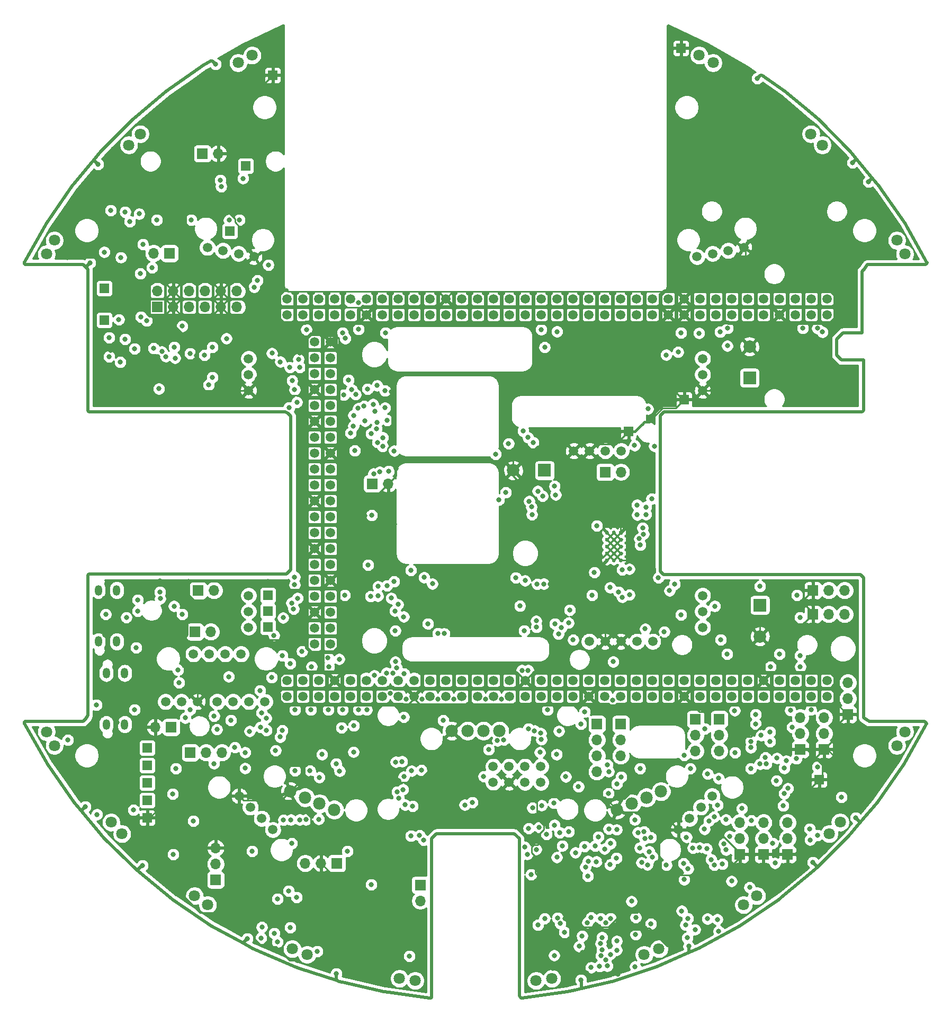
<source format=gbr>
G04 #@! TF.GenerationSoftware,KiCad,Pcbnew,5.1.9-73d0e3b20d~88~ubuntu20.04.1*
G04 #@! TF.CreationDate,2020-12-29T23:42:59-08:00*
G04 #@! TF.ProjectId,master_board,6d617374-6572-45f6-926f-6172642e6b69,Rev. A*
G04 #@! TF.SameCoordinates,Original*
G04 #@! TF.FileFunction,Copper,L2,Inr*
G04 #@! TF.FilePolarity,Positive*
%FSLAX46Y46*%
G04 Gerber Fmt 4.6, Leading zero omitted, Abs format (unit mm)*
G04 Created by KiCad (PCBNEW 5.1.9-73d0e3b20d~88~ubuntu20.04.1) date 2020-12-29 23:42:59*
%MOMM*%
%LPD*%
G01*
G04 APERTURE LIST*
G04 #@! TA.AperFunction,ComponentPad*
%ADD10C,2.000000*%
G04 #@! TD*
G04 #@! TA.AperFunction,ComponentPad*
%ADD11R,2.000000X2.000000*%
G04 #@! TD*
G04 #@! TA.AperFunction,ComponentPad*
%ADD12O,1.700000X1.700000*%
G04 #@! TD*
G04 #@! TA.AperFunction,ComponentPad*
%ADD13R,1.700000X1.700000*%
G04 #@! TD*
G04 #@! TA.AperFunction,ComponentPad*
%ADD14C,1.520000*%
G04 #@! TD*
G04 #@! TA.AperFunction,ComponentPad*
%ADD15C,0.600000*%
G04 #@! TD*
G04 #@! TA.AperFunction,ComponentPad*
%ADD16C,1.800000*%
G04 #@! TD*
G04 #@! TA.AperFunction,ComponentPad*
%ADD17C,1.980000*%
G04 #@! TD*
G04 #@! TA.AperFunction,ComponentPad*
%ADD18O,1.200000X1.700000*%
G04 #@! TD*
G04 #@! TA.AperFunction,ComponentPad*
%ADD19R,1.500000X1.500000*%
G04 #@! TD*
G04 #@! TA.AperFunction,ViaPad*
%ADD20C,0.800000*%
G04 #@! TD*
G04 #@! TA.AperFunction,Conductor*
%ADD21C,0.600000*%
G04 #@! TD*
G04 #@! TA.AperFunction,Conductor*
%ADD22C,0.250000*%
G04 #@! TD*
G04 #@! TA.AperFunction,Conductor*
%ADD23C,0.400000*%
G04 #@! TD*
G04 #@! TA.AperFunction,Conductor*
%ADD24C,0.500000*%
G04 #@! TD*
G04 #@! TA.AperFunction,Conductor*
%ADD25C,0.254000*%
G04 #@! TD*
G04 #@! TA.AperFunction,Conductor*
%ADD26C,0.100000*%
G04 #@! TD*
G04 APERTURE END LIST*
D10*
X106030000Y-96390000D03*
D11*
X111030000Y-96390000D03*
D10*
X145470000Y-122910000D03*
D11*
X145470000Y-117910000D03*
D12*
X48768000Y-137414000D03*
D13*
X51308000Y-137414000D03*
D12*
X159004000Y-115570000D03*
X156464000Y-115570000D03*
D13*
X153924000Y-115570000D03*
D14*
X62484000Y-125730000D03*
X59944000Y-125730000D03*
X57404000Y-125730000D03*
X54864000Y-125730000D03*
X66294000Y-133350000D03*
X63754000Y-133350000D03*
X61214000Y-133350000D03*
X58674000Y-133350000D03*
X55499000Y-133350000D03*
X52959000Y-133350000D03*
X50419000Y-133350000D03*
D12*
X138938000Y-141224000D03*
X138938000Y-138684000D03*
D13*
X138938000Y-136144000D03*
D12*
X123190000Y-141986000D03*
X123190000Y-139446000D03*
D13*
X123190000Y-136906000D03*
D12*
X135128000Y-141224000D03*
X135128000Y-138684000D03*
D13*
X135128000Y-136144000D03*
D12*
X119380000Y-144526000D03*
X119380000Y-141986000D03*
X119380000Y-139446000D03*
D13*
X119380000Y-136906000D03*
D12*
X61800000Y-67760000D03*
X61800000Y-70300000D03*
X59260000Y-67760000D03*
X59260000Y-70300000D03*
X56720000Y-67760000D03*
X56720000Y-70300000D03*
X54180000Y-67760000D03*
X54180000Y-70300000D03*
X51640000Y-67760000D03*
X51640000Y-70300000D03*
X49100000Y-67760000D03*
D13*
X49100000Y-70300000D03*
D12*
X159512000Y-130302000D03*
X159512000Y-132842000D03*
D13*
X159512000Y-135382000D03*
D12*
X159004000Y-119380000D03*
X156464000Y-119380000D03*
D13*
X153924000Y-119380000D03*
D12*
X146030000Y-152654000D03*
X146030000Y-155194000D03*
D13*
X146030000Y-157734000D03*
D12*
X151892000Y-135890000D03*
X151892000Y-138430000D03*
D13*
X151892000Y-140970000D03*
D12*
X86020000Y-98540000D03*
D13*
X83480000Y-98540000D03*
D12*
X72752000Y-159148000D03*
X75292000Y-159148000D03*
D13*
X77832000Y-159148000D03*
D12*
X123238260Y-96657160D03*
D13*
X120698260Y-96657160D03*
D12*
X48514000Y-61722000D03*
D13*
X51054000Y-61722000D03*
D12*
X59436000Y-141478000D03*
X56896000Y-141478000D03*
D13*
X54356000Y-141478000D03*
D12*
X58420000Y-156718000D03*
X58420000Y-159258000D03*
D13*
X58420000Y-161798000D03*
D15*
X121002000Y-106318000D03*
X122102000Y-106318000D03*
X123202000Y-106318000D03*
X121002000Y-107418000D03*
X122102000Y-107418000D03*
X123202000Y-107418000D03*
X121002000Y-108518000D03*
X122102000Y-108518000D03*
X123202000Y-108518000D03*
X121002000Y-109618000D03*
X122102000Y-109618000D03*
X123202000Y-109618000D03*
X123202000Y-110718000D03*
X122102000Y-110718000D03*
X121002000Y-110718000D03*
D14*
X128330000Y-123720000D03*
X125790000Y-123720000D03*
X123250000Y-123720000D03*
X120710000Y-123720000D03*
X118170000Y-123720000D03*
X123290000Y-93280000D03*
X120750000Y-93280000D03*
X118210000Y-93280000D03*
X115670000Y-93280000D03*
X69828500Y-132475800D03*
X72368500Y-132475800D03*
X74908500Y-132475800D03*
X77448500Y-132475800D03*
X79988500Y-132475800D03*
X82528500Y-132475800D03*
X85068500Y-132475800D03*
X87608500Y-132475800D03*
X90148500Y-132475800D03*
X92688500Y-132475800D03*
X95228500Y-132475800D03*
X97768500Y-132475800D03*
X100308500Y-132475800D03*
X102848500Y-132475800D03*
X105388500Y-132475800D03*
X107928500Y-132475800D03*
X110468500Y-132475800D03*
X113008500Y-132475800D03*
X115548500Y-132475800D03*
X118088500Y-132475800D03*
X120628500Y-132475800D03*
X123168500Y-132475800D03*
X125708500Y-132475800D03*
X128248500Y-132475800D03*
X130788500Y-132475800D03*
X133328500Y-132475800D03*
X135868500Y-132475800D03*
X138408500Y-132475800D03*
X140948500Y-132475800D03*
X143488500Y-132475800D03*
X146028500Y-132475800D03*
X148568500Y-132475800D03*
X151108500Y-132475800D03*
X153648500Y-132475800D03*
X156188500Y-132475800D03*
X69828500Y-129935800D03*
X72368500Y-129935800D03*
X74908500Y-129935800D03*
X77448500Y-129935800D03*
X79988500Y-129935800D03*
X82528500Y-129935800D03*
X85068500Y-129935800D03*
X87608500Y-129935800D03*
X90148500Y-129935800D03*
X92688500Y-129935800D03*
X95228500Y-129935800D03*
X97768500Y-129935800D03*
X100308500Y-129935800D03*
X102848500Y-129935800D03*
X105388500Y-129935800D03*
X107928500Y-129935800D03*
X110468500Y-129935800D03*
X113008500Y-129935800D03*
X115548500Y-129935800D03*
X118088500Y-129935800D03*
X120628500Y-129935800D03*
X123168500Y-129935800D03*
X125708500Y-129935800D03*
X128248500Y-129935800D03*
X130788500Y-129935800D03*
X133328500Y-129935800D03*
X135868500Y-129935800D03*
X138408500Y-129935800D03*
X140948500Y-129935800D03*
X143488500Y-129935800D03*
X146028500Y-129935800D03*
X148568500Y-129935800D03*
X151108500Y-129935800D03*
X153648500Y-129935800D03*
X156188500Y-129935800D03*
X69828500Y-71515800D03*
X72368500Y-71515800D03*
X74908500Y-71515800D03*
X77448500Y-71515800D03*
X79988500Y-71515800D03*
X82528500Y-71515800D03*
X85068500Y-71515800D03*
X87608500Y-71515800D03*
X90148500Y-71515800D03*
X92688500Y-71515800D03*
X95228500Y-71515800D03*
X97768500Y-71515800D03*
X100308500Y-71515800D03*
X102848500Y-71515800D03*
X105388500Y-71515800D03*
X107928500Y-71515800D03*
X110468500Y-71515800D03*
X113008500Y-71515800D03*
X115548500Y-71515800D03*
X118088500Y-71515800D03*
X120628500Y-71515800D03*
X123168500Y-71515800D03*
X125708500Y-71515800D03*
X128248500Y-71515800D03*
X130788500Y-71515800D03*
X133328500Y-71515800D03*
X135868500Y-71515800D03*
X138408500Y-71515800D03*
X140948500Y-71515800D03*
X143488500Y-71515800D03*
X146028500Y-71515800D03*
X148568500Y-71515800D03*
X151108500Y-71515800D03*
X153648500Y-71515800D03*
X156188500Y-71515800D03*
X69828500Y-68975800D03*
X72368500Y-68975800D03*
X74908500Y-68975800D03*
X77448500Y-68975800D03*
X79988500Y-68975800D03*
X82528500Y-68975800D03*
X85068500Y-68975800D03*
X87608500Y-68975800D03*
X90148500Y-68975800D03*
X92688500Y-68975800D03*
X95228500Y-68975800D03*
X97768500Y-68975800D03*
X100308500Y-68975800D03*
X102848500Y-68975800D03*
X105388500Y-68975800D03*
X107928500Y-68975800D03*
X110468500Y-68975800D03*
X113008500Y-68975800D03*
X115548500Y-68975800D03*
X118088500Y-68975800D03*
X120628500Y-68975800D03*
X123168500Y-68975800D03*
X125708500Y-68975800D03*
X128248500Y-68975800D03*
X130788500Y-68975800D03*
X133328500Y-68975800D03*
X135868500Y-68975800D03*
X138408500Y-68975800D03*
X140948500Y-68975800D03*
X143488500Y-68975800D03*
X146028500Y-68975800D03*
X148568500Y-68975800D03*
X151108500Y-68975800D03*
X153648500Y-68975800D03*
X156188500Y-68975800D03*
X74230000Y-75870000D03*
X74230000Y-78410000D03*
X74230000Y-80950000D03*
X74230000Y-83490000D03*
X74230000Y-86030000D03*
X74230000Y-88570000D03*
X74230000Y-91110000D03*
X74230000Y-93650000D03*
X74230000Y-96190000D03*
X74230000Y-98730000D03*
X74230000Y-101270000D03*
X74230000Y-103810000D03*
X74230000Y-106350000D03*
X74230000Y-108890000D03*
X74230000Y-111430000D03*
X74230000Y-113970000D03*
X74230000Y-116510000D03*
X74230000Y-119050000D03*
X74230000Y-121590000D03*
X74230000Y-124130000D03*
X76770000Y-75870000D03*
X76770000Y-78410000D03*
X76770000Y-80950000D03*
X76770000Y-83490000D03*
X76770000Y-86030000D03*
X76770000Y-88570000D03*
X76770000Y-91110000D03*
X76770000Y-93650000D03*
X76770000Y-96190000D03*
X76770000Y-98730000D03*
X76770000Y-101270000D03*
X76770000Y-103810000D03*
X76770000Y-106350000D03*
X76770000Y-108890000D03*
X76770000Y-111430000D03*
X76770000Y-113970000D03*
X76770000Y-116510000D03*
X76770000Y-119050000D03*
X76770000Y-121590000D03*
X76770000Y-124130000D03*
X110435000Y-143690000D03*
X107895000Y-143690000D03*
X105355000Y-143690000D03*
X102815000Y-143690000D03*
X110435000Y-146230000D03*
X107895000Y-146230000D03*
X105355000Y-146230000D03*
X102815000Y-146230000D03*
X132423123Y-153789877D03*
X134219174Y-151993826D03*
X136015226Y-150197774D03*
X137811277Y-148401723D03*
X62188723Y-148401723D03*
X63984774Y-150197774D03*
X65780826Y-151993826D03*
X67576877Y-153789877D03*
X64588539Y-62268533D03*
X62096913Y-61775178D03*
X59605287Y-61281822D03*
X57113661Y-60788467D03*
X142886339Y-60788467D03*
X140394713Y-61281822D03*
X137903087Y-61775178D03*
X135411461Y-62268533D03*
X63700000Y-116380000D03*
X63700000Y-118920000D03*
X63700000Y-121460000D03*
X63700000Y-78540000D03*
X63700000Y-81080000D03*
X63700000Y-83620000D03*
X136300000Y-116380000D03*
X136300000Y-118920000D03*
X136300000Y-121460000D03*
X136300000Y-78540000D03*
X136300000Y-81080000D03*
X136300000Y-83620000D03*
D16*
X167348000Y-140349852D03*
X168618000Y-138150148D03*
X156545162Y-154465719D03*
X158277438Y-152608081D03*
X142843722Y-165789575D03*
X144949478Y-164369225D03*
X126946253Y-173741227D03*
X129317547Y-172830973D03*
X109667460Y-177912750D03*
X112182740Y-177559250D03*
X87817260Y-177559250D03*
X90332540Y-177912750D03*
X70682453Y-172830973D03*
X73053747Y-173741227D03*
X55050522Y-164369225D03*
X57156278Y-165789575D03*
X41722562Y-152608081D03*
X43454838Y-154465719D03*
X31382000Y-138150148D03*
X32652000Y-140349852D03*
X32652000Y-59650148D03*
X31382000Y-61849852D03*
X46382862Y-42649584D03*
X44555738Y-44414016D03*
X64267843Y-30092371D03*
X62025157Y-31284829D03*
X137974843Y-31284829D03*
X135732157Y-30092371D03*
X155444262Y-44414016D03*
X153617138Y-42649584D03*
X168618000Y-61849852D03*
X167348000Y-59650148D03*
D17*
X122606119Y-150594024D03*
X124952773Y-149622008D03*
X127299427Y-148649992D03*
X129646081Y-147677976D03*
X96190000Y-138000000D03*
X98730000Y-138000000D03*
X101270000Y-138000000D03*
X103810000Y-138000000D03*
X70353919Y-147677976D03*
X72700573Y-148649992D03*
X75047227Y-149622008D03*
X77393881Y-150594024D03*
D18*
X43888000Y-128778000D03*
X40948000Y-128778000D03*
X43888000Y-136978000D03*
X40948000Y-136978000D03*
X42618000Y-115534000D03*
X39678000Y-115534000D03*
X42618000Y-123734000D03*
X39678000Y-123734000D03*
D12*
X155702000Y-135890000D03*
X155702000Y-138430000D03*
D13*
X155702000Y-140970000D03*
D12*
X149860000Y-152654000D03*
X149860000Y-155194000D03*
D13*
X149860000Y-157734000D03*
D12*
X142240000Y-152654000D03*
X142240000Y-155194000D03*
D13*
X142240000Y-157734000D03*
D19*
X66802000Y-118872000D03*
X66802000Y-121412000D03*
X40640000Y-72390000D03*
X60706000Y-58166000D03*
X40640000Y-67310000D03*
X63246000Y-47752000D03*
D12*
X58852000Y-45798000D03*
D13*
X56312000Y-45798000D03*
D19*
X47498000Y-151892000D03*
X47498000Y-149098000D03*
X47498000Y-146304000D03*
X47498000Y-143510000D03*
X47498000Y-140716000D03*
X154940000Y-145796000D03*
X67564000Y-33274000D03*
X132842000Y-28956000D03*
X124460000Y-90170000D03*
X133350000Y-85090000D03*
X66802000Y-116332000D03*
D12*
X58166000Y-115570000D03*
D13*
X55626000Y-115570000D03*
D12*
X91142000Y-165148000D03*
D13*
X91142000Y-162608000D03*
D12*
X57658000Y-122174000D03*
D13*
X55118000Y-122174000D03*
D10*
X143800000Y-76610000D03*
D11*
X143800000Y-81610000D03*
D20*
X70358000Y-169418000D03*
X141478008Y-141474453D03*
X54864000Y-152400000D03*
X118452000Y-175798000D03*
X83312000Y-162560000D03*
X56637340Y-77982660D03*
X50468756Y-78198789D03*
X65830000Y-169350000D03*
X39460189Y-151353476D03*
X68326000Y-164846000D03*
X45300010Y-150637594D03*
X137104096Y-144881032D03*
X65693952Y-171107990D03*
X67802406Y-170345990D03*
X70104000Y-163576000D03*
X34798009Y-139465020D03*
X145470001Y-114906979D03*
X68313037Y-171716958D03*
X46790713Y-60281017D03*
X41660660Y-54859340D03*
X126318042Y-108299969D03*
X87595436Y-117802885D03*
X81287620Y-73855580D03*
X67434460Y-77684470D03*
X121227096Y-148012904D03*
X53569446Y-135922332D03*
X61499926Y-140634478D03*
X58634015Y-137768568D03*
X127111760Y-121700130D03*
X122870363Y-115818045D03*
X124582340Y-112136340D03*
X88500011Y-135801579D03*
X88227000Y-142897979D03*
X147066000Y-139700000D03*
X66511010Y-135975695D03*
X145468012Y-143292990D03*
X131826000Y-114554000D03*
X151384000Y-116332000D03*
X151924498Y-127746217D03*
X132850000Y-119450000D03*
X121500000Y-115104714D03*
X151892000Y-119888000D03*
X151892000Y-125984000D03*
X123444000Y-112268000D03*
X108458000Y-137668000D03*
X123276682Y-145375737D03*
X93958494Y-132962336D03*
X96498506Y-132962335D03*
X94812000Y-136328000D03*
X75001945Y-145435040D03*
X78541880Y-137485844D03*
X87150000Y-122000000D03*
X88577943Y-128875235D03*
X73525000Y-144375043D03*
X76546956Y-127752489D03*
X76454000Y-134635811D03*
X63144968Y-143973050D03*
X86778875Y-128753555D03*
X78913485Y-84348127D03*
X113321106Y-138034705D03*
X58181905Y-135621660D03*
X144780000Y-136906000D03*
X147129153Y-127775789D03*
X144780000Y-135382000D03*
X123442113Y-116638487D03*
X126856650Y-106569733D03*
X124587491Y-116268056D03*
X126712663Y-105580141D03*
X147066000Y-138176000D03*
X131000000Y-115600000D03*
X138237660Y-118087511D03*
X127556260Y-86570820D03*
X125417538Y-92401942D03*
X127244839Y-103437492D03*
X125813820Y-101914960D03*
X130159760Y-122161300D03*
X87361315Y-127940667D03*
X114906990Y-154117031D03*
X119613021Y-154933755D03*
X119312000Y-158898000D03*
X139192000Y-123444000D03*
X141414024Y-134758010D03*
X137312000Y-152368000D03*
X113236838Y-122530766D03*
X110421678Y-138385863D03*
X104118494Y-132962337D03*
X134322000Y-144018000D03*
X134731760Y-156715460D03*
X107404846Y-128325635D03*
X113852000Y-156368000D03*
X120615425Y-156851941D03*
X121485660Y-159372300D03*
X126252890Y-156684063D03*
X128266826Y-158131450D03*
X108404856Y-128325042D03*
X112604776Y-153055908D03*
X127049994Y-155236039D03*
X117562712Y-159766332D03*
X127749402Y-157275707D03*
X130489960Y-159440880D03*
X132959326Y-166772282D03*
X133250940Y-159181800D03*
X117886281Y-168631207D03*
X72934662Y-73901898D03*
X140208002Y-125730000D03*
X112660665Y-120888623D03*
X101578506Y-132962337D03*
X80481010Y-87601207D03*
X80467726Y-89292153D03*
X104827023Y-99916979D03*
X109406695Y-137984231D03*
X110507690Y-139382169D03*
X101287310Y-145282991D03*
X89752000Y-144398000D03*
X112508415Y-149541664D03*
X113430315Y-154246120D03*
X110553079Y-149906908D03*
X80814734Y-84271056D03*
X71069956Y-83501748D03*
X122523721Y-158312037D03*
X121570851Y-156000148D03*
X87702537Y-148746944D03*
X133722973Y-154992180D03*
X133975950Y-160040320D03*
X70358000Y-127254000D03*
X69086612Y-137945906D03*
X110284022Y-141429978D03*
X80668647Y-93232530D03*
X82161348Y-86115515D03*
X84255194Y-82835325D03*
X62230000Y-56388000D03*
X47397025Y-72497671D03*
X64589670Y-67120351D03*
X51938340Y-78449010D03*
X88878506Y-132962337D03*
X83384734Y-103560367D03*
X82324528Y-88511165D03*
X82804000Y-111506000D03*
X132846655Y-74417336D03*
X83611359Y-85830000D03*
X79659480Y-81960720D03*
X88404742Y-147378524D03*
X102090992Y-140986978D03*
X135730508Y-74479943D03*
X107906401Y-113993081D03*
X73767452Y-127752489D03*
X68742942Y-138974990D03*
X112621060Y-98910140D03*
X76383301Y-126291398D03*
X109691010Y-120438612D03*
X109932595Y-99715320D03*
X89650000Y-112350000D03*
X104487989Y-139443857D03*
X109002990Y-103458796D03*
X84394495Y-114933762D03*
X84379676Y-116451580D03*
X79064082Y-116332000D03*
X109220000Y-91948000D03*
X65568346Y-137414026D03*
X139085611Y-74278620D03*
X72240713Y-125298197D03*
X59182000Y-50038000D03*
X62802000Y-49758000D03*
X85750000Y-128750000D03*
X108933517Y-102237221D03*
X86338506Y-131989264D03*
X94979635Y-122455476D03*
X108387940Y-91139294D03*
X93086770Y-114506850D03*
X87468181Y-147737804D03*
X88512219Y-145334184D03*
X84655989Y-96641651D03*
X83291998Y-90519666D03*
X84341121Y-91930644D03*
X86106000Y-96520008D03*
X83692529Y-96909545D03*
X71119110Y-134635811D03*
X71119110Y-144343219D03*
X79502000Y-157226000D03*
X87093092Y-118836906D03*
X64262000Y-157226000D03*
X108260896Y-157698687D03*
X109971671Y-169001552D03*
X60863458Y-136310777D03*
X54356000Y-134620000D03*
X126936748Y-154097722D03*
X69292000Y-152218000D03*
X127472440Y-159405320D03*
X145645347Y-138728228D03*
X146337665Y-142249713D03*
X136652000Y-137668000D03*
X133350000Y-141898530D03*
X53081340Y-73354090D03*
X45466000Y-76962000D03*
X49820608Y-77424143D03*
X113722299Y-121503159D03*
X115604676Y-123460412D03*
X132374564Y-77482762D03*
X130474541Y-77950060D03*
X112796319Y-100302060D03*
X110702284Y-100499669D03*
X116840000Y-136906000D03*
X109841786Y-114577944D03*
X140303318Y-73674905D03*
X120837779Y-174560954D03*
X66854891Y-63568839D03*
X81280000Y-134635811D03*
X116436189Y-146905722D03*
X122552000Y-173028000D03*
X122561802Y-153781820D03*
X68770785Y-79047056D03*
X71678800Y-78635860D03*
X80512920Y-137175240D03*
X80479050Y-141375550D03*
X121281652Y-153667641D03*
X122567655Y-171577987D03*
X117027010Y-170770050D03*
X119103362Y-156365515D03*
X74904676Y-152112030D03*
X103494986Y-139562017D03*
X110182000Y-153418000D03*
X115957201Y-157457598D03*
X116552000Y-172418000D03*
X121046531Y-175548001D03*
X138684000Y-149860000D03*
X144003574Y-140670806D03*
X128030869Y-155041337D03*
X135085641Y-169737989D03*
X63144968Y-141442291D03*
X49022000Y-56388000D03*
X44704000Y-56642000D03*
X46385021Y-64944697D03*
X65120041Y-66048730D03*
X69223040Y-119929060D03*
X125947010Y-154240701D03*
X128012766Y-168832188D03*
X70166777Y-86358258D03*
X49356793Y-83348990D03*
X67394690Y-129464629D03*
X68013609Y-141129021D03*
X67767634Y-122746930D03*
X71519967Y-116814495D03*
X109103059Y-150290068D03*
X112562000Y-173868000D03*
X73660000Y-134635811D03*
X70298030Y-79937890D03*
X71893850Y-79909250D03*
X75444079Y-141762602D03*
X89408000Y-173990000D03*
X99475248Y-149434008D03*
X107621181Y-90104500D03*
X83800000Y-129150000D03*
X108561431Y-101309010D03*
X82594448Y-134635811D03*
X78252000Y-144423010D03*
X91770200Y-113499900D03*
X92383338Y-120888623D03*
X152321045Y-73675811D03*
X91039456Y-154691961D03*
X98266422Y-149823000D03*
X78718503Y-134635811D03*
X77692000Y-143238000D03*
X140253720Y-76488450D03*
X154636640Y-73700704D03*
X127244839Y-102247521D03*
X128150620Y-100931980D03*
X115043294Y-118700054D03*
X78192936Y-126550000D03*
X88726412Y-149820627D03*
X89652000Y-154778000D03*
X91418494Y-132962337D03*
X107760249Y-121996390D03*
X93980000Y-122428000D03*
X87227317Y-142973632D03*
X155463240Y-74287380D03*
X128566580Y-92508740D03*
X129234012Y-113529192D03*
X107073700Y-118033800D03*
X54356000Y-77724000D03*
X48514000Y-76895070D03*
X117982000Y-158808000D03*
X121532162Y-173706709D03*
X144021091Y-139663004D03*
X124932000Y-165228000D03*
X140025583Y-152183030D03*
X125452155Y-152210610D03*
X120056249Y-173937068D03*
X121574560Y-167967660D03*
X120828561Y-168644090D03*
X120001714Y-171970550D03*
X120217621Y-170994123D03*
X120004323Y-167964454D03*
X125582000Y-170528000D03*
X125608826Y-167813055D03*
X120209141Y-172948813D03*
X118482000Y-167828000D03*
X46792000Y-53478000D03*
X86990000Y-105000000D03*
X82322340Y-103597660D03*
X86990000Y-105000000D03*
X84970000Y-110220056D03*
X54027148Y-53732862D03*
X82161660Y-109838340D03*
X50686000Y-46114000D03*
X40172491Y-84262491D03*
X116524793Y-111128116D03*
X102870000Y-122428000D03*
X92072000Y-122218000D03*
X83812000Y-143138000D03*
X126900000Y-112168006D03*
X123190000Y-104902000D03*
X152527000Y-149987000D03*
X141224000Y-138938000D03*
X146304000Y-135128000D03*
X40640000Y-116840000D03*
X40684000Y-122682000D03*
X41424000Y-121942000D03*
X49530000Y-114046000D03*
X56134000Y-144780000D03*
X86614000Y-91694000D03*
X46482000Y-137160000D03*
X42672000Y-136652000D03*
X41973791Y-135636000D03*
X39370000Y-130048000D03*
X39115998Y-136144000D03*
X45465998Y-129794000D03*
X57416698Y-55113729D03*
X86512816Y-83823524D03*
X50636724Y-52360990D03*
X56505765Y-128499505D03*
X78994000Y-148844000D03*
X90002000Y-147873000D03*
X122732779Y-176838437D03*
X108502000Y-164058000D03*
X124765699Y-169761747D03*
X117122000Y-173368000D03*
X124707010Y-166582573D03*
X144102000Y-148778000D03*
X55892000Y-37618000D03*
X125942000Y-161898000D03*
X120593170Y-158751964D03*
X83058000Y-157988000D03*
X73660000Y-145542000D03*
X77470000Y-173482000D03*
X44213784Y-117782966D03*
X95504000Y-144018000D03*
X86614000Y-167132000D03*
X46078174Y-84770274D03*
X44704000Y-73914000D03*
X41656000Y-77216000D03*
X96773999Y-144018000D03*
X54864000Y-159004000D03*
X143614140Y-35303460D03*
X156220160Y-50802540D03*
X143159480Y-65615820D03*
X135745220Y-66347340D03*
X151696420Y-65796160D03*
X115869720Y-75506580D03*
X126268480Y-75346560D03*
X149748240Y-76217780D03*
X138927840Y-85153500D03*
X130896360Y-82804000D03*
X116303872Y-105900012D03*
X117450001Y-100215299D03*
X106030000Y-104617760D03*
X126682500Y-98557080D03*
X126822200Y-94200980D03*
X55321020Y-83676330D03*
X55372000Y-78025150D03*
X49220581Y-78250199D03*
X41424860Y-56989980D03*
X32801560Y-56870600D03*
X42097960Y-45085000D03*
X64373760Y-72722740D03*
X69575680Y-74348340D03*
X65872360Y-80601820D03*
X51320700Y-63586360D03*
X55758080Y-63451740D03*
X43736260Y-66735960D03*
X34726880Y-62425580D03*
X60545980Y-78613000D03*
X46835599Y-66804001D03*
X66845180Y-52923440D03*
X71909940Y-77614780D03*
X81782920Y-81005680D03*
X71391780Y-121851420D03*
X53400960Y-127619760D03*
X66835020Y-114147600D03*
X54117240Y-114155220D03*
X56642000Y-118760240D03*
X53896260Y-120477280D03*
X52438300Y-124170440D03*
X60614560Y-123037600D03*
X66268600Y-123146820D03*
X87261700Y-96116140D03*
X95050000Y-115856883D03*
X111899123Y-114578290D03*
X101663304Y-116422330D03*
X120459500Y-119631460D03*
X118239540Y-118816120D03*
X123014740Y-119664480D03*
X125620780Y-119867680D03*
X128229360Y-119664480D03*
X104630220Y-115570000D03*
X98534220Y-115940840D03*
X80992980Y-126382780D03*
X81013300Y-120837960D03*
X35018980Y-145729960D03*
X42781220Y-142534640D03*
X44903390Y-139769850D03*
X43456440Y-145612700D03*
X50317400Y-161465260D03*
X52659280Y-163756340D03*
X59824620Y-168780460D03*
X64505840Y-170388280D03*
X66791840Y-172438060D03*
X71465440Y-174632620D03*
X44993560Y-157876240D03*
X75292000Y-170389500D03*
X75292000Y-167577720D03*
X75292000Y-165012320D03*
X87010240Y-170035220D03*
X89377520Y-175709580D03*
X49903380Y-148244560D03*
X49801780Y-144586960D03*
X50512980Y-141371320D03*
X83357720Y-150510240D03*
X98277680Y-145135600D03*
X120743980Y-125676660D03*
X123593860Y-126156720D03*
X125851920Y-126296420D03*
X128249680Y-126296420D03*
X130677920Y-126438660D03*
X135138160Y-126464060D03*
X135529320Y-124609860D03*
X138356340Y-126657100D03*
X129745740Y-135539480D03*
X137195560Y-134965440D03*
X151815800Y-152493980D03*
X150558500Y-160357820D03*
X157873700Y-142603220D03*
X160898840Y-145529300D03*
X161142680Y-150111460D03*
X165514020Y-144962880D03*
X133002020Y-164068760D03*
X108569760Y-175950880D03*
X117754400Y-176723040D03*
X139146280Y-154561540D03*
X112321340Y-175950880D03*
X127116840Y-169519600D03*
X141866620Y-163746180D03*
X106682540Y-98828860D03*
X106611420Y-93505020D03*
X96093280Y-113113820D03*
X140736320Y-116519960D03*
X117899180Y-163375340D03*
X96285232Y-140587912D03*
X100558600Y-143324580D03*
X53497480Y-139501880D03*
X113698020Y-159379920D03*
X110403640Y-159400240D03*
X114317780Y-167954960D03*
X87739220Y-146001740D03*
X128923668Y-159133026D03*
X131445000Y-168259760D03*
X140384690Y-164637174D03*
X135787499Y-157781380D03*
X132029200Y-172374560D03*
X124310140Y-146618960D03*
X128897380Y-144630140D03*
X59320000Y-51050000D03*
X60590000Y-56420000D03*
X86500000Y-116800000D03*
X88500000Y-119774979D03*
X91325000Y-144295076D03*
X85163988Y-91150012D03*
X148176979Y-142364377D03*
X54522010Y-56387565D03*
X74676000Y-173228000D03*
X85525404Y-83665279D03*
X85506805Y-86400186D03*
X70895131Y-118520581D03*
X148110937Y-145954764D03*
X107825020Y-156551036D03*
X108877000Y-160948000D03*
X119814796Y-175619119D03*
X125505466Y-175653562D03*
X140923649Y-162011031D03*
X89927000Y-150017680D03*
X91694000Y-155448000D03*
X57912000Y-76708000D03*
X51816000Y-76708000D03*
X60161010Y-75332143D03*
X43942000Y-75438000D03*
X41402000Y-75184000D03*
X43280858Y-62381378D03*
X83214161Y-116524472D03*
X117934740Y-161193480D03*
X126543883Y-159034096D03*
X133347376Y-161759810D03*
X45976143Y-117093360D03*
X49570000Y-116880000D03*
X70573759Y-117573616D03*
X63869729Y-138065534D03*
X51642000Y-157738000D03*
X71061092Y-114662989D03*
X138848650Y-145581043D03*
X85598000Y-74422000D03*
X80010000Y-90424000D03*
X121920000Y-133096000D03*
X80182292Y-83496433D03*
X114855766Y-120749133D03*
X121998740Y-126961900D03*
X110900421Y-114527122D03*
X126291340Y-144015460D03*
X103725000Y-101092000D03*
X106426000Y-113538000D03*
X148590000Y-125730000D03*
X150320597Y-134727555D03*
X86986681Y-93274066D03*
X149352000Y-143961966D03*
X111048800Y-76720700D03*
X109728984Y-121437903D03*
X150626660Y-137418660D03*
X149344283Y-148008187D03*
X149196088Y-149959225D03*
X139734010Y-156059150D03*
X138151990Y-159414196D03*
X147872323Y-159127412D03*
X154686000Y-154686000D03*
X142590757Y-150404562D03*
X137648606Y-158550119D03*
X146466690Y-143241366D03*
X153626933Y-134635811D03*
X151275999Y-142420020D03*
X144092000Y-152338000D03*
X138140002Y-151733019D03*
X136950592Y-156813108D03*
X136592906Y-153715843D03*
X135816340Y-156667200D03*
X133925055Y-167972023D03*
X140604629Y-154831447D03*
X137063173Y-168011935D03*
X144018000Y-144018000D03*
X149671895Y-142792582D03*
X133571957Y-169017798D03*
X153483830Y-155411010D03*
X138648440Y-168120060D03*
X147509982Y-155946871D03*
X140048763Y-157010312D03*
X139441787Y-159268153D03*
X143802000Y-163008000D03*
X133843786Y-171057228D03*
X39370000Y-133858000D03*
X45466000Y-134620000D03*
X40847977Y-119380000D03*
X52577994Y-130302000D03*
X44148016Y-119873992D03*
X52415807Y-128290211D03*
X49530000Y-115824000D03*
X105263606Y-92105579D03*
X85847340Y-88396660D03*
X110485200Y-73893960D03*
X103180327Y-93800947D03*
X42950000Y-72290000D03*
X81240000Y-69620000D03*
X46482000Y-71882000D03*
X48260000Y-64008000D03*
X85126990Y-92549056D03*
X119380000Y-105243470D03*
X79154137Y-75304479D03*
X69088000Y-125984000D03*
X65786000Y-135128000D03*
X66548000Y-137922000D03*
X65532000Y-131572000D03*
X114412000Y-145318000D03*
X113539773Y-168777479D03*
X122571350Y-146465695D03*
X43958000Y-55111998D03*
X46198366Y-55401634D03*
X70604746Y-155968134D03*
X109682000Y-156938000D03*
X71873177Y-152204174D03*
X108477200Y-153574279D03*
X111333000Y-154518864D03*
X72878403Y-152184081D03*
X111041180Y-167972740D03*
X118974990Y-112686048D03*
X85844506Y-114804148D03*
X86956340Y-114143660D03*
X118618000Y-116332000D03*
X117439360Y-134974937D03*
X114224473Y-170172968D03*
X117411426Y-156457967D03*
X71417914Y-85511437D03*
X82717948Y-83390416D03*
X70667343Y-82053795D03*
X84142000Y-89748000D03*
X60509999Y-129343999D03*
X112982000Y-158188000D03*
X70462000Y-152208000D03*
X41402000Y-78232000D03*
X71069956Y-113433737D03*
X57332000Y-82734310D03*
X113090960Y-167883840D03*
X83897726Y-86983945D03*
X84247328Y-88705518D03*
X57912000Y-81534000D03*
X78711287Y-74407870D03*
X43167300Y-79104650D03*
X45974000Y-118872000D03*
X45720000Y-124714000D03*
X53086000Y-119380000D03*
X51783595Y-118077595D03*
X145034000Y-33782000D03*
X160274000Y-47244000D03*
X160782000Y-151892000D03*
X158496000Y-148590000D03*
X153924000Y-159004000D03*
X153416000Y-153670000D03*
X116840000Y-177800000D03*
X77724000Y-176784000D03*
X63500000Y-171196000D03*
X46736000Y-159512000D03*
X37592000Y-150114000D03*
X38354000Y-63246000D03*
X39624000Y-47498000D03*
X58431764Y-31516392D03*
X162814000Y-50292000D03*
X134069571Y-172414399D03*
X125841760Y-103492300D03*
X126183303Y-107309075D03*
X51562000Y-148082000D03*
X121289989Y-144508220D03*
X111505110Y-134635811D03*
X121058670Y-143450847D03*
X112947610Y-141760790D03*
X87156969Y-126961756D03*
X81218941Y-86486914D03*
X113021731Y-74225836D03*
X138873450Y-170020262D03*
X40612650Y-61527947D03*
X71374000Y-164592000D03*
X58166000Y-143219010D03*
X52070000Y-144018000D03*
X154686000Y-143764000D03*
X149920135Y-147190618D03*
D21*
X128900199Y-72775801D02*
X126623801Y-72775801D01*
X68568499Y-72120601D02*
X68568499Y-70115501D01*
X69223699Y-72775801D02*
X68568499Y-72120601D01*
X68568499Y-68370999D02*
X69375498Y-67564000D01*
X69375498Y-67564000D02*
X69734574Y-67564000D01*
X68568499Y-70115501D02*
X68688799Y-70235801D01*
D22*
X78486000Y-70358000D02*
X78363801Y-70235801D01*
X81370700Y-70358000D02*
X78486000Y-70358000D01*
X82528500Y-71515800D02*
X81370700Y-70358000D01*
D21*
X76188499Y-72632499D02*
X76331801Y-72775801D01*
X76188499Y-70369501D02*
X76188499Y-72632499D01*
X76322199Y-70235801D02*
X76188499Y-70369501D01*
X76322199Y-70235801D02*
X78363801Y-70235801D01*
X73628501Y-72612501D02*
X73791801Y-72775801D01*
X73628501Y-70326501D02*
X73628501Y-72612501D01*
X73537801Y-70235801D02*
X73628501Y-70326501D01*
X68688799Y-70235801D02*
X73537801Y-70235801D01*
X73537801Y-70235801D02*
X76322199Y-70235801D01*
X73537801Y-70235801D02*
X73628501Y-70145101D01*
X73628501Y-70145101D02*
X73628501Y-68025010D01*
X73994488Y-68025010D02*
X73628501Y-68025010D01*
X73628501Y-68025010D02*
X73282512Y-68025010D01*
X76322199Y-70235801D02*
X76188499Y-70102101D01*
X76188499Y-70102101D02*
X76188499Y-68083501D01*
X76188499Y-68083501D02*
X76442499Y-68083501D01*
X76188499Y-68083501D02*
X75881003Y-68083501D01*
X70997801Y-72775801D02*
X71088501Y-72685101D01*
X70997801Y-72775801D02*
X69223699Y-72775801D01*
X71088501Y-72685101D02*
X71088501Y-68025010D01*
X71088501Y-68025010D02*
X71454488Y-68025010D01*
X71088501Y-68025010D02*
X70742512Y-68025010D01*
X78708501Y-72685101D02*
X78708501Y-68103499D01*
X78617801Y-72775801D02*
X78708501Y-72685101D01*
X78617801Y-72775801D02*
X76331801Y-72775801D01*
X78708501Y-68103499D02*
X78995999Y-68103499D01*
X78441001Y-68103499D02*
X78708501Y-68103499D01*
X81157801Y-72775801D02*
X78617801Y-72775801D01*
X81923699Y-70235801D02*
X83133301Y-70235801D01*
X81916949Y-70229051D02*
X81923699Y-70235801D01*
X81280000Y-70866000D02*
X81916949Y-70229051D01*
X81280000Y-72653602D02*
X81280000Y-70866000D01*
X81157801Y-72775801D02*
X81280000Y-72653602D01*
X126623801Y-72775801D02*
X124328199Y-72775801D01*
X124328199Y-72775801D02*
X121788199Y-72775801D01*
X132182201Y-70255799D02*
X134517799Y-70255799D01*
X131977799Y-70255799D02*
X132182201Y-70255799D01*
X129619199Y-70255799D02*
X131977799Y-70255799D01*
X128900199Y-72775801D02*
X129671801Y-72775801D01*
X129508501Y-72612501D02*
X129671801Y-72775801D01*
X129508501Y-70366497D02*
X129508501Y-72612501D01*
X129619199Y-70255799D02*
X129508501Y-70366497D01*
X129671801Y-72775801D02*
X131957801Y-72775801D01*
X132080000Y-72653602D02*
X131957801Y-72775801D01*
X132080000Y-70358000D02*
X132080000Y-72653602D01*
X131977799Y-70255799D02*
X132080000Y-70358000D01*
X134468201Y-70255799D02*
X134608499Y-70115501D01*
X134517799Y-70255799D02*
X134468201Y-70255799D01*
X134517799Y-70206201D02*
X134608499Y-70115501D01*
X134517799Y-70255799D02*
X134517799Y-70206201D01*
X134620000Y-72655501D02*
X134620000Y-72775801D01*
X134608499Y-72644000D02*
X134620000Y-72655501D01*
X134608499Y-70115501D02*
X134608499Y-72644000D01*
X134608499Y-70115501D02*
X134608499Y-67806499D01*
X132080000Y-67715799D02*
X132080000Y-70153598D01*
X130183699Y-67715799D02*
X132080000Y-67715799D01*
X132080000Y-70153598D02*
X131977799Y-70255799D01*
X129528499Y-68370999D02*
X130183699Y-67715799D01*
X129528499Y-70346499D02*
X129528499Y-68370999D01*
X129619199Y-70255799D02*
X129528499Y-70346499D01*
X132080000Y-67715799D02*
X134214201Y-67715799D01*
X134517799Y-67715799D02*
X134608499Y-67806499D01*
X134214201Y-67715799D02*
X134517799Y-67715799D01*
X137128501Y-70135499D02*
X137008201Y-70255799D01*
X137128501Y-67786501D02*
X137128501Y-70135499D01*
X137057799Y-67715799D02*
X137128501Y-67786501D01*
X134517799Y-70255799D02*
X137008201Y-70255799D01*
X134517799Y-67715799D02*
X134620000Y-67818000D01*
X137128501Y-70376099D02*
X137008201Y-70255799D01*
X137128501Y-72685101D02*
X137128501Y-70376099D01*
X137037801Y-72775801D02*
X137128501Y-72685101D01*
X139668501Y-70326501D02*
X139597799Y-70255799D01*
X139668501Y-72675499D02*
X139668501Y-70326501D01*
X139568199Y-72775801D02*
X139668501Y-72675499D01*
X137037801Y-72775801D02*
X139568199Y-72775801D01*
X137008201Y-70255799D02*
X139597799Y-70255799D01*
X139668501Y-67786501D02*
X139597799Y-67715799D01*
X139668501Y-70185097D02*
X139668501Y-67786501D01*
X139597799Y-70255799D02*
X139668501Y-70185097D01*
X139597799Y-67715799D02*
X139013301Y-67715799D01*
X144748501Y-70389499D02*
X144882201Y-70255799D01*
X144748501Y-72675499D02*
X144748501Y-70389499D01*
X144648199Y-72775801D02*
X144748501Y-72675499D01*
X144768499Y-68060499D02*
X144526000Y-67818000D01*
X144768499Y-70142097D02*
X144768499Y-68060499D01*
X144882201Y-70255799D02*
X144768499Y-70142097D01*
X141553301Y-67715799D02*
X139597799Y-67715799D01*
X144526000Y-67818000D02*
X144423799Y-67715799D01*
X147288501Y-72685101D02*
X147288501Y-70376099D01*
X147197801Y-72775801D02*
X147288501Y-72685101D01*
X147288501Y-70376099D02*
X147168201Y-70255799D01*
X144882201Y-70255799D02*
X147168201Y-70255799D01*
X147168201Y-70255799D02*
X149708201Y-70255799D01*
X147288501Y-67849499D02*
X147320000Y-67818000D01*
X147288501Y-70376099D02*
X147288501Y-67849499D01*
X149728199Y-70275797D02*
X149708201Y-70255799D01*
X149828501Y-70175495D02*
X149828501Y-67849499D01*
X149728199Y-70275797D02*
X149828501Y-70175495D01*
X149828501Y-67849499D02*
X149860000Y-67818000D01*
X149848499Y-70396097D02*
X149728199Y-70275797D01*
X157480000Y-68402498D02*
X156793301Y-67715799D01*
X157480000Y-70104000D02*
X157480000Y-68402498D01*
X154908501Y-72685101D02*
X154817801Y-72775801D01*
X154837799Y-67715799D02*
X154908501Y-67786501D01*
X157348199Y-70235801D02*
X154999201Y-70235801D01*
X157480000Y-70104000D02*
X157348199Y-70235801D01*
X154999201Y-70235801D02*
X154908501Y-70326501D01*
X154908501Y-70326501D02*
X154908501Y-72685101D01*
X154908501Y-67786501D02*
X154908501Y-70326501D01*
X119257801Y-72775801D02*
X119348501Y-72685101D01*
X121788199Y-72775801D02*
X119257801Y-72775801D01*
X119348501Y-72685101D02*
X119348501Y-68103499D01*
X119348501Y-68103499D02*
X119380000Y-68072000D01*
X119380000Y-68072000D02*
X119667498Y-68072000D01*
X119049502Y-68072000D02*
X119380000Y-68072000D01*
X116717801Y-70235801D02*
X116808501Y-70145101D01*
X116808501Y-72675499D02*
X116708199Y-72775801D01*
X116808501Y-70145101D02*
X116808501Y-72675499D01*
X119257801Y-72775801D02*
X116708199Y-72775801D01*
X114268501Y-70389499D02*
X114422199Y-70235801D01*
X114268501Y-72675499D02*
X114268501Y-70389499D01*
X114168199Y-72775801D02*
X114268501Y-72675499D01*
X114422199Y-70235801D02*
X116717801Y-70235801D01*
X116708199Y-72775801D02*
X114168199Y-72775801D01*
X111728501Y-72675499D02*
X111728501Y-70389499D01*
X111628199Y-72775801D02*
X111728501Y-72675499D01*
X111882199Y-70235801D02*
X114422199Y-70235801D01*
X114168199Y-72775801D02*
X111628199Y-72775801D01*
X111728501Y-70389499D02*
X111882199Y-70235801D01*
X111628199Y-72775801D02*
X109097801Y-72775801D01*
X114288499Y-70102101D02*
X114288499Y-68072000D01*
X114422199Y-70235801D02*
X114288499Y-70102101D01*
X111728501Y-70389499D02*
X111728501Y-68072000D01*
X114288499Y-68072000D02*
X114554000Y-68072000D01*
X114288499Y-68072000D02*
X113969502Y-68072000D01*
X109188501Y-72685101D02*
X109188501Y-68072000D01*
X109097801Y-72775801D02*
X109188501Y-72685101D01*
X109188501Y-68072000D02*
X109507498Y-68072000D01*
X109188501Y-68072000D02*
X108889502Y-68072000D01*
X111429502Y-68072000D02*
X111728501Y-68072000D01*
X111429502Y-68072000D02*
X112014000Y-68072000D01*
X109097801Y-72775801D02*
X106811801Y-72775801D01*
X106668499Y-72632499D02*
X106668499Y-68072000D01*
X106811801Y-72775801D02*
X106668499Y-72632499D01*
X106967498Y-68072000D02*
X106668499Y-68072000D01*
X106967498Y-68072000D02*
X106349502Y-68072000D01*
X106811801Y-72775801D02*
X104008199Y-72775801D01*
X104108501Y-72675499D02*
X104108501Y-68072000D01*
X104008199Y-72775801D02*
X104108501Y-72675499D01*
X104008199Y-72775801D02*
X101468199Y-72775801D01*
X101568501Y-72675499D02*
X101568501Y-68072000D01*
X101468199Y-72775801D02*
X101568501Y-72675499D01*
X121888501Y-72675499D02*
X121888501Y-68072000D01*
X121788199Y-72775801D02*
X121888501Y-72675499D01*
X121888501Y-68072000D02*
X122207498Y-68072000D01*
X121888501Y-68072000D02*
X121589502Y-68072000D01*
X116808501Y-70145101D02*
X116808501Y-68072000D01*
X116808501Y-68072000D02*
X117127498Y-68072000D01*
X116808501Y-68072000D02*
X116509502Y-68072000D01*
X124428501Y-72675499D02*
X124428501Y-68072000D01*
X124328199Y-72775801D02*
X124428501Y-72675499D01*
X124428501Y-68072000D02*
X124129502Y-68072000D01*
X124428501Y-68072000D02*
X124747498Y-68072000D01*
X129417801Y-70235801D02*
X129528499Y-70346499D01*
X127131801Y-70235801D02*
X129417801Y-70235801D01*
X116717801Y-70235801D02*
X127131801Y-70235801D01*
X127122199Y-70235801D02*
X127131801Y-70235801D01*
X126968501Y-70389499D02*
X127122199Y-70235801D01*
X126968501Y-72431101D02*
X126968501Y-70389499D01*
X127131801Y-70235801D02*
X127000000Y-70104000D01*
X126988499Y-70092499D02*
X126988499Y-68083501D01*
X127000000Y-70104000D02*
X126988499Y-70092499D01*
X126988499Y-68083501D02*
X126681003Y-68083501D01*
D22*
X81390698Y-72653602D02*
X81280000Y-72653602D01*
X83697801Y-70346499D02*
X83697801Y-70235801D01*
X82528500Y-71515800D02*
X83697801Y-70346499D01*
D21*
X83133301Y-70235801D02*
X83697801Y-70235801D01*
D22*
X83688199Y-72675499D02*
X83688199Y-72775801D01*
X82528500Y-71515800D02*
X83688199Y-72675499D01*
D21*
X83688199Y-72775801D02*
X81157801Y-72775801D01*
D22*
X129508501Y-70235801D02*
X129417801Y-70235801D01*
X130788500Y-71515800D02*
X129508501Y-70235801D01*
X129671801Y-72632499D02*
X129671801Y-72775801D01*
X130788500Y-71515800D02*
X129671801Y-72632499D01*
X132080000Y-70224300D02*
X132080000Y-70153598D01*
X130788500Y-71515800D02*
X132080000Y-70224300D01*
X131926302Y-72653602D02*
X132080000Y-72653602D01*
X130788500Y-71515800D02*
X131926302Y-72653602D01*
X132150702Y-70153598D02*
X133328500Y-68975800D01*
X132080000Y-70153598D02*
X132150702Y-70153598D01*
X132080000Y-67727300D02*
X132080000Y-67715799D01*
X133328500Y-68975800D02*
X132080000Y-67727300D01*
X134517799Y-67786501D02*
X134517799Y-67715799D01*
X133328500Y-68975800D02*
X134517799Y-67786501D01*
X134468201Y-70115501D02*
X134608499Y-70115501D01*
X133328500Y-68975800D02*
X134468201Y-70115501D01*
X132080000Y-70267300D02*
X132080000Y-70153598D01*
X133328500Y-71515800D02*
X132080000Y-70267300D01*
X134517799Y-70326501D02*
X134517799Y-70255799D01*
X133328500Y-71515800D02*
X134517799Y-70326501D01*
X132190698Y-72653602D02*
X132080000Y-72653602D01*
X133328500Y-71515800D02*
X132190698Y-72653602D01*
X134234199Y-72421499D02*
X134234199Y-72775801D01*
X133328500Y-71515800D02*
X134234199Y-72421499D01*
D21*
X134234199Y-72775801D02*
X137037801Y-72775801D01*
X131957801Y-72775801D02*
X134234199Y-72775801D01*
D22*
X147308499Y-70255799D02*
X147168201Y-70255799D01*
X148568500Y-71515800D02*
X147308499Y-70255799D01*
X147442199Y-72642101D02*
X147442199Y-72775801D01*
X148568500Y-71515800D02*
X147442199Y-72642101D01*
D21*
X147442199Y-72775801D02*
X149728199Y-72775801D01*
X147197801Y-72775801D02*
X147442199Y-72775801D01*
D22*
X149728199Y-72675499D02*
X149728199Y-72775801D01*
X148568500Y-71515800D02*
X149728199Y-72675499D01*
X149688203Y-70396097D02*
X149848499Y-70396097D01*
X148568500Y-71515800D02*
X149688203Y-70396097D01*
D21*
X99028501Y-70326501D02*
X98937801Y-70235801D01*
X99028501Y-72675499D02*
X99028501Y-70326501D01*
X98928199Y-72775801D02*
X99028501Y-72675499D01*
X98937801Y-70235801D02*
X111882199Y-70235801D01*
X101468199Y-72775801D02*
X98928199Y-72775801D01*
X96651801Y-72775801D02*
X96508499Y-72632499D01*
X96508499Y-70369501D02*
X96642199Y-70235801D01*
X96508499Y-72632499D02*
X96508499Y-70369501D01*
X96642199Y-70235801D02*
X98937801Y-70235801D01*
X98928199Y-72775801D02*
X96651801Y-72775801D01*
X96508499Y-70102101D02*
X96508499Y-68083501D01*
X96642199Y-70235801D02*
X96508499Y-70102101D01*
X96508499Y-68083501D02*
X96795997Y-68083501D01*
X96508499Y-68083501D02*
X96277501Y-68083501D01*
D22*
X96120799Y-68083501D02*
X96508499Y-68083501D01*
X95228500Y-68975800D02*
X96120799Y-68083501D01*
D21*
X99028501Y-70145101D02*
X99028501Y-68072000D01*
X98937801Y-70235801D02*
X99028501Y-70145101D01*
X99028501Y-68072000D02*
X99347498Y-68072000D01*
X99028501Y-68072000D02*
X98729502Y-68072000D01*
X93948501Y-70399101D02*
X94111801Y-70235801D01*
X93848199Y-72775801D02*
X93948501Y-72675499D01*
X94111801Y-70235801D02*
X96642199Y-70235801D01*
X93948501Y-72675499D02*
X93948501Y-70399101D01*
X96651801Y-72775801D02*
X93848199Y-72775801D01*
X94111801Y-70235801D02*
X93980000Y-70104000D01*
X93980000Y-70104000D02*
X93980000Y-68072000D01*
X93980000Y-68072000D02*
X94234000Y-68072000D01*
X93980000Y-68072000D02*
X93649502Y-68072000D01*
X91428499Y-72632499D02*
X91428499Y-70379103D01*
X91571801Y-72775801D02*
X91428499Y-72632499D01*
X93848199Y-72775801D02*
X91571801Y-72775801D01*
X91428499Y-70379103D02*
X91571801Y-70235801D01*
X91571801Y-70235801D02*
X94111801Y-70235801D01*
X91428499Y-70092499D02*
X91428499Y-68083501D01*
X91571801Y-70235801D02*
X91428499Y-70092499D01*
X91428499Y-68083501D02*
X91705501Y-68083501D01*
X91428499Y-68083501D02*
X91121003Y-68083501D01*
X88868501Y-70399101D02*
X89031801Y-70235801D01*
X88868501Y-72685101D02*
X88868501Y-70399101D01*
X88777801Y-72775801D02*
X88868501Y-72685101D01*
X83697801Y-70235801D02*
X89031801Y-70235801D01*
X89031801Y-70235801D02*
X91571801Y-70235801D01*
X91571801Y-72775801D02*
X88777801Y-72775801D01*
X88888499Y-70092499D02*
X88888499Y-68083501D01*
X89031801Y-70235801D02*
X88888499Y-70092499D01*
X88888499Y-68083501D02*
X89175997Y-68083501D01*
X88888499Y-68083501D02*
X88581003Y-68083501D01*
X88777801Y-72775801D02*
X86228199Y-72775801D01*
X86228199Y-72775801D02*
X83688199Y-72775801D01*
X86328501Y-72675499D02*
X86328501Y-68072000D01*
X86228199Y-72775801D02*
X86328501Y-72675499D01*
X86328501Y-68072000D02*
X86647498Y-68072000D01*
X86328501Y-68072000D02*
X86029502Y-68072000D01*
X83688199Y-70245403D02*
X83697801Y-70235801D01*
X83688199Y-72675499D02*
X83688199Y-70245403D01*
X83788501Y-70145101D02*
X83788501Y-68103499D01*
X83688199Y-70245403D02*
X83788501Y-70145101D01*
X83788501Y-68103499D02*
X84075999Y-68103499D01*
X83788501Y-68103499D02*
X83521001Y-68103499D01*
D22*
X96488501Y-70235801D02*
X96642199Y-70235801D01*
X95228500Y-68975800D02*
X96488501Y-70235801D01*
X94111801Y-70092499D02*
X94111801Y-70235801D01*
X95228500Y-68975800D02*
X94111801Y-70092499D01*
X94324700Y-68072000D02*
X93980000Y-68072000D01*
X95228500Y-68975800D02*
X94324700Y-68072000D01*
X73628501Y-68025010D02*
X73803501Y-67850010D01*
X86328501Y-68040501D02*
X86138010Y-67850010D01*
X86328501Y-68072000D02*
X86328501Y-68040501D01*
X86251492Y-67850010D02*
X86029502Y-68072000D01*
X86647498Y-68072000D02*
X86425508Y-67850010D01*
X83774490Y-67850010D02*
X83521001Y-68103499D01*
X86425508Y-67850010D02*
X83774490Y-67850010D01*
X75881003Y-68083501D02*
X76114494Y-67850010D01*
X78742510Y-67850010D02*
X78995999Y-68103499D01*
X76114494Y-67850010D02*
X78742510Y-67850010D01*
X78694490Y-67850010D02*
X78742510Y-67850010D01*
X78441001Y-68103499D02*
X78694490Y-67850010D01*
X78441001Y-68103499D02*
X78454501Y-68103499D01*
X78454501Y-68103499D02*
X78707990Y-67850010D01*
X83822510Y-67850010D02*
X84075999Y-68103499D01*
X78707990Y-67850010D02*
X83822510Y-67850010D01*
X73282512Y-68025010D02*
X73457512Y-67850010D01*
X76209008Y-67850010D02*
X76442499Y-68083501D01*
X73457512Y-67850010D02*
X76209008Y-67850010D01*
X88942506Y-67850010D02*
X89175997Y-68083501D01*
X86251492Y-67850010D02*
X88942506Y-67850010D01*
X88581003Y-68083501D02*
X88814494Y-67850010D01*
X91472010Y-67850010D02*
X91705501Y-68083501D01*
X88814494Y-67850010D02*
X91472010Y-67850010D01*
X91121003Y-68083501D02*
X91354494Y-67850010D01*
X94102710Y-67850010D02*
X94324700Y-68072000D01*
X91354494Y-67850010D02*
X94102710Y-67850010D01*
X93649502Y-68072000D02*
X93871492Y-67850010D01*
X96562506Y-67850010D02*
X96795997Y-68083501D01*
X93871492Y-67850010D02*
X96562506Y-67850010D01*
X96120799Y-68083501D02*
X96354290Y-67850010D01*
X99125508Y-67850010D02*
X99347498Y-68072000D01*
X96354290Y-67850010D02*
X99125508Y-67850010D01*
X106967498Y-68072000D02*
X106745508Y-67850010D01*
X104031492Y-67850010D02*
X103809502Y-68072000D01*
X106571492Y-67850010D02*
X106349502Y-68072000D01*
X109285508Y-67850010D02*
X106571492Y-67850010D01*
X109507498Y-68072000D02*
X109285508Y-67850010D01*
X112014000Y-68072000D02*
X111792010Y-67850010D01*
X109111492Y-67850010D02*
X108889502Y-68072000D01*
X111792010Y-67850010D02*
X109111492Y-67850010D01*
X114288499Y-68072000D02*
X114066509Y-67850010D01*
X111651492Y-67850010D02*
X111429502Y-68072000D01*
X114066509Y-67850010D02*
X111651492Y-67850010D01*
X117127498Y-68072000D02*
X116905508Y-67850010D01*
X114191492Y-67850010D02*
X113969502Y-68072000D01*
X116905508Y-67850010D02*
X114191492Y-67850010D01*
X119380000Y-68072000D02*
X119158010Y-67850010D01*
X116731492Y-67850010D02*
X116509502Y-68072000D01*
X119158010Y-67850010D02*
X116731492Y-67850010D01*
X119271492Y-67850010D02*
X119049502Y-68072000D01*
X121985508Y-67850010D02*
X119271492Y-67850010D01*
X122207498Y-68072000D02*
X121985508Y-67850010D01*
X124747498Y-68072000D02*
X124525508Y-67850010D01*
X121811492Y-67850010D02*
X121589502Y-68072000D01*
X124525508Y-67850010D02*
X121811492Y-67850010D01*
X126988499Y-68083501D02*
X127275997Y-68083501D01*
X127275997Y-68083501D02*
X127275997Y-67850010D01*
X124351492Y-67850010D02*
X124129502Y-68072000D01*
X127275997Y-67850010D02*
X124351492Y-67850010D01*
X130049488Y-67850010D02*
X130183699Y-67715799D01*
X127275997Y-67850010D02*
X130049488Y-67850010D01*
X82528500Y-71515800D02*
X81390698Y-72653602D01*
X119445508Y-67850010D02*
X119667498Y-68072000D01*
X119158010Y-67850010D02*
X119445508Y-67850010D01*
X114332010Y-67850010D02*
X114554000Y-68072000D01*
X114066509Y-67850010D02*
X114332010Y-67850010D01*
X104108501Y-68072000D02*
X104108501Y-68040501D01*
D21*
X104108501Y-68072000D02*
X104394000Y-68072000D01*
X104108501Y-68072000D02*
X103809502Y-68072000D01*
X101568501Y-68072000D02*
X101887498Y-68072000D01*
X101568501Y-68072000D02*
X101269502Y-68072000D01*
D22*
X101887498Y-68072000D02*
X101665508Y-67850010D01*
X98951492Y-67850010D02*
X98729502Y-68072000D01*
X100616010Y-67850010D02*
X104615990Y-67850010D01*
X104615990Y-67850010D02*
X104031492Y-67850010D01*
X106745508Y-67850010D02*
X104615990Y-67850010D01*
X101665508Y-67850010D02*
X100616010Y-67850010D01*
X100616010Y-67850010D02*
X98951492Y-67850010D01*
X73453501Y-67850010D02*
X73628501Y-68025010D01*
X71263501Y-67850010D02*
X73453501Y-67850010D01*
X71088501Y-68025010D02*
X71263501Y-67850010D01*
X70913501Y-67850010D02*
X71088501Y-68025010D01*
X70020584Y-67850010D02*
X70913501Y-67850010D01*
X69734574Y-67564000D02*
X70020584Y-67850010D01*
X74230000Y-119050000D02*
X75490001Y-120310001D01*
D21*
X75490001Y-120343999D02*
X75490001Y-125528001D01*
D22*
X75490001Y-120310001D02*
X75490001Y-120343999D01*
X75371999Y-117908001D02*
X75490001Y-117908001D01*
X74230000Y-119050000D02*
X75371999Y-117908001D01*
D21*
X75490001Y-117908001D02*
X75490001Y-120343999D01*
D22*
X75490001Y-115249999D02*
X75490001Y-115622001D01*
X76770000Y-113970000D02*
X75490001Y-115249999D01*
X78016001Y-112723999D02*
X78030001Y-112723999D01*
X76770000Y-113970000D02*
X78016001Y-112723999D01*
D21*
X78030001Y-114755999D02*
X78030001Y-112723999D01*
D22*
X78030001Y-115230001D02*
X78030001Y-115876001D01*
X76770000Y-113970000D02*
X78030001Y-115230001D01*
X75490001Y-112690001D02*
X75490001Y-112574001D01*
X76770000Y-113970000D02*
X75490001Y-112690001D01*
D21*
X75490001Y-112574001D02*
X75490001Y-115622001D01*
D22*
X74230000Y-108890000D02*
X75490001Y-110150001D01*
D21*
X75490001Y-110288001D02*
X75490001Y-112574001D01*
D22*
X75490001Y-110150001D02*
X75490001Y-110288001D01*
D21*
X75490001Y-107643999D02*
X75490001Y-110288001D01*
D22*
X75476001Y-107643999D02*
X75490001Y-107643999D01*
X74230000Y-108890000D02*
X75476001Y-107643999D01*
X78016001Y-92403999D02*
X78030001Y-92403999D01*
X76770000Y-93650000D02*
X78016001Y-92403999D01*
X78030001Y-94910001D02*
X78030001Y-95048001D01*
X76770000Y-93650000D02*
X78030001Y-94910001D01*
D21*
X78030001Y-95048001D02*
X78030001Y-92403999D01*
D22*
X75490001Y-92370001D02*
X75490001Y-92149999D01*
X76770000Y-93650000D02*
X75490001Y-92370001D01*
D21*
X75490001Y-92149999D02*
X75490001Y-95705999D01*
D22*
X75490001Y-94929999D02*
X75490001Y-95705999D01*
X76770000Y-93650000D02*
X75490001Y-94929999D01*
X74230000Y-88570000D02*
X75117999Y-87682001D01*
X75117999Y-87682001D02*
X75490001Y-87682001D01*
X75374001Y-89714001D02*
X75490001Y-89714001D01*
X74230000Y-88570000D02*
X75374001Y-89714001D01*
D21*
X75490001Y-89714001D02*
X75490001Y-92149999D01*
X75490001Y-87682001D02*
X75490001Y-89714001D01*
D22*
X75117999Y-82602001D02*
X75490001Y-82602001D01*
X74230000Y-83490000D02*
X75117999Y-82602001D01*
X74230000Y-83490000D02*
X75490001Y-84750001D01*
D21*
X75490001Y-84783999D02*
X75490001Y-87682001D01*
D22*
X75490001Y-84750001D02*
X75490001Y-84783999D01*
X78030001Y-77130001D02*
X78030001Y-77163999D01*
X76770000Y-75870000D02*
X78030001Y-77130001D01*
X76770000Y-75870000D02*
X77597000Y-75043000D01*
X77597000Y-75043000D02*
X77597000Y-74803000D01*
X75438000Y-74538000D02*
X75438000Y-74422000D01*
X76770000Y-75870000D02*
X75438000Y-74538000D01*
X75490001Y-77149999D02*
X75490001Y-77417999D01*
X76770000Y-75870000D02*
X75490001Y-77149999D01*
D21*
X75490001Y-77417999D02*
X75490001Y-84783999D01*
D22*
X72969999Y-82229999D02*
X72969999Y-82224001D01*
X74230000Y-83490000D02*
X72969999Y-82229999D01*
X72969999Y-84750001D02*
X72969999Y-85161999D01*
X74230000Y-83490000D02*
X72969999Y-84750001D01*
X72969999Y-87309999D02*
X72969999Y-87304001D01*
X74230000Y-88570000D02*
X72969999Y-87309999D01*
D21*
X72969999Y-85161999D02*
X72969999Y-87304001D01*
D22*
X72969999Y-89830001D02*
X72969999Y-90098001D01*
X74230000Y-88570000D02*
X72969999Y-89830001D01*
X75476001Y-100023999D02*
X75490001Y-100023999D01*
X74230000Y-101270000D02*
X75476001Y-100023999D01*
D21*
X75490001Y-95705999D02*
X75490001Y-100023999D01*
D22*
X75490001Y-102530001D02*
X75490001Y-102922001D01*
X74230000Y-101270000D02*
X75490001Y-102530001D01*
D21*
X75490001Y-102922001D02*
X75490001Y-107643999D01*
X75490001Y-100023999D02*
X75490001Y-102922001D01*
D22*
X72969999Y-100009999D02*
X72969999Y-99893999D01*
X74230000Y-101270000D02*
X72969999Y-100009999D01*
X73066001Y-102433999D02*
X72969999Y-102433999D01*
X74230000Y-101270000D02*
X73066001Y-102433999D01*
D21*
X72969999Y-99893999D02*
X72969999Y-102433999D01*
D22*
X72969999Y-117789999D02*
X72969999Y-117530001D01*
X74230000Y-119050000D02*
X72969999Y-117789999D01*
X73066001Y-120213999D02*
X72969999Y-120213999D01*
X74230000Y-119050000D02*
X73066001Y-120213999D01*
X73066001Y-110053999D02*
X72969999Y-110053999D01*
X74230000Y-108890000D02*
X73066001Y-110053999D01*
X72969999Y-107629999D02*
X72969999Y-107624001D01*
X74230000Y-108890000D02*
X72969999Y-107629999D01*
D21*
X72969999Y-107624001D02*
X72969999Y-110053999D01*
X77900001Y-122864001D02*
X78030001Y-122734001D01*
X72969999Y-122864001D02*
X77900001Y-122864001D01*
X78016001Y-120329999D02*
X78030001Y-120343999D01*
X73218001Y-120329999D02*
X78016001Y-120329999D01*
X72969999Y-120578001D02*
X73218001Y-120329999D01*
X72969999Y-120213999D02*
X72969999Y-120578001D01*
X72969999Y-120578001D02*
X72969999Y-122864001D01*
X73204001Y-117803999D02*
X75490001Y-117803999D01*
X72969999Y-118038001D02*
X73204001Y-117803999D01*
X75490001Y-117803999D02*
X75490001Y-117908001D01*
X75490001Y-115622001D02*
X75490001Y-117803999D01*
X72969999Y-117530001D02*
X72969999Y-118038001D01*
X72969999Y-118038001D02*
X72969999Y-120213999D01*
X78016001Y-117789999D02*
X78030001Y-117803999D01*
X75504001Y-117789999D02*
X78016001Y-117789999D01*
X75490001Y-117803999D02*
X75504001Y-117789999D01*
X78030001Y-117803999D02*
X78030001Y-115876001D01*
X78030001Y-120343999D02*
X78030001Y-117803999D01*
X73107999Y-115249999D02*
X77911999Y-115249999D01*
X72969999Y-115387999D02*
X73107999Y-115249999D01*
X77911999Y-115249999D02*
X78030001Y-115368001D01*
X78030001Y-115368001D02*
X78030001Y-114755999D01*
X78030001Y-115876001D02*
X78030001Y-115368001D01*
X72969999Y-115387999D02*
X72969999Y-117530001D01*
X78002001Y-112709999D02*
X78016001Y-112723999D01*
X73107999Y-112709999D02*
X78002001Y-112709999D01*
X72969999Y-112847999D02*
X73107999Y-112709999D01*
X72969999Y-112847999D02*
X72969999Y-115387999D01*
X73127997Y-110150001D02*
X72969999Y-110307999D01*
X78030001Y-110034001D02*
X77914001Y-110150001D01*
X72969999Y-110307999D02*
X72969999Y-112847999D01*
X78030001Y-112723999D02*
X78030001Y-110034001D01*
X77914001Y-110150001D02*
X73127997Y-110150001D01*
X72969999Y-110053999D02*
X72969999Y-110307999D01*
X72975997Y-107629999D02*
X72969999Y-107624001D01*
X77911999Y-107629999D02*
X72975997Y-107629999D01*
X78030001Y-107748001D02*
X77911999Y-107629999D01*
X77914001Y-102530001D02*
X73237999Y-102530001D01*
X78030001Y-102414001D02*
X77914001Y-102530001D01*
X73237999Y-102530001D02*
X72969999Y-102798001D01*
X72969999Y-102433999D02*
X72969999Y-102798001D01*
X77914001Y-99990001D02*
X73066001Y-99990001D01*
X73066001Y-99990001D02*
X72969999Y-99893999D01*
X78030001Y-99874001D02*
X77914001Y-99990001D01*
X78030001Y-102414001D02*
X78030001Y-99874001D01*
X77911999Y-105089999D02*
X73107999Y-105089999D01*
X73107999Y-105089999D02*
X72969999Y-105227999D01*
X78030001Y-105208001D02*
X77911999Y-105089999D01*
X72969999Y-105227999D02*
X72969999Y-107624001D01*
X72969999Y-102798001D02*
X72969999Y-105227999D01*
X78030001Y-107748001D02*
X78030001Y-105208001D01*
X78030001Y-105208001D02*
X78030001Y-102414001D01*
X73218001Y-97469999D02*
X72969999Y-97718001D01*
X78016001Y-97469999D02*
X73218001Y-97469999D01*
X78030001Y-97483999D02*
X78016001Y-97469999D01*
X72969999Y-97718001D02*
X72969999Y-99893999D01*
X78030001Y-99874001D02*
X78030001Y-97483999D01*
X78030001Y-97483999D02*
X78030001Y-95048001D01*
X72983999Y-94910001D02*
X72969999Y-94924001D01*
X72969999Y-94924001D02*
X72969999Y-97718001D01*
X78030001Y-94910001D02*
X72983999Y-94910001D01*
X72975997Y-92389999D02*
X72969999Y-92384001D01*
X78030001Y-92403999D02*
X78016001Y-92389999D01*
X78016001Y-92389999D02*
X72975997Y-92389999D01*
X72969999Y-92384001D02*
X72969999Y-94924001D01*
X72969999Y-90098001D02*
X72969999Y-92384001D01*
X77911999Y-89849999D02*
X72975997Y-89849999D01*
X78030001Y-89968001D02*
X77911999Y-89849999D01*
X72969999Y-89844001D02*
X72969999Y-90098001D01*
X72969999Y-87304001D02*
X72969999Y-89844001D01*
X72975997Y-89849999D02*
X72969999Y-89844001D01*
X78030001Y-92403999D02*
X78030001Y-89968001D01*
X77809999Y-87290001D02*
X72983999Y-87290001D01*
X78030001Y-87069999D02*
X77809999Y-87290001D01*
X78030001Y-89968001D02*
X78030001Y-87069999D01*
X72983999Y-87290001D02*
X72969999Y-87304001D01*
X78030001Y-84888001D02*
X77911999Y-84769999D01*
X72969999Y-84764001D02*
X72969999Y-85161999D01*
X72975997Y-84769999D02*
X72969999Y-84764001D01*
X77911999Y-84769999D02*
X72975997Y-84769999D01*
X78030001Y-87069999D02*
X78030001Y-84888001D01*
X72975997Y-82229999D02*
X72969999Y-82224001D01*
X77657999Y-82229999D02*
X72975997Y-82229999D01*
X78030001Y-82602001D02*
X77657999Y-82229999D01*
X73066001Y-79670001D02*
X72969999Y-79573999D01*
X77914001Y-79670001D02*
X73066001Y-79670001D01*
X78030001Y-79554001D02*
X77914001Y-79670001D01*
X72969999Y-79573999D02*
X72969999Y-82224001D01*
X78030001Y-82602001D02*
X78030001Y-79554001D01*
X78030001Y-79554001D02*
X78030001Y-77163999D01*
X73107999Y-77149999D02*
X72969999Y-77287999D01*
X78016001Y-77149999D02*
X73107999Y-77149999D01*
X78030001Y-77163999D02*
X78016001Y-77149999D01*
X72969999Y-77287999D02*
X72969999Y-79573999D01*
X152388499Y-131052499D02*
X152388499Y-128839099D01*
X152531801Y-131195801D02*
X152388499Y-131052499D01*
X152388499Y-128839099D02*
X152551799Y-128675799D01*
X157448501Y-131804103D02*
X156840199Y-131195801D01*
X157448501Y-133381499D02*
X157448501Y-131804103D01*
X122352001Y-133996001D02*
X122612201Y-133735801D01*
X121227799Y-133735801D02*
X121487999Y-133996001D01*
X157094199Y-133735801D02*
X157448501Y-133381499D01*
X121487999Y-133996001D02*
X122352001Y-133996001D01*
X85906505Y-131089263D02*
X86770507Y-131089263D01*
X85799967Y-131195801D02*
X85906505Y-131089263D01*
X86770507Y-131089263D02*
X86877045Y-131195801D01*
X81248501Y-131095499D02*
X81248501Y-129000501D01*
X78708501Y-131195801D02*
X81148199Y-131195801D01*
X81148199Y-131195801D02*
X81248501Y-131095499D01*
X81248501Y-129000501D02*
X80900499Y-128652499D01*
X91428499Y-131052499D02*
X91428499Y-128789501D01*
X91571801Y-131195801D02*
X91428499Y-131052499D01*
X91428499Y-128789501D02*
X91542201Y-128675799D01*
X93948501Y-128746501D02*
X93877799Y-128675799D01*
X93948501Y-131095499D02*
X93948501Y-128746501D01*
X93848199Y-131195801D02*
X93948501Y-131095499D01*
X91542201Y-128675799D02*
X93877799Y-128675799D01*
X91571801Y-131195801D02*
X93848199Y-131195801D01*
X96488501Y-128809499D02*
X96622201Y-128675799D01*
X96397801Y-131195801D02*
X96488501Y-131105101D01*
X96488501Y-131105101D02*
X96488501Y-128809499D01*
X96622201Y-128675799D02*
X96925799Y-128675799D01*
X93877799Y-128675799D02*
X96622201Y-128675799D01*
X93848199Y-131195801D02*
X96397801Y-131195801D01*
X99028501Y-128796099D02*
X98908201Y-128675799D01*
X99028501Y-131095499D02*
X99028501Y-128796099D01*
X98928199Y-131195801D02*
X99028501Y-131095499D01*
X96925799Y-128675799D02*
X98908201Y-128675799D01*
X96397801Y-131195801D02*
X98928199Y-131195801D01*
X98908201Y-128675799D02*
X99220621Y-128675799D01*
X101468199Y-131195801D02*
X101568501Y-131095499D01*
X98928199Y-131195801D02*
X101468199Y-131195801D01*
X101568501Y-128796099D02*
X101448201Y-128675799D01*
X101568501Y-131095499D02*
X101568501Y-128796099D01*
X101468199Y-131195801D02*
X104262199Y-131195801D01*
X104262199Y-131186199D02*
X104262199Y-131195801D01*
X101448201Y-128675799D02*
X103529799Y-128675799D01*
X157226000Y-130810000D02*
X156840199Y-131195801D01*
X157448501Y-130540601D02*
X157226000Y-130763102D01*
X157448501Y-129330999D02*
X157448501Y-130540601D01*
X156793301Y-128675799D02*
X157448501Y-129330999D01*
X157226000Y-130763102D02*
X157226000Y-130810000D01*
X152388499Y-133625103D02*
X152277801Y-133735801D01*
X152388499Y-131339103D02*
X152388499Y-133625103D01*
X152531801Y-131195801D02*
X152388499Y-131339103D01*
X154908501Y-128746501D02*
X154837799Y-128675799D01*
X154817801Y-131195801D02*
X154908501Y-131105101D01*
X154837799Y-128675799D02*
X156793301Y-128675799D01*
X152551799Y-128675799D02*
X154837799Y-128675799D01*
X156840199Y-131195801D02*
X154817801Y-131195801D01*
X154908501Y-131105101D02*
X154908501Y-128746501D01*
X154817801Y-131195801D02*
X152531801Y-131195801D01*
X154908501Y-133381499D02*
X154554199Y-133735801D01*
X154817801Y-131195801D02*
X154908501Y-131286501D01*
X154908501Y-131286501D02*
X154908501Y-133381499D01*
X154554199Y-133735801D02*
X157094199Y-133735801D01*
X152277801Y-133735801D02*
X154554199Y-133735801D01*
X149848499Y-133592499D02*
X149848499Y-131329501D01*
X149991801Y-133735801D02*
X149848499Y-133592499D01*
X149982199Y-131195801D02*
X152531801Y-131195801D01*
X149848499Y-131329501D02*
X149982199Y-131195801D01*
X149991801Y-133735801D02*
X152277801Y-133735801D01*
X149848499Y-131329501D02*
X149848499Y-128766499D01*
X149848499Y-128766499D02*
X149757799Y-128675799D01*
X149757799Y-128675799D02*
X152551799Y-128675799D01*
X147308499Y-131339103D02*
X147451801Y-131195801D01*
X147308499Y-133592499D02*
X147308499Y-131339103D01*
X147451801Y-133735801D02*
X147308499Y-133592499D01*
X147451801Y-131195801D02*
X149982199Y-131195801D01*
X147451801Y-133735801D02*
X149991801Y-133735801D01*
X147308499Y-128766499D02*
X147217799Y-128675799D01*
X147451801Y-131195801D02*
X147308499Y-131052499D01*
X147308499Y-131052499D02*
X147308499Y-128766499D01*
X147217799Y-128675799D02*
X149757799Y-128675799D01*
X144911801Y-133735801D02*
X144768499Y-133592499D01*
X144768499Y-131329501D02*
X144902199Y-131195801D01*
X144768499Y-133592499D02*
X144768499Y-131329501D01*
X144902199Y-131195801D02*
X147451801Y-131195801D01*
X144677799Y-128675799D02*
X144780000Y-128778000D01*
X144780000Y-131073602D02*
X144902199Y-131195801D01*
X144780000Y-128778000D02*
X144780000Y-131073602D01*
X142228499Y-131306499D02*
X142117801Y-131195801D01*
X142228499Y-133602101D02*
X142228499Y-131306499D01*
X142362199Y-133735801D02*
X142228499Y-133602101D01*
X142117801Y-131195801D02*
X144902199Y-131195801D01*
X142362199Y-133735801D02*
X144911801Y-133735801D01*
X142208501Y-131105101D02*
X142117801Y-131195801D01*
X142208501Y-128796099D02*
X142208501Y-131105101D01*
X142088201Y-128675799D02*
X142208501Y-128796099D01*
X142088201Y-128675799D02*
X144677799Y-128675799D01*
X139668501Y-133635499D02*
X139668501Y-131359101D01*
X139568199Y-133735801D02*
X139668501Y-133635499D01*
X139831801Y-131195801D02*
X142117801Y-131195801D01*
X139668501Y-131359101D02*
X139831801Y-131195801D01*
X139568199Y-133735801D02*
X142362199Y-133735801D01*
X139688499Y-128839099D02*
X139688499Y-131085103D01*
X139851799Y-128675799D02*
X139688499Y-128839099D01*
X139577801Y-131195801D02*
X139831801Y-131195801D01*
X139688499Y-131085103D02*
X139577801Y-131195801D01*
X139851799Y-128675799D02*
X142088201Y-128675799D01*
X137128501Y-128796099D02*
X137128501Y-131095499D01*
X137128501Y-131095499D02*
X137028199Y-131195801D01*
X137008201Y-128675799D02*
X137128501Y-128796099D01*
X137028199Y-131195801D02*
X139577801Y-131195801D01*
X137008201Y-128675799D02*
X139851799Y-128675799D01*
X137128501Y-133572501D02*
X137291801Y-133735801D01*
X137128501Y-131296103D02*
X137128501Y-133572501D01*
X137028199Y-131195801D02*
X137128501Y-131296103D01*
X137291801Y-133735801D02*
X139568199Y-133735801D01*
X134588501Y-131032501D02*
X134751801Y-131195801D01*
X134588501Y-128746501D02*
X134588501Y-131032501D01*
X134517799Y-128675799D02*
X134588501Y-128746501D01*
X134751801Y-131195801D02*
X137028199Y-131195801D01*
X134517799Y-128675799D02*
X137008201Y-128675799D01*
X132048501Y-131042103D02*
X132202199Y-131195801D01*
X132048501Y-128746501D02*
X132048501Y-131042103D01*
X131977799Y-128675799D02*
X132048501Y-128746501D01*
X132202199Y-131195801D02*
X134751801Y-131195801D01*
X131977799Y-128675799D02*
X134517799Y-128675799D01*
X132211801Y-133735801D02*
X134234199Y-133735801D01*
X129671801Y-133735801D02*
X132211801Y-133735801D01*
X129528499Y-131329501D02*
X129662199Y-131195801D01*
X129528499Y-133592499D02*
X129528499Y-131329501D01*
X129671801Y-133735801D02*
X129528499Y-133592499D01*
X129662199Y-131195801D02*
X132202199Y-131195801D01*
X129528499Y-128816097D02*
X129388201Y-128675799D01*
X129528499Y-131062101D02*
X129528499Y-128816097D01*
X129662199Y-131195801D02*
X129528499Y-131062101D01*
X129388201Y-128675799D02*
X131977799Y-128675799D01*
X126988499Y-131329501D02*
X127122199Y-131195801D01*
X127131801Y-133735801D02*
X126988499Y-133592499D01*
X126988499Y-133592499D02*
X126988499Y-131329501D01*
X127122199Y-131195801D02*
X129662199Y-131195801D01*
X127131801Y-133735801D02*
X129671801Y-133735801D01*
X126988499Y-128766499D02*
X126897799Y-128675799D01*
X126988499Y-131062101D02*
X126988499Y-128766499D01*
X127122199Y-131195801D02*
X126988499Y-131062101D01*
X126897799Y-128675799D02*
X129388201Y-128675799D01*
X124448499Y-133592499D02*
X124448499Y-131329501D01*
X124591801Y-133735801D02*
X124448499Y-133592499D01*
X124582199Y-131195801D02*
X127122199Y-131195801D01*
X124448499Y-131329501D02*
X124582199Y-131195801D01*
X122612201Y-133735801D02*
X124591801Y-133735801D01*
X124591801Y-133735801D02*
X127131801Y-133735801D01*
X124448499Y-128789501D02*
X124562201Y-128675799D01*
X124448499Y-131329501D02*
X124448499Y-128789501D01*
X124562201Y-128675799D02*
X126897799Y-128675799D01*
X121908499Y-128789501D02*
X122022201Y-128675799D01*
X122051801Y-131195801D02*
X121908499Y-131052499D01*
X122022201Y-128675799D02*
X124562201Y-128675799D01*
X121908499Y-131052499D02*
X121908499Y-128789501D01*
X122051801Y-131195801D02*
X124582199Y-131195801D01*
X119248199Y-131195801D02*
X119348501Y-131095499D01*
X119348501Y-128809499D02*
X119482201Y-128675799D01*
X119482201Y-128675799D02*
X122022201Y-128675799D01*
X119348501Y-131095499D02*
X119348501Y-128809499D01*
X119248199Y-131195801D02*
X122051801Y-131195801D01*
X116808501Y-128796099D02*
X116688201Y-128675799D01*
X116717801Y-131195801D02*
X116808501Y-131105101D01*
X116808501Y-131105101D02*
X116808501Y-128796099D01*
X116688201Y-128675799D02*
X119482201Y-128675799D01*
X116717801Y-131195801D02*
X119248199Y-131195801D01*
X114268501Y-131359101D02*
X114431801Y-131195801D01*
X114268501Y-133635499D02*
X114268501Y-131359101D01*
X114168199Y-133735801D02*
X114268501Y-133635499D01*
X114431801Y-131195801D02*
X116717801Y-131195801D01*
X114288499Y-131052499D02*
X114288499Y-128839099D01*
X114288499Y-128839099D02*
X114451799Y-128675799D01*
X114431801Y-131195801D02*
X114288499Y-131052499D01*
X114451799Y-128675799D02*
X116688201Y-128675799D01*
X109188501Y-133572501D02*
X109351801Y-133735801D01*
X109188501Y-131296103D02*
X109188501Y-133572501D01*
X109088199Y-131195801D02*
X109188501Y-131296103D01*
X106668499Y-133592499D02*
X106811801Y-133735801D01*
X106668499Y-131339103D02*
X106668499Y-133592499D01*
X109351801Y-133735801D02*
X106811801Y-133735801D01*
X104262199Y-131195801D02*
X106811801Y-131195801D01*
X106811801Y-131195801D02*
X106668499Y-131339103D01*
X106811801Y-131195801D02*
X109088199Y-131195801D01*
X78614499Y-131101799D02*
X78708501Y-131195801D01*
X78614499Y-128652499D02*
X78614499Y-131101799D01*
X80900499Y-128652499D02*
X78614499Y-128652499D01*
X73648499Y-131052499D02*
X73811799Y-131215799D01*
X73648499Y-128789501D02*
X73648499Y-131052499D01*
X73785501Y-128652499D02*
X73648499Y-128789501D01*
X75490001Y-128652499D02*
X73785501Y-128652499D01*
X71108499Y-131102097D02*
X71222201Y-131215799D01*
X71108499Y-128789501D02*
X71108499Y-131102097D01*
X71245501Y-128652499D02*
X71108499Y-128789501D01*
X71222201Y-131215799D02*
X73811799Y-131215799D01*
X68972001Y-131215799D02*
X71222201Y-131215799D01*
X73785501Y-128652499D02*
X71245501Y-128652499D01*
X76168501Y-131095499D02*
X76168501Y-128746501D01*
X76168501Y-128746501D02*
X76074499Y-128652499D01*
X76048201Y-131215799D02*
X76168501Y-131095499D01*
X76074499Y-128652499D02*
X75490001Y-128652499D01*
X73811799Y-131215799D02*
X76048201Y-131215799D01*
X78614499Y-128652499D02*
X76074499Y-128652499D01*
X76048201Y-131215799D02*
X78740000Y-131215799D01*
X68326000Y-131861800D02*
X68972001Y-131215799D01*
X71108499Y-131329501D02*
X71108499Y-133371103D01*
X71222201Y-131215799D02*
X71108499Y-131329501D01*
X71108499Y-133371103D02*
X70743801Y-133735801D01*
X73648499Y-133625103D02*
X73537801Y-133735801D01*
X73811799Y-131215799D02*
X73648499Y-131379099D01*
X73648499Y-131379099D02*
X73648499Y-133625103D01*
X76168501Y-133645101D02*
X76077801Y-133735801D01*
X76168501Y-131336099D02*
X76168501Y-133645101D01*
X76048201Y-131215799D02*
X76168501Y-131336099D01*
X78728499Y-133592499D02*
X78871801Y-133735801D01*
X78728499Y-131227300D02*
X78728499Y-133592499D01*
X78740000Y-131215799D02*
X78728499Y-131227300D01*
X78871801Y-133735801D02*
X76077801Y-133735801D01*
X81248501Y-131296103D02*
X81148199Y-131195801D01*
X81148199Y-133735801D02*
X81248501Y-133635499D01*
X81248501Y-133635499D02*
X81248501Y-131296103D01*
X81148199Y-133735801D02*
X78871801Y-133735801D01*
X83788501Y-131286501D02*
X83697801Y-131195801D01*
X83788501Y-133645101D02*
X83788501Y-131286501D01*
X83697801Y-133735801D02*
X83788501Y-133645101D01*
X83697801Y-131195801D02*
X85799967Y-131195801D01*
X81148199Y-131195801D02*
X83697801Y-131195801D01*
X83697801Y-133735801D02*
X81148199Y-133735801D01*
X106668499Y-131339103D02*
X106668499Y-128883553D01*
X106668499Y-128883553D02*
X106460745Y-128675799D01*
X104128499Y-128766499D02*
X104037799Y-128675799D01*
X104128499Y-131062101D02*
X104128499Y-128766499D01*
X104262199Y-131195801D02*
X104128499Y-131062101D01*
X104037799Y-128675799D02*
X104037799Y-128675799D01*
X106460745Y-128675799D02*
X104037799Y-128675799D01*
X111728501Y-131095499D02*
X111728501Y-128796099D01*
X111628199Y-131195801D02*
X111728501Y-131095499D01*
X111728501Y-128796099D02*
X111608201Y-128675799D01*
X111608201Y-128675799D02*
X114451799Y-128675799D01*
X109088199Y-131195801D02*
X111628199Y-131195801D01*
X111628199Y-131195801D02*
X114431801Y-131195801D01*
X111728501Y-133635499D02*
X111628199Y-133735801D01*
X111728501Y-131296103D02*
X111728501Y-133635499D01*
X111628199Y-131195801D02*
X111728501Y-131296103D01*
X111628199Y-133735801D02*
X109351801Y-133735801D01*
X114168199Y-133735801D02*
X111628199Y-133735801D01*
X99028501Y-133572501D02*
X99318338Y-133862338D01*
X99028501Y-131296103D02*
X99028501Y-133572501D01*
X98928199Y-131195801D02*
X99028501Y-131296103D01*
X98937801Y-133735801D02*
X99064338Y-133862338D01*
X99064338Y-133862338D02*
X99318338Y-133862338D01*
X88319968Y-133735801D02*
X83697801Y-133735801D01*
X88446505Y-133862338D02*
X88319968Y-133735801D01*
X98937801Y-133735801D02*
X98811266Y-133862336D01*
X102010507Y-133862338D02*
X99064338Y-133862338D01*
X106685264Y-133862338D02*
X102010507Y-133862338D01*
X106811801Y-133735801D02*
X106685264Y-133862338D01*
X119248199Y-133726199D02*
X119257801Y-133735801D01*
X119248199Y-131195801D02*
X119248199Y-133726199D01*
X119257801Y-133735801D02*
X121227799Y-133735801D01*
D22*
X76165199Y-128652499D02*
X76074499Y-128652499D01*
X77448500Y-129935800D02*
X76165199Y-128652499D01*
X78614499Y-128769801D02*
X78614499Y-128652499D01*
X77448500Y-129935800D02*
X78614499Y-128769801D01*
X77448500Y-129935800D02*
X78614499Y-131101799D01*
X76168501Y-131215799D02*
X76168501Y-131336099D01*
X77448500Y-129935800D02*
X76168501Y-131215799D01*
X88868501Y-131195801D02*
X88777801Y-131195801D01*
X90148500Y-132475800D02*
X88868501Y-131195801D01*
D21*
X88777801Y-131195801D02*
X91571801Y-131195801D01*
X86877045Y-131195801D02*
X88777801Y-131195801D01*
D22*
X90148500Y-132475800D02*
X90148500Y-132863500D01*
X90148500Y-132863500D02*
X89149663Y-133862337D01*
D21*
X89149663Y-133862337D02*
X88446505Y-133862338D01*
D22*
X90148500Y-132829172D02*
X91181664Y-133862336D01*
X90148500Y-132475800D02*
X90148500Y-132829172D01*
D21*
X91181664Y-133862336D02*
X89149663Y-133862337D01*
D22*
X91428499Y-131195801D02*
X91571801Y-131195801D01*
X90148500Y-132475800D02*
X91428499Y-131195801D01*
X106876253Y-128883553D02*
X106668499Y-128883553D01*
X107928500Y-129935800D02*
X106876253Y-128883553D01*
X106811801Y-131052499D02*
X106811801Y-131195801D01*
X107928500Y-129935800D02*
X106811801Y-131052499D01*
X107928500Y-129935800D02*
X107928500Y-129815500D01*
D21*
X109322201Y-128675799D02*
X111608201Y-128675799D01*
X109088199Y-128973701D02*
X109304857Y-128757043D01*
X109088199Y-131195801D02*
X109088199Y-128973701D01*
X109304857Y-128757043D02*
X109304857Y-128693143D01*
X109304857Y-128693143D02*
X109322201Y-128675799D01*
D22*
X109171157Y-128693143D02*
X109304857Y-128693143D01*
X107928500Y-129935800D02*
X109171157Y-128693143D01*
X109088199Y-131095499D02*
X109088199Y-131195801D01*
X107928500Y-129935800D02*
X109088199Y-131095499D01*
X119248199Y-131316101D02*
X119248199Y-131195801D01*
X118088500Y-132475800D02*
X119248199Y-131316101D01*
X119257801Y-133645101D02*
X119257801Y-133735801D01*
X118088500Y-132475800D02*
X119257801Y-133645101D01*
D21*
X116808501Y-133645101D02*
X116717801Y-133735801D01*
X116808501Y-131286501D02*
X116808501Y-133645101D01*
X116717801Y-131195801D02*
X116808501Y-131286501D01*
X116717801Y-133735801D02*
X119257801Y-133735801D01*
X114168199Y-133735801D02*
X116717801Y-133735801D01*
D22*
X116808501Y-131195801D02*
X116717801Y-131195801D01*
X118088500Y-132475800D02*
X116808501Y-131195801D01*
X116828499Y-133735801D02*
X116717801Y-133735801D01*
X118088500Y-132475800D02*
X116828499Y-133735801D01*
X134588501Y-131215799D02*
X134588501Y-131032501D01*
X133328500Y-132475800D02*
X134588501Y-131215799D01*
X132202199Y-131349499D02*
X132202199Y-131195801D01*
X133328500Y-132475800D02*
X132202199Y-131349499D01*
X132211801Y-133592499D02*
X132211801Y-133735801D01*
X133328500Y-132475800D02*
X132211801Y-133592499D01*
D21*
X132080000Y-131318000D02*
X132202199Y-131195801D01*
X132080000Y-133604000D02*
X132080000Y-131318000D01*
X132211801Y-133735801D02*
X132080000Y-133604000D01*
X134608499Y-131235797D02*
X134588501Y-131215799D01*
X134751801Y-133735801D02*
X134608499Y-133592499D01*
X134608499Y-133592499D02*
X134608499Y-131235797D01*
X134234199Y-133735801D02*
X134751801Y-133735801D01*
X134751801Y-133735801D02*
X137291801Y-133735801D01*
D22*
X134588501Y-133735801D02*
X134751801Y-133735801D01*
X133328500Y-132475800D02*
X134588501Y-133735801D01*
D21*
X62969999Y-71650001D02*
X63500000Y-71120000D01*
X47749999Y-71122001D02*
X47749999Y-71550001D01*
X47749999Y-71550001D02*
X47849999Y-71650001D01*
X48436000Y-66118000D02*
X47749999Y-66804001D01*
D23*
X55430001Y-66137999D02*
X55450000Y-66118000D01*
X55394001Y-71650001D02*
X55430001Y-71614001D01*
D21*
X51640000Y-66118000D02*
X53008000Y-66118000D01*
D23*
X52929999Y-71516001D02*
X53063999Y-71650001D01*
X53008000Y-66118000D02*
X52929999Y-66196001D01*
D21*
X53063999Y-71650001D02*
X55394001Y-71650001D01*
D23*
X55312001Y-69010001D02*
X55430001Y-68892001D01*
X53008001Y-69010001D02*
X55312001Y-69010001D01*
X52929999Y-68931999D02*
X53008001Y-69010001D01*
X55430001Y-68892001D02*
X55430001Y-66137999D01*
X55430001Y-71614001D02*
X55430001Y-68892001D01*
X52929999Y-66196001D02*
X52929999Y-68931999D01*
D21*
X51640000Y-66118000D02*
X50214000Y-66118000D01*
X47849999Y-71650001D02*
X50015999Y-71650001D01*
X47749999Y-68831999D02*
X47749999Y-71122001D01*
X47749999Y-66804001D02*
X47749999Y-68831999D01*
D23*
X50170001Y-71650001D02*
X50015999Y-71650001D01*
X50350001Y-71470001D02*
X50170001Y-71650001D01*
X50350001Y-69127999D02*
X50350001Y-71470001D01*
X50350001Y-66254001D02*
X50214000Y-66118000D01*
X47928001Y-69010001D02*
X47749999Y-68831999D01*
X52851997Y-69010001D02*
X47928001Y-69010001D01*
X52929999Y-68931999D02*
X52851997Y-69010001D01*
X63323999Y-69010001D02*
X63500000Y-68834000D01*
X55430001Y-68892001D02*
X55548001Y-69010001D01*
X55548001Y-69010001D02*
X58088001Y-69010001D01*
X57970001Y-66176001D02*
X57912000Y-66118000D01*
X58088001Y-69010001D02*
X57970001Y-68892001D01*
D21*
X55394001Y-71650001D02*
X58188001Y-71650001D01*
D23*
X57970001Y-71432001D02*
X58188001Y-71650001D01*
X57970001Y-69088000D02*
X57970001Y-71432001D01*
X58010002Y-69088000D02*
X57970001Y-69088000D01*
X58088001Y-69010001D02*
X58010002Y-69088000D01*
X60549999Y-69030001D02*
X60529999Y-69010001D01*
X60728001Y-71650001D02*
X60549999Y-71471999D01*
X60529999Y-69010001D02*
X63323999Y-69010001D01*
X60549999Y-71471999D02*
X60549999Y-69030001D01*
X58088001Y-69010001D02*
X60529999Y-69010001D01*
D21*
X58188001Y-71650001D02*
X60728001Y-71650001D01*
X60728001Y-71650001D02*
X62969999Y-71650001D01*
X63500000Y-67310000D02*
X63500000Y-68834000D01*
X62308000Y-66118000D02*
X63500000Y-67310000D01*
D23*
X60529999Y-66118001D02*
X60530000Y-66118000D01*
X60529999Y-69010001D02*
X60529999Y-66118001D01*
D21*
X60530000Y-66118000D02*
X62308000Y-66118000D01*
D22*
X52929999Y-66470001D02*
X52929999Y-66196001D01*
X51640000Y-67760000D02*
X52929999Y-66470001D01*
X49998000Y-66118000D02*
X49862000Y-66118000D01*
X51640000Y-67760000D02*
X49998000Y-66118000D01*
D21*
X49862000Y-66118000D02*
X48436000Y-66118000D01*
X50214000Y-66118000D02*
X49862000Y-66118000D01*
D22*
X50350001Y-69049999D02*
X50350001Y-69088000D01*
X51640000Y-67760000D02*
X50350001Y-69049999D01*
X52811999Y-68931999D02*
X52929999Y-68931999D01*
X51640000Y-67760000D02*
X52811999Y-68931999D01*
X52754001Y-69185999D02*
X52929999Y-69185999D01*
X51640000Y-70300000D02*
X52754001Y-69185999D01*
D23*
X52929999Y-69185999D02*
X52929999Y-71516001D01*
X52929999Y-68931999D02*
X52929999Y-69185999D01*
D22*
X52856001Y-71516001D02*
X52929999Y-71516001D01*
X51640000Y-70300000D02*
X52856001Y-71516001D01*
X50289999Y-71650001D02*
X50015999Y-71650001D01*
X51640000Y-70300000D02*
X50289999Y-71650001D01*
X50350001Y-69010001D02*
X50350001Y-68892001D01*
D23*
X50350001Y-68892001D02*
X50350001Y-66254001D01*
D22*
X51640000Y-70300000D02*
X50350001Y-69010001D01*
D23*
X50350001Y-69088000D02*
X50350001Y-68892001D01*
D22*
X58088001Y-68931999D02*
X58088001Y-69010001D01*
X59260000Y-67760000D02*
X58088001Y-68931999D01*
X60510001Y-69010001D02*
X60529999Y-69010001D01*
X59260000Y-67760000D02*
X60510001Y-69010001D01*
X60530000Y-66490000D02*
X60530000Y-66118000D01*
X59260000Y-67760000D02*
X60530000Y-66490000D01*
X57970001Y-66470001D02*
X57970001Y-66352001D01*
X59260000Y-67760000D02*
X57970001Y-66470001D01*
D23*
X57970001Y-66352001D02*
X57970001Y-66176001D01*
X57970001Y-68892001D02*
X57970001Y-66352001D01*
D22*
X58088001Y-69128001D02*
X58088001Y-68931999D01*
X59260000Y-70300000D02*
X58088001Y-69128001D01*
X60510001Y-69049999D02*
X60510001Y-69010001D01*
X59260000Y-70300000D02*
X60510001Y-69049999D01*
X58188001Y-71371999D02*
X58188001Y-71650001D01*
X59260000Y-70300000D02*
X58188001Y-71371999D01*
X60431999Y-71471999D02*
X60549999Y-71471999D01*
X59260000Y-70300000D02*
X60431999Y-71471999D01*
D21*
X137262201Y-67715799D02*
X137057799Y-67715799D01*
X139013301Y-67715799D02*
X137262201Y-67715799D01*
X144780000Y-67715799D02*
X144677799Y-67818000D01*
X144677799Y-67818000D02*
X144526000Y-67818000D01*
X147320000Y-67818000D02*
X147217799Y-67715799D01*
X147422201Y-67715799D02*
X147320000Y-67818000D01*
X149757799Y-67715799D02*
X147422201Y-67715799D01*
X149860000Y-67818000D02*
X149757799Y-67715799D01*
X149962201Y-67715799D02*
X149860000Y-67818000D01*
X150978201Y-67715799D02*
X149962201Y-67715799D01*
D24*
X63500000Y-69342000D02*
X68556998Y-69342000D01*
D21*
X68568499Y-69330499D02*
X68568499Y-68370999D01*
X68568499Y-70115501D02*
X68568499Y-69330499D01*
X63500000Y-71120000D02*
X63500000Y-69342000D01*
D24*
X68556998Y-69342000D02*
X68568499Y-69330499D01*
D21*
X63500000Y-69342000D02*
X63500000Y-68834000D01*
D24*
X75490001Y-72950001D02*
X75315801Y-72775801D01*
X75490001Y-74982001D02*
X75490001Y-72950001D01*
D21*
X75315801Y-72775801D02*
X73791801Y-72775801D01*
X76331801Y-72775801D02*
X75315801Y-72775801D01*
X75490001Y-74982001D02*
X75490001Y-77417999D01*
X72969999Y-84256001D02*
X72969999Y-84764001D01*
X72969999Y-82224001D02*
X72969999Y-84256001D01*
X53008000Y-66118000D02*
X53672000Y-66118000D01*
X53672000Y-66118000D02*
X55450000Y-66118000D01*
D24*
X45970000Y-53500000D02*
X46134000Y-53500000D01*
D21*
X50523999Y-71650001D02*
X53063999Y-71650001D01*
X50015999Y-71650001D02*
X50523999Y-71650001D01*
D23*
X126984990Y-88661010D02*
X127523010Y-88661010D01*
X126618124Y-89070254D02*
X126872387Y-88773613D01*
X125476000Y-90170000D02*
X126523614Y-89122386D01*
X124460000Y-90170000D02*
X125476000Y-90170000D01*
D21*
X144677799Y-128675799D02*
X145439799Y-128675799D01*
D24*
X78192342Y-109838340D02*
X78030001Y-109675999D01*
D21*
X78030001Y-109675999D02*
X78030001Y-107748001D01*
X78030001Y-110034001D02*
X78030001Y-109675999D01*
X97286336Y-133862336D02*
X91181664Y-133862336D01*
X72512199Y-133735801D02*
X70743801Y-133735801D01*
X73537801Y-133735801D02*
X72512199Y-133735801D01*
D22*
X146714000Y-121666000D02*
X145470000Y-122910000D01*
X151638000Y-121666000D02*
X146714000Y-121666000D01*
X153924000Y-119380000D02*
X151638000Y-121666000D01*
X153924000Y-119380000D02*
X153924000Y-119126000D01*
X153924000Y-119126000D02*
X152400000Y-117602000D01*
X152400000Y-117094000D02*
X153924000Y-115570000D01*
X152400000Y-117602000D02*
X152400000Y-117094000D01*
D21*
X146201799Y-128675799D02*
X147217799Y-128675799D01*
X145439799Y-128675799D02*
X146201799Y-128675799D01*
D22*
X146201799Y-125578201D02*
X146201799Y-128675799D01*
X146558000Y-123998000D02*
X146558000Y-125222000D01*
X146558000Y-125222000D02*
X146201799Y-125578201D01*
X145470000Y-122910000D02*
X146558000Y-123998000D01*
X159512000Y-135382000D02*
X158242000Y-136652000D01*
X158242000Y-138430000D02*
X155702000Y-140970000D01*
X158242000Y-136652000D02*
X158242000Y-138430000D01*
X154178000Y-142494000D02*
X155702000Y-140970000D01*
X153924000Y-142494000D02*
X154178000Y-142494000D01*
X122606119Y-150594024D02*
X120880048Y-148867952D01*
X105355000Y-146230000D02*
X107715000Y-148590000D01*
X107715000Y-148590000D02*
X110490000Y-148590000D01*
X70353919Y-147677976D02*
X72644000Y-145387895D01*
X62885000Y-149098000D02*
X62188723Y-148401723D01*
X68933895Y-149098000D02*
X62885000Y-149098000D01*
X70353919Y-147677976D02*
X68933895Y-149098000D01*
D21*
X74553801Y-133735801D02*
X73537801Y-133735801D01*
X76077801Y-133735801D02*
X74553801Y-133735801D01*
D22*
X72644000Y-133867602D02*
X72512199Y-133735801D01*
X72644000Y-139954000D02*
X72644000Y-133867602D01*
X96190000Y-138000000D02*
X97282000Y-139092000D01*
X97282000Y-139591143D02*
X96285232Y-140587912D01*
X97282000Y-139092000D02*
X97282000Y-139591143D01*
X96190000Y-138000000D02*
X98552000Y-135638000D01*
X98552000Y-134120672D02*
X98293664Y-133862336D01*
X98552000Y-135638000D02*
X98552000Y-134120672D01*
D21*
X98293664Y-133862336D02*
X97286336Y-133862336D01*
X98811266Y-133862336D02*
X98293664Y-133862336D01*
D22*
X120710000Y-123720000D02*
X121958000Y-124968000D01*
X122002000Y-124968000D02*
X123250000Y-123720000D01*
X121958000Y-124968000D02*
X122002000Y-124968000D01*
X120710000Y-123720000D02*
X120710000Y-122234000D01*
X116078000Y-117602000D02*
X116840000Y-117602000D01*
X116840000Y-117602000D02*
X117602000Y-116840000D01*
X117602000Y-112205323D02*
X116524793Y-111128116D01*
X117602000Y-116840000D02*
X117602000Y-112205323D01*
X121010000Y-106320000D02*
X122110000Y-107420000D01*
X122110000Y-107420000D02*
X123210000Y-108520000D01*
X123210000Y-108520000D02*
X122110000Y-109620000D01*
X122110000Y-109620000D02*
X121010000Y-110720000D01*
X121010000Y-109620000D02*
X122110000Y-110720000D01*
X122110000Y-110720000D02*
X123210000Y-109620000D01*
X123210000Y-109620000D02*
X122110000Y-108520000D01*
X122110000Y-108520000D02*
X121010000Y-107420000D01*
X121010000Y-107420000D02*
X122110000Y-106320000D01*
X122110000Y-106320000D02*
X123210000Y-107420000D01*
X123210000Y-107420000D02*
X122110000Y-108520000D01*
X122110000Y-108520000D02*
X121010000Y-109620000D01*
X122110000Y-109620000D02*
X121010000Y-108520000D01*
X121010000Y-108520000D02*
X122110000Y-107420000D01*
X123210000Y-110720000D02*
X122110000Y-109620000D01*
X116524793Y-111128116D02*
X117348000Y-110304909D01*
X120325091Y-110304909D02*
X121010000Y-109620000D01*
X117348000Y-110304909D02*
X120325091Y-110304909D01*
X124460000Y-90170000D02*
X122560001Y-92069999D01*
X122435001Y-92194999D02*
X122560001Y-92069999D01*
X119295001Y-92194999D02*
X122435001Y-92194999D01*
X118210000Y-93280000D02*
X119295001Y-92194999D01*
X116878000Y-94488000D02*
X115670000Y-93280000D01*
X117002000Y-94488000D02*
X116878000Y-94488000D01*
X118210000Y-93280000D02*
X117002000Y-94488000D01*
D23*
X127523010Y-88661010D02*
X127746990Y-88661010D01*
D22*
X146435801Y-73974199D02*
X146435801Y-72775801D01*
X143800000Y-76610000D02*
X146435801Y-73974199D01*
D21*
X146435801Y-72775801D02*
X147197801Y-72775801D01*
X144648199Y-72775801D02*
X146435801Y-72775801D01*
D22*
X54027148Y-53732862D02*
X54027148Y-54938852D01*
X53672000Y-55294000D02*
X53672000Y-66118000D01*
X54027148Y-54938852D02*
X53672000Y-55294000D01*
X63246000Y-60925994D02*
X63517003Y-61196997D01*
X63771003Y-61450997D02*
X64588539Y-62268533D01*
X63246000Y-60925994D02*
X63771003Y-61450997D01*
X64588539Y-62268533D02*
X64533003Y-62212997D01*
X41160000Y-49990000D02*
X41160000Y-50812000D01*
X43848000Y-53500000D02*
X45970000Y-53500000D01*
X41160000Y-50812000D02*
X43848000Y-53500000D01*
X52438000Y-46114000D02*
X55880000Y-42672000D01*
X50686000Y-46114000D02*
X52438000Y-46114000D01*
X66040000Y-34798000D02*
X67564000Y-33274000D01*
X63754000Y-34798000D02*
X66040000Y-34798000D01*
X55880000Y-42672000D02*
X63754000Y-34798000D01*
X62406000Y-66118000D02*
X62308000Y-66118000D01*
X62992000Y-65532000D02*
X62406000Y-66118000D01*
X62992000Y-63865072D02*
X62992000Y-65532000D01*
X64588539Y-62268533D02*
X62992000Y-63865072D01*
X82161660Y-109838340D02*
X78192342Y-109838340D01*
X84588284Y-109838340D02*
X84970000Y-110220056D01*
X82161660Y-109838340D02*
X84588284Y-109838340D01*
X82322340Y-104420340D02*
X82902000Y-105000000D01*
X82322340Y-103597660D02*
X82322340Y-104420340D01*
X82902000Y-105000000D02*
X86990000Y-105000000D01*
X86020000Y-98540000D02*
X84787000Y-99773000D01*
X84787000Y-99773000D02*
X84685999Y-99874001D01*
X83494340Y-101065660D02*
X82322340Y-101065660D01*
X86020000Y-98540000D02*
X83494340Y-101065660D01*
X82322340Y-103597660D02*
X82322340Y-101065660D01*
X78131002Y-99773000D02*
X78030001Y-99874001D01*
X81231000Y-99773000D02*
X78131002Y-99773000D01*
X82322340Y-100864340D02*
X81231000Y-99773000D01*
X82322340Y-101065660D02*
X82322340Y-100864340D01*
D21*
X145898201Y-67715799D02*
X144780000Y-67715799D01*
X147217799Y-67715799D02*
X145898201Y-67715799D01*
X156107799Y-67715799D02*
X154837799Y-67715799D01*
X156793301Y-67715799D02*
X156107799Y-67715799D01*
D22*
X72644000Y-144018000D02*
X72644000Y-139954000D01*
X72644000Y-145387895D02*
X72644000Y-144018000D01*
X125451994Y-110720000D02*
X126900000Y-112168006D01*
X123210000Y-110720000D02*
X125451994Y-110720000D01*
X122110000Y-107420000D02*
X123210000Y-106320000D01*
X123210000Y-104922000D02*
X123190000Y-104902000D01*
X123210000Y-106320000D02*
X123210000Y-104922000D01*
X152527000Y-149987000D02*
X153670000Y-148844000D01*
X153670000Y-148844000D02*
X153670000Y-147066000D01*
X153670000Y-147066000D02*
X154940000Y-145796000D01*
X146304000Y-134112000D02*
X145927801Y-133735801D01*
X146304000Y-135128000D02*
X146304000Y-134112000D01*
D21*
X145927801Y-133735801D02*
X147451801Y-133735801D01*
X144911801Y-133735801D02*
X145927801Y-133735801D01*
D22*
X146304000Y-135128000D02*
X146304000Y-136652000D01*
X144018000Y-138938000D02*
X141224000Y-138938000D01*
X146304000Y-136652000D02*
X144018000Y-138938000D01*
X159449002Y-135382000D02*
X157448501Y-133381499D01*
X159512000Y-135382000D02*
X159449002Y-135382000D01*
X86142999Y-92165001D02*
X86614000Y-91694000D01*
X86142999Y-92615999D02*
X86142999Y-92165001D01*
D21*
X156793301Y-72775801D02*
X157480000Y-72089102D01*
X154817801Y-72775801D02*
X156793301Y-72775801D01*
X157480000Y-72089102D02*
X157480000Y-70104000D01*
X149848499Y-72632499D02*
X149848499Y-70396097D01*
X149860000Y-72644000D02*
X149848499Y-72632499D01*
X149728199Y-72775801D02*
X149860000Y-72644000D01*
D22*
X86614000Y-91694000D02*
X86614000Y-83924708D01*
X86614000Y-83924708D02*
X86512816Y-83823524D01*
X45720000Y-57912000D02*
X50636724Y-52995276D01*
X52655276Y-52360990D02*
X50636724Y-52360990D01*
X49497714Y-53500000D02*
X50636724Y-52360990D01*
X50636724Y-52995276D02*
X50636724Y-52360990D01*
X50686000Y-46114000D02*
X50686000Y-52311714D01*
X45970000Y-53500000D02*
X49497714Y-53500000D01*
X50686000Y-52311714D02*
X50636724Y-52360990D01*
X54027148Y-53732862D02*
X52655276Y-52360990D01*
D21*
X68568499Y-132104299D02*
X68326000Y-131861800D01*
X69223699Y-133735801D02*
X68568499Y-133080601D01*
X70743801Y-133735801D02*
X69223699Y-133735801D01*
X68568499Y-133080601D02*
X68568499Y-132104299D01*
D22*
X63246000Y-58477002D02*
X63246000Y-60925994D01*
X54027148Y-53732862D02*
X59009860Y-53732862D01*
X59009860Y-53732862D02*
X61504999Y-56228001D01*
X61504999Y-56228001D02*
X61504999Y-56736001D01*
X61504999Y-56736001D02*
X63246000Y-58477002D01*
D21*
X68568499Y-130812297D02*
X68972001Y-131215799D01*
X68568499Y-129330999D02*
X68568499Y-130812297D01*
X69223699Y-128675799D02*
X68568499Y-129330999D01*
X71245501Y-128652499D02*
X71222201Y-128675799D01*
X71222201Y-128675799D02*
X69223699Y-128675799D01*
D22*
X153924000Y-141902000D02*
X153924000Y-142494000D01*
X152992000Y-140970000D02*
X153924000Y-141902000D01*
X151892000Y-140970000D02*
X152992000Y-140970000D01*
X154940000Y-145796000D02*
X155411001Y-145324999D01*
X155411001Y-145324999D02*
X155411001Y-143415999D01*
X155411001Y-143415999D02*
X154489002Y-142494000D01*
X154489002Y-142494000D02*
X153924000Y-142494000D01*
X110490000Y-148590000D02*
X120602095Y-148590000D01*
X120602095Y-148590000D02*
X120880048Y-148867952D01*
X109828068Y-151991066D02*
X110907001Y-153069999D01*
X109828068Y-149251932D02*
X109828068Y-151991066D01*
X110490000Y-148590000D02*
X109828068Y-149251932D01*
X110907001Y-153069999D02*
X110907001Y-153736468D01*
X109546999Y-160668665D02*
X114808669Y-165930335D01*
X108956999Y-157496001D02*
X109546999Y-158086001D01*
X109546999Y-158086001D02*
X109546999Y-160668665D01*
X110907001Y-153736468D02*
X109936999Y-154706470D01*
X109936999Y-154706470D02*
X109936999Y-156212999D01*
X109936999Y-156212999D02*
X109333999Y-156212999D01*
X114808669Y-165930335D02*
X114808669Y-166958488D01*
X109333999Y-156212999D02*
X108956999Y-156589999D01*
X108956999Y-156589999D02*
X108956999Y-157496001D01*
X130302000Y-161097787D02*
X130332893Y-161066893D01*
X130302000Y-164084000D02*
X130302000Y-161097787D01*
X114808669Y-166958488D02*
X115062000Y-167211819D01*
X115062000Y-167211819D02*
X115062000Y-171704000D01*
X122606119Y-150594024D02*
X122949104Y-150937009D01*
X122949104Y-150937009D02*
X129570255Y-150937009D01*
X129570255Y-150937009D02*
X131663124Y-153029878D01*
X131663124Y-153029878D02*
X132423123Y-153789877D01*
X146030000Y-157734000D02*
X143340000Y-157734000D01*
X143340000Y-157734000D02*
X142240000Y-157734000D01*
X130332893Y-161066893D02*
X129650834Y-160384834D01*
X129650834Y-160384834D02*
X129650834Y-158362497D01*
X131348321Y-153789877D02*
X132423123Y-153789877D01*
X129650834Y-158362497D02*
X129361424Y-158073087D01*
X129361424Y-158073087D02*
X129361424Y-155776774D01*
X129361424Y-155776774D02*
X131348321Y-153789877D01*
X70922932Y-149098000D02*
X68933895Y-149098000D01*
X73643515Y-155939515D02*
X73643515Y-151818583D01*
X73643515Y-151818583D02*
X70922932Y-149098000D01*
X69850000Y-144018000D02*
X70249782Y-143618218D01*
X70249782Y-143618218D02*
X72244218Y-143618218D01*
X72244218Y-143618218D02*
X72644000Y-144018000D01*
X75292000Y-157588000D02*
X75184000Y-157480000D01*
X75292000Y-159148000D02*
X75292000Y-157588000D01*
X75184000Y-157480000D02*
X73643515Y-155939515D01*
X95547582Y-141325561D02*
X95547582Y-143974418D01*
X95547582Y-143974418D02*
X95504000Y-144018000D01*
X75292000Y-171304000D02*
X77470000Y-173482000D01*
X75292000Y-159148000D02*
X75292000Y-165012320D01*
X75292000Y-159148000D02*
X77688000Y-161544000D01*
X83820000Y-167132000D02*
X78232000Y-161544000D01*
X86614000Y-167132000D02*
X83820000Y-167132000D01*
X77688000Y-161544000D02*
X78232000Y-161544000D01*
X45570391Y-84262491D02*
X46078174Y-84770274D01*
X40172491Y-84262491D02*
X45570391Y-84262491D01*
X95504000Y-144018000D02*
X96773999Y-144018000D01*
X133350000Y-85090000D02*
X131990020Y-86449980D01*
X131990020Y-86449980D02*
X129906832Y-86449980D01*
X129906832Y-86449980D02*
X127746990Y-88609822D01*
X127746990Y-88609822D02*
X127746990Y-88661010D01*
X145508806Y-58166000D02*
X142886339Y-60788467D01*
X145508806Y-44162806D02*
X145508806Y-58166000D01*
X132842000Y-28956000D02*
X132842000Y-31496000D01*
D21*
X78030001Y-83899609D02*
X78030001Y-82602001D01*
X78013484Y-84871484D02*
X78013484Y-83916126D01*
X78030001Y-84888001D02*
X78013484Y-84871484D01*
X78013484Y-83916126D02*
X78030001Y-83899609D01*
X77597000Y-74803000D02*
X75819000Y-74803000D01*
X75819000Y-74803000D02*
X75438000Y-74422000D01*
X77597000Y-76730998D02*
X77597000Y-74803000D01*
X78030001Y-77163999D02*
X77597000Y-76730998D01*
D23*
X126523614Y-89122386D02*
X126581114Y-89073100D01*
X126581114Y-89073100D02*
X126618124Y-89070254D01*
X126872387Y-88773613D02*
X126984990Y-88661010D01*
D22*
X142800001Y-77609999D02*
X143800000Y-76610000D01*
X142800001Y-78194801D02*
X142800001Y-77609999D01*
X133350000Y-85090000D02*
X134830000Y-85090000D01*
X136300000Y-83620000D02*
X137374802Y-83620000D01*
X134830000Y-85090000D02*
X136300000Y-83620000D01*
X143463010Y-35152330D02*
X143614140Y-35303460D01*
X136498330Y-35152330D02*
X143463010Y-35152330D01*
X132842000Y-31496000D02*
X136498330Y-35152330D01*
X143614140Y-42268140D02*
X143691610Y-42345610D01*
X143614140Y-35303460D02*
X143614140Y-42268140D01*
X143691610Y-42345610D02*
X145508806Y-44162806D01*
X148856700Y-58166000D02*
X156220160Y-50802540D01*
X145508806Y-58166000D02*
X148856700Y-58166000D01*
X143022921Y-65752379D02*
X143159480Y-65615820D01*
X143022921Y-67715799D02*
X143022921Y-65752379D01*
D21*
X144423799Y-67715799D02*
X143022921Y-67715799D01*
D22*
X143159480Y-61061608D02*
X142886339Y-60788467D01*
X143159480Y-65615820D02*
X143159480Y-61061608D01*
X135792879Y-66394999D02*
X135745220Y-66347340D01*
D21*
X137057799Y-67715799D02*
X135792879Y-67715799D01*
D22*
X135792879Y-67715799D02*
X135792879Y-66394999D01*
D21*
X135792879Y-67715799D02*
X134517799Y-67715799D01*
D22*
X151718679Y-65818419D02*
X151696420Y-65796160D01*
X151718679Y-67715799D02*
X151718679Y-65818419D01*
D21*
X151718679Y-67715799D02*
X150978201Y-67715799D01*
D22*
X116708199Y-74668101D02*
X115869720Y-75506580D01*
X116708199Y-72775801D02*
X116708199Y-74668101D01*
X126623801Y-74991239D02*
X126268480Y-75346560D01*
X126623801Y-72775801D02*
X126623801Y-74991239D01*
X147504659Y-73974199D02*
X149748240Y-76217780D01*
X146435801Y-73974199D02*
X147504659Y-73974199D01*
X137835421Y-84061081D02*
X138927840Y-85153500D01*
X137835421Y-83159381D02*
X137835421Y-84061081D01*
X137374802Y-83620000D02*
X137835421Y-83159381D01*
X137835421Y-83159381D02*
X142800001Y-78194801D01*
X133182360Y-85090000D02*
X130896360Y-82804000D01*
X133350000Y-85090000D02*
X133182360Y-85090000D01*
X114910001Y-92520001D02*
X109899999Y-92520001D01*
X115670000Y-93280000D02*
X114910001Y-92520001D01*
X116303872Y-105900012D02*
X117450001Y-104753883D01*
X116524793Y-111128116D02*
X115316000Y-109919323D01*
X115316000Y-109919323D02*
X115316000Y-106887884D01*
X115316000Y-106887884D02*
X116303872Y-105900012D01*
X117450001Y-94039999D02*
X118210000Y-93280000D01*
X117450001Y-104753883D02*
X117450001Y-100215299D01*
X117450001Y-100215299D02*
X117450001Y-94039999D01*
X106030000Y-104617760D02*
X106030000Y-104617760D01*
X117450001Y-100215299D02*
X125024281Y-100215299D01*
X125024281Y-100215299D02*
X126682500Y-98557080D01*
X126682500Y-94340680D02*
X126822200Y-94200980D01*
X126682500Y-98557080D02*
X126682500Y-94340680D01*
X46078174Y-84770274D02*
X54227076Y-84770274D01*
X55377350Y-83620000D02*
X55321020Y-83676330D01*
X50523999Y-71917001D02*
X55321020Y-76714022D01*
X63700000Y-83620000D02*
X55377350Y-83620000D01*
X54227076Y-84770274D02*
X55321020Y-83676330D01*
X50523999Y-71650001D02*
X50523999Y-71917001D01*
X55321020Y-76714022D02*
X55321020Y-83676330D01*
D21*
X73740439Y-72724439D02*
X72798739Y-72724439D01*
X72747377Y-72775801D02*
X70997801Y-72775801D01*
X73791801Y-72775801D02*
X73740439Y-72724439D01*
X72798739Y-72724439D02*
X72747377Y-72775801D01*
D22*
X72846001Y-84379999D02*
X72969999Y-84256001D01*
X63700000Y-83620000D02*
X64459999Y-84379999D01*
X64459999Y-84379999D02*
X72846001Y-84379999D01*
D21*
X72969999Y-75265199D02*
X72969999Y-77287999D01*
X75117999Y-74609999D02*
X73625199Y-74609999D01*
X73625199Y-74609999D02*
X72969999Y-75265199D01*
X75490001Y-74982001D02*
X75117999Y-74609999D01*
D22*
X42346880Y-57912000D02*
X41424860Y-56989980D01*
X45720000Y-57912000D02*
X42346880Y-57912000D01*
X41424860Y-56989980D02*
X38486080Y-54051200D01*
X35620960Y-54051200D02*
X32801560Y-56870600D01*
X38486080Y-54051200D02*
X35620960Y-54051200D01*
X41160000Y-46022960D02*
X42097960Y-45085000D01*
X41160000Y-49990000D02*
X41160000Y-46022960D01*
X59260000Y-70300000D02*
X61416040Y-72456040D01*
X64107060Y-72456040D02*
X64373760Y-72722740D01*
X61416040Y-72456040D02*
X64107060Y-72456040D01*
X67950080Y-72722740D02*
X69575680Y-74348340D01*
X64373760Y-72722740D02*
X67950080Y-72722740D01*
X63700000Y-83620000D02*
X64767460Y-82552540D01*
X64767460Y-81706720D02*
X65872360Y-80601820D01*
X64767460Y-82552540D02*
X64767460Y-81706720D01*
X50214000Y-64693060D02*
X51320700Y-63586360D01*
X50214000Y-66118000D02*
X50214000Y-64693060D01*
X56713860Y-64407520D02*
X55758080Y-63451740D01*
X56713860Y-66118000D02*
X56713860Y-64407520D01*
D21*
X55450000Y-66118000D02*
X56713860Y-66118000D01*
X56713860Y-66118000D02*
X60530000Y-66118000D01*
D22*
X43804301Y-66804001D02*
X43736260Y-66735960D01*
X47749999Y-66804001D02*
X46835599Y-66804001D01*
X43736260Y-66735960D02*
X40294560Y-63294260D01*
X40294560Y-63294260D02*
X39941500Y-63294260D01*
X39072820Y-62425580D02*
X34726880Y-62425580D01*
X39941500Y-63294260D02*
X39072820Y-62425580D01*
X63700000Y-83620000D02*
X62357000Y-82277000D01*
X62357000Y-82277000D02*
X62357000Y-80070960D01*
X62357000Y-80070960D02*
X62357000Y-79954120D01*
X61015880Y-78613000D02*
X60545980Y-78613000D01*
X62357000Y-79954120D02*
X61015880Y-78613000D01*
X46835599Y-66804001D02*
X43804301Y-66804001D01*
X63246000Y-56522620D02*
X66845180Y-52923440D01*
X63246000Y-58477002D02*
X63246000Y-56522620D01*
X72236721Y-77287999D02*
X71909940Y-77614780D01*
X72969999Y-77287999D02*
X72236721Y-77287999D01*
X77914001Y-79670001D02*
X80447241Y-79670001D01*
X80447241Y-79670001D02*
X81782920Y-81005680D01*
D21*
X72969999Y-124695485D02*
X73750514Y-125476000D01*
X73750514Y-125476000D02*
X75490001Y-125476000D01*
X72969999Y-122864001D02*
X72969999Y-124695485D01*
X75490001Y-128652499D02*
X75483300Y-128645798D01*
X75490001Y-125528001D02*
X75626605Y-125391397D01*
X78030001Y-124661999D02*
X78030001Y-122734001D01*
X77300603Y-125391397D02*
X78030001Y-124661999D01*
X75626605Y-125391397D02*
X77300603Y-125391397D01*
X75483300Y-125534702D02*
X75490001Y-125528001D01*
X75483300Y-128645798D02*
X75483300Y-125534702D01*
D22*
X71428580Y-121851420D02*
X71391780Y-121851420D01*
X74230000Y-119050000D02*
X71428580Y-121851420D01*
X55499000Y-133350000D02*
X55499000Y-131206240D01*
X53400960Y-129108200D02*
X53400960Y-127619760D01*
X55499000Y-131206240D02*
X53400960Y-129108200D01*
X72969999Y-115387999D02*
X70268221Y-115387999D01*
X69027822Y-114147600D02*
X66835020Y-114147600D01*
X70268221Y-115387999D02*
X69027822Y-114147600D01*
X54124860Y-114147600D02*
X54117240Y-114155220D01*
X66835020Y-114147600D02*
X54124860Y-114147600D01*
X54117240Y-116235480D02*
X56642000Y-118760240D01*
X54117240Y-114155220D02*
X54117240Y-116235480D01*
X55613300Y-118760240D02*
X53896260Y-120477280D01*
X56642000Y-118760240D02*
X55613300Y-118760240D01*
X53896260Y-122712480D02*
X52438300Y-124170440D01*
X53896260Y-120477280D02*
X53896260Y-122712480D01*
X60614560Y-122732800D02*
X60614560Y-123037600D01*
X56642000Y-118760240D02*
X60614560Y-122732800D01*
X71391780Y-121851420D02*
X69771260Y-123471940D01*
X66593720Y-123471940D02*
X66268600Y-123146820D01*
X69771260Y-123471940D02*
X66593720Y-123471940D01*
X86020000Y-98540000D02*
X87309960Y-97250040D01*
X87309960Y-96164400D02*
X87261700Y-96116140D01*
X87309960Y-97250040D02*
X87309960Y-96164400D01*
X87261700Y-96116140D02*
X87261700Y-95041720D01*
X85898429Y-93678449D02*
X85898429Y-92860569D01*
X87261700Y-95041720D02*
X85898429Y-93678449D01*
X85898429Y-92860569D02*
X86142999Y-92615999D01*
X84970000Y-110220056D02*
X90606827Y-115856883D01*
X90606827Y-115856883D02*
X95050000Y-115856883D01*
X113054290Y-114578290D02*
X112464808Y-114578290D01*
X112464808Y-114578290D02*
X111899123Y-114578290D01*
X116078000Y-117602000D02*
X113054290Y-114578290D01*
X120258840Y-119832120D02*
X120459500Y-119631460D01*
X120258840Y-121782840D02*
X120258840Y-119832120D01*
X120710000Y-122234000D02*
X120258840Y-121782840D01*
X119054880Y-119631460D02*
X118239540Y-118816120D01*
X120459500Y-119631460D02*
X119054880Y-119631460D01*
X117393720Y-118816120D02*
X117342920Y-118866920D01*
X118239540Y-118816120D02*
X117393720Y-118816120D01*
X117342920Y-118866920D02*
X116078000Y-117602000D01*
X122981720Y-119631460D02*
X123014740Y-119664480D01*
X120459500Y-119631460D02*
X122981720Y-119631460D01*
X125417580Y-119664480D02*
X125620780Y-119867680D01*
X123014740Y-119664480D02*
X125417580Y-119664480D01*
X128026160Y-119867680D02*
X128229360Y-119664480D01*
X125620780Y-119867680D02*
X128026160Y-119867680D01*
X111899123Y-114578290D02*
X111899123Y-115207357D01*
X111536480Y-115570000D02*
X104630220Y-115570000D01*
X111899123Y-115207357D02*
X111536480Y-115570000D01*
X98905060Y-115570000D02*
X98534220Y-115940840D01*
X104630220Y-115570000D02*
X98905060Y-115570000D01*
X80900499Y-126475261D02*
X80992980Y-126382780D01*
X80900499Y-128652499D02*
X80900499Y-126475261D01*
X80697001Y-121154259D02*
X81013300Y-120837960D01*
X78030001Y-121154259D02*
X80697001Y-121154259D01*
D21*
X78030001Y-121154259D02*
X78030001Y-120343999D01*
X78030001Y-122734001D02*
X78030001Y-121154259D01*
X104037799Y-128675799D02*
X103529799Y-128675799D01*
X99220621Y-128675799D02*
X101448201Y-128675799D01*
D22*
X47259240Y-137414000D02*
X44903390Y-139769850D01*
X48768000Y-137414000D02*
X47259240Y-137414000D01*
X43339180Y-145729960D02*
X43456440Y-145612700D01*
X35018980Y-145729960D02*
X43339180Y-145729960D01*
X43602490Y-143355910D02*
X42781220Y-142534640D01*
X43602490Y-145466650D02*
X43602490Y-143355910D01*
X44876720Y-139796520D02*
X43141900Y-139796520D01*
X42781220Y-140157200D02*
X42781220Y-142534640D01*
X43141900Y-139796520D02*
X42781220Y-140157200D01*
X44903390Y-139769850D02*
X44876720Y-139796520D01*
X43456440Y-145612700D02*
X43602490Y-145466650D01*
X58420000Y-156718000D02*
X54432200Y-156718000D01*
X50317400Y-160832800D02*
X50317400Y-161465260D01*
X54432200Y-156718000D02*
X50317400Y-160832800D01*
X52608480Y-163756340D02*
X52659280Y-163756340D01*
X50317400Y-161465260D02*
X52608480Y-163756340D01*
X58058736Y-167014576D02*
X59824620Y-168780460D01*
X55917516Y-167014576D02*
X58058736Y-167014576D01*
X52659280Y-163756340D02*
X55917516Y-167014576D01*
X62898020Y-168780460D02*
X64505840Y-170388280D01*
X59824620Y-168780460D02*
X62898020Y-168780460D01*
X64505840Y-170388280D02*
X64505840Y-171086780D01*
X65857120Y-172438060D02*
X66791840Y-172438060D01*
X64505840Y-171086780D02*
X65857120Y-172438060D01*
X66791840Y-172438060D02*
X68051680Y-172438060D01*
X70246240Y-174632620D02*
X71465440Y-174632620D01*
X68051680Y-172438060D02*
X70246240Y-174632620D01*
X50317400Y-161465260D02*
X50317400Y-160477200D01*
X50317400Y-160477200D02*
X47716440Y-157876240D01*
X47716440Y-157876240D02*
X44993560Y-157876240D01*
X75292000Y-170389500D02*
X75292000Y-171304000D01*
X75292000Y-167577720D02*
X75292000Y-170389500D01*
X75292000Y-165012320D02*
X75292000Y-167577720D01*
X86614000Y-169638980D02*
X87010240Y-170035220D01*
X86614000Y-167132000D02*
X86614000Y-169638980D01*
X87010240Y-173342300D02*
X89377520Y-175709580D01*
X87010240Y-170035220D02*
X87010240Y-173342300D01*
X47498000Y-151892000D02*
X47914560Y-151892000D01*
X49903380Y-149903180D02*
X49903380Y-148244560D01*
X47914560Y-151892000D02*
X49903380Y-149903180D01*
X49903380Y-144688560D02*
X49801780Y-144586960D01*
X49903380Y-148244560D02*
X49903380Y-144688560D01*
X49801780Y-142082520D02*
X50512980Y-141371320D01*
X49801780Y-144586960D02*
X49801780Y-142082520D01*
X83058000Y-150809960D02*
X83357720Y-150510240D01*
X83058000Y-157988000D02*
X83058000Y-150809960D01*
X97160080Y-144018000D02*
X96773999Y-144018000D01*
X100716080Y-147574000D02*
X98277680Y-145135600D01*
X104011000Y-147574000D02*
X100716080Y-147574000D01*
X105355000Y-146230000D02*
X104011000Y-147574000D01*
X98277680Y-145135600D02*
X97160080Y-144018000D01*
X120710000Y-123720000D02*
X120501000Y-123720000D01*
X120501000Y-123720000D02*
X119755920Y-124465080D01*
X119755920Y-124688600D02*
X120743980Y-125676660D01*
X119755920Y-124465080D02*
X119755920Y-124688600D01*
X123113800Y-125676660D02*
X123593860Y-126156720D01*
X120743980Y-125676660D02*
X123113800Y-125676660D01*
X125712220Y-126156720D02*
X125851920Y-126296420D01*
X123593860Y-126156720D02*
X125712220Y-126156720D01*
X125851920Y-126296420D02*
X128249680Y-126296420D01*
X130535680Y-126296420D02*
X130677920Y-126438660D01*
X128249680Y-126296420D02*
X130535680Y-126296420D01*
X135112760Y-126438660D02*
X135138160Y-126464060D01*
X130677920Y-126438660D02*
X135112760Y-126438660D01*
X135138160Y-125001020D02*
X135529320Y-124609860D01*
X135138160Y-126464060D02*
X135138160Y-125001020D01*
X136309100Y-124609860D02*
X138356340Y-126657100D01*
X135529320Y-124609860D02*
X136309100Y-124609860D01*
X130264820Y-135539480D02*
X129745740Y-135539480D01*
X133328500Y-132475800D02*
X130264820Y-135539480D01*
X135818140Y-134965440D02*
X137195560Y-134965440D01*
X133328500Y-132475800D02*
X135818140Y-134965440D01*
X152527000Y-149987000D02*
X152527000Y-151782780D01*
X152527000Y-151782780D02*
X151815800Y-152493980D01*
X149860000Y-157734000D02*
X150960000Y-157734000D01*
X150960000Y-157734000D02*
X151815800Y-156878200D01*
X151815800Y-156878200D02*
X151815800Y-152493980D01*
X149860000Y-159659320D02*
X150558500Y-160357820D01*
X149860000Y-157734000D02*
X149860000Y-159659320D01*
X156240480Y-140970000D02*
X157873700Y-142603220D01*
X155702000Y-140970000D02*
X156240480Y-140970000D01*
X160799780Y-145529300D02*
X160898840Y-145529300D01*
X157873700Y-142603220D02*
X160799780Y-145529300D01*
X160898840Y-149867620D02*
X161142680Y-150111460D01*
X160898840Y-145529300D02*
X160898840Y-149867620D01*
X164947600Y-145529300D02*
X165514020Y-144962880D01*
X160898840Y-145529300D02*
X164947600Y-145529300D01*
X132986780Y-164084000D02*
X133002020Y-164068760D01*
X130302000Y-164084000D02*
X132986780Y-164084000D01*
X115062000Y-171704000D02*
X115062000Y-173390560D01*
X112501680Y-175950880D02*
X112321340Y-175950880D01*
X114904520Y-173873160D02*
X117754400Y-176723040D01*
X114904520Y-173548040D02*
X114904520Y-173873160D01*
X115062000Y-173390560D02*
X114904520Y-173548040D01*
X114904520Y-173548040D02*
X112501680Y-175950880D01*
X112321340Y-175950880D02*
X108569760Y-175950880D01*
X126874693Y-169761747D02*
X127116840Y-169519600D01*
X124765699Y-169761747D02*
X126874693Y-169761747D01*
X139412980Y-161036000D02*
X139412980Y-162674300D01*
X140484860Y-163746180D02*
X141866620Y-163746180D01*
X139412980Y-162674300D02*
X140484860Y-163746180D01*
X106030000Y-96390000D02*
X106030000Y-97294940D01*
X106682540Y-97947480D02*
X106682540Y-98828860D01*
X106030000Y-97294940D02*
X106682540Y-97947480D01*
X106682540Y-102316280D02*
X106030000Y-102968820D01*
X106682540Y-98828860D02*
X106682540Y-102316280D01*
X106030000Y-102968820D02*
X106030000Y-104617760D01*
X106030000Y-94086440D02*
X106611420Y-93505020D01*
X106030000Y-96390000D02*
X106030000Y-94086440D01*
X108914980Y-93505020D02*
X109002720Y-93417280D01*
X106611420Y-93505020D02*
X108914980Y-93505020D01*
X109899999Y-92520001D02*
X109002720Y-93417280D01*
X95050000Y-114157100D02*
X96093280Y-113113820D01*
X95050000Y-115856883D02*
X95050000Y-114157100D01*
X145470000Y-121253640D02*
X140736320Y-116519960D01*
X145470000Y-122910000D02*
X145470000Y-121253640D01*
X115344185Y-165930335D02*
X117899180Y-163375340D01*
X114808669Y-165930335D02*
X115344185Y-165930335D01*
X96285232Y-140587912D02*
X95547582Y-141325561D01*
X100088700Y-143324580D02*
X100558600Y-143324580D01*
X98277680Y-145135600D02*
X100088700Y-143324580D01*
X51628040Y-141371320D02*
X53497480Y-139501880D01*
X50512980Y-141371320D02*
X51628040Y-141371320D01*
X90002000Y-147307315D02*
X88880995Y-146186310D01*
X88880995Y-146186310D02*
X88018902Y-146186310D01*
X95547582Y-141325561D02*
X90686833Y-146186310D01*
X90002000Y-147873000D02*
X90002000Y-147307315D01*
X90686833Y-146186310D02*
X88018902Y-146186310D01*
X87834332Y-146001740D02*
X87739220Y-146001740D01*
X88018902Y-146186310D02*
X87834332Y-146001740D01*
X121261371Y-169369091D02*
X123544107Y-167086355D01*
X125784965Y-167086355D02*
X128787320Y-164084000D01*
X117219272Y-169369091D02*
X121261371Y-169369091D01*
X114808669Y-166958488D02*
X117219272Y-169369091D01*
X123544107Y-167086355D02*
X125784965Y-167086355D01*
X128787320Y-164084000D02*
X130302000Y-164084000D01*
X142240000Y-157734000D02*
X142240000Y-157492138D01*
X139309402Y-154561540D02*
X139146280Y-154561540D01*
X142240000Y-157492138D02*
X139309402Y-154561540D01*
X139412980Y-161036000D02*
X142240000Y-158208980D01*
X142240000Y-158208980D02*
X142240000Y-157734000D01*
X130332893Y-161066893D02*
X130364986Y-161034800D01*
X139411780Y-161034800D02*
X139412980Y-161036000D01*
X130364986Y-161034800D02*
X139411780Y-161034800D01*
X130637280Y-172374560D02*
X132029200Y-172374560D01*
X127116840Y-169519600D02*
X127782320Y-169519600D01*
X127782320Y-169519600D02*
X130637280Y-172374560D01*
D21*
X142818165Y-70255799D02*
X144882201Y-70255799D01*
X139597799Y-70255799D02*
X142818165Y-70255799D01*
X140343699Y-72775801D02*
X141493799Y-72775801D01*
X140328738Y-72760840D02*
X140343699Y-72775801D01*
X139583160Y-72760840D02*
X140328738Y-72760840D01*
X139568199Y-72775801D02*
X139583160Y-72760840D01*
X142220281Y-67715799D02*
X142220281Y-72660621D01*
X142105101Y-72775801D02*
X144648199Y-72775801D01*
X141493799Y-72775801D02*
X142105101Y-72775801D01*
X142220281Y-72660621D02*
X142105101Y-72775801D01*
X143022921Y-67715799D02*
X142220281Y-67715799D01*
X142220281Y-67715799D02*
X141553301Y-67715799D01*
X154837799Y-70255799D02*
X154908501Y-70326501D01*
X149988797Y-70255799D02*
X154837799Y-70255799D01*
X149848499Y-70396097D02*
X149988797Y-70255799D01*
X152945649Y-72775801D02*
X154817801Y-72775801D01*
X152368501Y-67753481D02*
X152368501Y-72568261D01*
X152368501Y-72568261D02*
X152160961Y-72775801D01*
X152330819Y-67715799D02*
X152368501Y-67753481D01*
X152160961Y-72775801D02*
X152945649Y-72775801D01*
X149728199Y-72775801D02*
X152160961Y-72775801D01*
X154837799Y-67715799D02*
X152330819Y-67715799D01*
X152330819Y-67715799D02*
X151718679Y-67715799D01*
D22*
X147130000Y-157734000D02*
X146030000Y-157734000D01*
X149860000Y-157734000D02*
X147130000Y-157734000D01*
X128636870Y-144630140D02*
X128897380Y-144630140D01*
X120880048Y-148867952D02*
X123809403Y-148867952D01*
X123809403Y-148867952D02*
X128047215Y-144630140D01*
X128047215Y-144630140D02*
X128897380Y-144630140D01*
D24*
X145034000Y-33782000D02*
X145553840Y-33262160D01*
X149420028Y-35796813D02*
X153706325Y-39406325D01*
X145807842Y-33262160D02*
X149420028Y-35796813D01*
X145553840Y-33262160D02*
X145807842Y-33262160D01*
X153706325Y-39406325D02*
X154897941Y-40409791D01*
X159948168Y-45489842D02*
X161036000Y-46799488D01*
X154897941Y-40409791D02*
X159948168Y-45489842D01*
X160718512Y-46799488D02*
X160274000Y-47244000D01*
X161036000Y-46799488D02*
X160718512Y-46799488D01*
X161481509Y-152591509D02*
X160782000Y-151892000D01*
X161481509Y-152640370D02*
X161481509Y-152591509D01*
X161481509Y-152640370D02*
X159673341Y-154778659D01*
X159673341Y-154778659D02*
X156360715Y-158091285D01*
X156360715Y-158091285D02*
X154660431Y-159766000D01*
X154660431Y-159766000D02*
X154660431Y-159740431D01*
X154660431Y-159740431D02*
X153924000Y-159004000D01*
X154035218Y-160365644D02*
X149181049Y-164338000D01*
X154660431Y-159740431D02*
X154035218Y-160365644D01*
X142232173Y-169144183D02*
X141271839Y-169672000D01*
X148386067Y-164988566D02*
X142232173Y-169144183D01*
X149181049Y-164338000D02*
X148386067Y-164988566D01*
X141271839Y-169672000D02*
X135720294Y-172723231D01*
X135720294Y-172723231D02*
X134090732Y-173433186D01*
X134090732Y-173433186D02*
X130450972Y-175018930D01*
X121861617Y-178022140D02*
X121723746Y-178054000D01*
X128920151Y-175685866D02*
X121861617Y-178022140D01*
X130450972Y-175018930D02*
X128920151Y-175685866D01*
X115918442Y-179395528D02*
X114634221Y-179692295D01*
X114634221Y-179692295D02*
X107418676Y-180677119D01*
X107418676Y-180677119D02*
X107271119Y-180677119D01*
X107271119Y-180677119D02*
X106975010Y-180381010D01*
X116931438Y-177891438D02*
X116840000Y-177800000D01*
X116931438Y-179161438D02*
X116931438Y-177891438D01*
X121723746Y-178054000D02*
X116931438Y-179161438D01*
X116931438Y-179161438D02*
X115918442Y-179395528D01*
X106975010Y-180381010D02*
X106975010Y-155235010D01*
X106975010Y-155235010D02*
X106172000Y-154432000D01*
X106172000Y-154432000D02*
X93726000Y-154432000D01*
X93726000Y-154432000D02*
X92964000Y-155194000D01*
X92964000Y-155194000D02*
X92964000Y-180584614D01*
X92837061Y-180685394D02*
X92835369Y-180685878D01*
X92841251Y-180683299D02*
X92837061Y-180685394D01*
X92924876Y-180633124D02*
X92841251Y-180683299D01*
X92926456Y-180631544D02*
X92924876Y-180633124D01*
X92964000Y-180584614D02*
X92926456Y-180631544D01*
X92645505Y-180685878D02*
X86061212Y-179787212D01*
X92835369Y-180685878D02*
X92645505Y-180685878D01*
X86061212Y-179787212D02*
X85365777Y-179692294D01*
X85365777Y-179692294D02*
X85365775Y-179692294D01*
X85365775Y-179692294D02*
X78772212Y-178168610D01*
X78138382Y-178022139D02*
X77851030Y-177927030D01*
X78772212Y-178168610D02*
X78138382Y-178022139D01*
X77724000Y-177800000D02*
X77724000Y-176784000D01*
X77851030Y-177927030D02*
X77724000Y-177800000D01*
X172150932Y-136865983D02*
X168468192Y-143325710D01*
X171781010Y-136475010D02*
X172157949Y-136851950D01*
X162900092Y-136475010D02*
X171781010Y-136475010D01*
X162851972Y-136426890D02*
X162900092Y-136475010D01*
X162814000Y-136426890D02*
X162851972Y-136426890D01*
X162024990Y-135900884D02*
X162814000Y-136426890D01*
X162024990Y-113510990D02*
X162024990Y-135900884D01*
X161544000Y-113030000D02*
X162024990Y-113510990D01*
X130048000Y-113030000D02*
X161544000Y-113030000D01*
X129540000Y-112522000D02*
X130048000Y-113030000D01*
X129524990Y-111946755D02*
X129540000Y-111961765D01*
X172170526Y-63287474D02*
X171938824Y-63519176D01*
X129540000Y-111961765D02*
X129540000Y-112522000D01*
X164846000Y-51461887D02*
X168607416Y-56893003D01*
X172174990Y-63260693D02*
X172170526Y-63287474D01*
X172174990Y-63201524D02*
X172174990Y-63260693D01*
X172166103Y-63170418D02*
X172174990Y-63201524D01*
X172160040Y-63152231D02*
X172166103Y-63170418D01*
X162599116Y-63524990D02*
X162107776Y-64262000D01*
X158496000Y-78740000D02*
X162024990Y-78740000D01*
X168607416Y-56893003D02*
X172150750Y-63133652D01*
X161942049Y-86942052D02*
X161899364Y-86976200D01*
X161976198Y-86899366D02*
X161942049Y-86942052D01*
X158750000Y-74422000D02*
X157734000Y-75438000D01*
X130145010Y-87024990D02*
X129524990Y-87645010D01*
X168468192Y-143325710D02*
X164213224Y-149409917D01*
X129524990Y-87645010D02*
X129524990Y-111946755D01*
X157734000Y-75438000D02*
X157734000Y-77978000D01*
X171938824Y-63519176D02*
X171918474Y-63524990D01*
X172157949Y-136851950D02*
X172150932Y-136865983D01*
X164531326Y-51007528D02*
X164846000Y-51461887D01*
X172150750Y-63133652D02*
X172160040Y-63152231D01*
X164213224Y-149409917D02*
X161481509Y-152640370D01*
X171918474Y-63524990D02*
X162599116Y-63524990D01*
X157734000Y-77978000D02*
X158496000Y-78740000D01*
X162024990Y-78740000D02*
X162024990Y-86768473D01*
X162107776Y-64262000D02*
X161798000Y-64571776D01*
X161899364Y-86976200D02*
X161879440Y-86989483D01*
X162024990Y-86768473D02*
X161996137Y-86869458D01*
X161798000Y-64571776D02*
X161798000Y-74422000D01*
X161879440Y-86989483D02*
X161772918Y-87024990D01*
X161996137Y-86869458D02*
X161976198Y-86899366D01*
X161798000Y-74422000D02*
X158750000Y-74422000D01*
X161772918Y-87024990D02*
X130145010Y-87024990D01*
X77851030Y-177927030D02*
X71776421Y-175916421D01*
X71776421Y-175916421D02*
X71079848Y-175685865D01*
X71079848Y-175685865D02*
X64449656Y-172797274D01*
X64449656Y-172797274D02*
X64279703Y-172723229D01*
X62790993Y-171905007D02*
X63500000Y-171196000D01*
X64279703Y-172723229D02*
X62790993Y-171905007D01*
X62790993Y-171905007D02*
X60299803Y-170535803D01*
X57767826Y-169144182D02*
X51613932Y-164988564D01*
X60299803Y-170535803D02*
X57767826Y-169144182D01*
X51613932Y-164988564D02*
X45867747Y-160286236D01*
X46641983Y-159512000D02*
X46736000Y-159512000D01*
X45867747Y-160286236D02*
X46641983Y-159512000D01*
X37062395Y-150643605D02*
X37592000Y-150114000D01*
X36830000Y-150643605D02*
X37062395Y-150643605D01*
X40578740Y-155076764D02*
X36830000Y-150643605D01*
X45867747Y-160286236D02*
X40578740Y-155076764D01*
X27839962Y-63152228D02*
X27849252Y-63133648D01*
X27994061Y-63500000D02*
X27963042Y-63491137D01*
X27835751Y-63325143D02*
X27825010Y-63260695D01*
X37256317Y-63500000D02*
X27994061Y-63500000D01*
X27833894Y-63170432D02*
X27839962Y-63152228D01*
X27914487Y-63452723D02*
X27863800Y-63389364D01*
X27849252Y-63133648D02*
X31392585Y-56893003D01*
X27825010Y-63201525D02*
X27833894Y-63170432D01*
X27851631Y-63371111D02*
X27849961Y-63367772D01*
X27825010Y-63260695D02*
X27825010Y-63201525D01*
X31392585Y-56893003D02*
X35468674Y-51007528D01*
X27927277Y-63465513D02*
X27914487Y-63452723D01*
X27963042Y-63491137D02*
X27940633Y-63476198D01*
X27940633Y-63476198D02*
X27927277Y-63465513D01*
X27863800Y-63389364D02*
X27851631Y-63371111D01*
X27849961Y-63367772D02*
X27835751Y-63325143D01*
X37678158Y-63921842D02*
X38354000Y-63246000D01*
X37678158Y-63921842D02*
X37256317Y-63500000D01*
X38946525Y-46820525D02*
X39624000Y-47498000D01*
X35468674Y-51007528D02*
X38946525Y-46820525D01*
X57903372Y-30988000D02*
X58431764Y-31516392D01*
X57646679Y-30988000D02*
X57903372Y-30988000D01*
X56445617Y-31680919D02*
X57646679Y-30988000D01*
X50579973Y-35796812D02*
X56445617Y-31680919D01*
X45102060Y-40409790D02*
X50579973Y-35796812D01*
X40051833Y-45489841D02*
X45102060Y-40409790D01*
X38946525Y-46820525D02*
X40051833Y-45489841D01*
X163427442Y-49678558D02*
X162814000Y-50292000D01*
X161036000Y-46799488D02*
X163427442Y-49678558D01*
X163427442Y-49678558D02*
X164531326Y-51007528D01*
X38006705Y-64250388D02*
X37678158Y-63921842D01*
X38006705Y-86873721D02*
X38006705Y-64250388D01*
X38023798Y-86899361D02*
X38006705Y-86873721D01*
X38057949Y-86942050D02*
X38023798Y-86899361D01*
X70475010Y-112267830D02*
X70475010Y-87716626D01*
X69767830Y-112975010D02*
X70475010Y-112267830D01*
X38120560Y-113010517D02*
X38227082Y-112975010D01*
X38117328Y-113012672D02*
X38120560Y-113010517D01*
X38012672Y-113117328D02*
X38117328Y-113012672D01*
X38003864Y-113130541D02*
X38012672Y-113117328D01*
X38100637Y-86976201D02*
X38057949Y-86942050D01*
X37975010Y-113231526D02*
X38003864Y-113130541D01*
X27927277Y-136534487D02*
X27940636Y-136523800D01*
X27914490Y-136547274D02*
X27927277Y-136534487D01*
X38231526Y-87024990D02*
X38130541Y-86996137D01*
X37943521Y-135548244D02*
X37975010Y-135516755D01*
X27849962Y-136632229D02*
X27851634Y-136628885D01*
X31531806Y-143325707D02*
X27849071Y-136865990D01*
X37897552Y-135672631D02*
X37926200Y-135652168D01*
X69605966Y-87024990D02*
X38231526Y-87024990D01*
X27835751Y-136674860D02*
X27849962Y-136632229D01*
X35786774Y-149409915D02*
X31531806Y-143325707D01*
X37852681Y-135829679D02*
X37897552Y-135672631D01*
X69690407Y-87109431D02*
X69605966Y-87024990D01*
X27833895Y-136685996D02*
X27835751Y-136674860D01*
X37842205Y-135835499D02*
X37852681Y-135829679D01*
X69906869Y-87181585D02*
X69690407Y-87109431D01*
X27833895Y-136829574D02*
X27833895Y-136685996D01*
X37818415Y-135906869D02*
X37842205Y-135835499D01*
X69939969Y-87181585D02*
X69906869Y-87181585D01*
X27839961Y-136847770D02*
X27833895Y-136829574D01*
X37766151Y-135933001D02*
X37818415Y-135906869D01*
X70475010Y-87716626D02*
X69939969Y-87181585D01*
X27849071Y-136865990D02*
X27839961Y-136847770D01*
X37706088Y-136033106D02*
X37766151Y-135933001D01*
X37926200Y-135652168D02*
X37943521Y-135548244D01*
X38130541Y-86996137D02*
X38100637Y-86976201D01*
X37975010Y-135516755D02*
X37975010Y-113231526D01*
X36830000Y-150643605D02*
X35786774Y-149409915D01*
X27940636Y-136523800D02*
X27960560Y-136510517D01*
X27960560Y-136510517D02*
X28067082Y-136475010D01*
X27851634Y-136628885D02*
X27863801Y-136610635D01*
X28067082Y-136475010D02*
X37260990Y-136475010D01*
X27863801Y-136610635D02*
X27914490Y-136547274D01*
X37260990Y-136475010D02*
X37624480Y-136111520D01*
X37624480Y-136111520D02*
X37646092Y-136107198D01*
X37646092Y-136107198D02*
X37693367Y-136036286D01*
X37693367Y-136036286D02*
X37706088Y-136033106D01*
X38227082Y-112975010D02*
X69236210Y-112975010D01*
X69236210Y-112975010D02*
X69767830Y-112975010D01*
X134069571Y-173412025D02*
X134069571Y-172414399D01*
X134090732Y-173433186D02*
X134069571Y-173412025D01*
D25*
X130774898Y-25250666D02*
X130792046Y-25256382D01*
X130806044Y-25259565D01*
X130808636Y-25260306D01*
X137265242Y-28266138D01*
X143454854Y-31837069D01*
X144790286Y-32774136D01*
X144788957Y-32775465D01*
X144732102Y-32786774D01*
X144543744Y-32864795D01*
X144374226Y-32978063D01*
X144230063Y-33122226D01*
X144116795Y-33291744D01*
X144038774Y-33480102D01*
X143999000Y-33680061D01*
X143999000Y-33883939D01*
X144038774Y-34083898D01*
X144116795Y-34272256D01*
X144230063Y-34441774D01*
X144374226Y-34585937D01*
X144543744Y-34699205D01*
X144732102Y-34777226D01*
X144932061Y-34817000D01*
X145135939Y-34817000D01*
X145335898Y-34777226D01*
X145524256Y-34699205D01*
X145693774Y-34585937D01*
X145837937Y-34441774D01*
X145873126Y-34389110D01*
X148879783Y-36498866D01*
X153169520Y-40111276D01*
X153169525Y-40111279D01*
X154297924Y-41061510D01*
X159292665Y-46085748D01*
X159599337Y-46454952D01*
X159470063Y-46584226D01*
X159356795Y-46753744D01*
X159278774Y-46942102D01*
X159239000Y-47142061D01*
X159239000Y-47345939D01*
X159278774Y-47545898D01*
X159356795Y-47734256D01*
X159470063Y-47903774D01*
X159614226Y-48047937D01*
X159783744Y-48161205D01*
X159972102Y-48239226D01*
X160172061Y-48279000D01*
X160375939Y-48279000D01*
X160575898Y-48239226D01*
X160764256Y-48161205D01*
X160926536Y-48052773D01*
X162134836Y-49507453D01*
X162010063Y-49632226D01*
X161896795Y-49801744D01*
X161818774Y-49990102D01*
X161779000Y-50190061D01*
X161779000Y-50393939D01*
X161818774Y-50593898D01*
X161896795Y-50782256D01*
X162010063Y-50951774D01*
X162154226Y-51095937D01*
X162323744Y-51209205D01*
X162512102Y-51287226D01*
X162712061Y-51327000D01*
X162915939Y-51327000D01*
X163115898Y-51287226D01*
X163304256Y-51209205D01*
X163461237Y-51104314D01*
X163825818Y-51543234D01*
X164143202Y-52001507D01*
X164143205Y-52001510D01*
X167857350Y-57364374D01*
X170852754Y-62639990D01*
X169936175Y-62639990D01*
X169978299Y-62576947D01*
X170094011Y-62297595D01*
X170153000Y-62001036D01*
X170153000Y-61698668D01*
X170094011Y-61402109D01*
X169978299Y-61122757D01*
X169810312Y-60871347D01*
X169596505Y-60657540D01*
X169345095Y-60489553D01*
X169065743Y-60373841D01*
X168769184Y-60314852D01*
X168734142Y-60314852D01*
X168824011Y-60097891D01*
X168883000Y-59801332D01*
X168883000Y-59498964D01*
X168824011Y-59202405D01*
X168708299Y-58923053D01*
X168540312Y-58671643D01*
X168326505Y-58457836D01*
X168075095Y-58289849D01*
X167795743Y-58174137D01*
X167499184Y-58115148D01*
X167196816Y-58115148D01*
X166900257Y-58174137D01*
X166620905Y-58289849D01*
X166369495Y-58457836D01*
X166155688Y-58671643D01*
X165987701Y-58923053D01*
X165871989Y-59202405D01*
X165813000Y-59498964D01*
X165813000Y-59801332D01*
X165871989Y-60097891D01*
X165987701Y-60377243D01*
X166155688Y-60628653D01*
X166369495Y-60842460D01*
X166620905Y-61010447D01*
X166900257Y-61126159D01*
X167196816Y-61185148D01*
X167231858Y-61185148D01*
X167141989Y-61402109D01*
X167083000Y-61698668D01*
X167083000Y-62001036D01*
X167141989Y-62297595D01*
X167257701Y-62576947D01*
X167299825Y-62639990D01*
X162642122Y-62639990D01*
X162598185Y-62635709D01*
X162512601Y-62644229D01*
X162425626Y-62652795D01*
X162425174Y-62652932D01*
X162424713Y-62652978D01*
X162341839Y-62678212D01*
X162258803Y-62703401D01*
X162258394Y-62703620D01*
X162257943Y-62703757D01*
X162181734Y-62744595D01*
X162105057Y-62785579D01*
X162104691Y-62785880D01*
X162104285Y-62786097D01*
X162037660Y-62840891D01*
X161970299Y-62896173D01*
X161970004Y-62896532D01*
X161969641Y-62896831D01*
X161915031Y-62963517D01*
X161859705Y-63030931D01*
X161838888Y-63069878D01*
X161420021Y-63698177D01*
X161202956Y-63915242D01*
X161169183Y-63942959D01*
X161058589Y-64077718D01*
X160976411Y-64231464D01*
X160941491Y-64346579D01*
X160925805Y-64398286D01*
X160924803Y-64408457D01*
X160913000Y-64528300D01*
X160913000Y-64528307D01*
X160908719Y-64571776D01*
X160913000Y-64615245D01*
X160913001Y-73537000D01*
X158793469Y-73537000D01*
X158750000Y-73532719D01*
X158706531Y-73537000D01*
X158706523Y-73537000D01*
X158591306Y-73548348D01*
X158576509Y-73549805D01*
X158533876Y-73562738D01*
X158409687Y-73600411D01*
X158255941Y-73682589D01*
X158234608Y-73700097D01*
X158154953Y-73765468D01*
X158154951Y-73765470D01*
X158121183Y-73793183D01*
X158093470Y-73826951D01*
X157138956Y-74781466D01*
X157105183Y-74809183D01*
X156994589Y-74943942D01*
X156912411Y-75097688D01*
X156889511Y-75173178D01*
X156865057Y-75253792D01*
X156861805Y-75264511D01*
X156849000Y-75394524D01*
X156849000Y-75394531D01*
X156844719Y-75438000D01*
X156849000Y-75481469D01*
X156849001Y-77934521D01*
X156844719Y-77978000D01*
X156861805Y-78151490D01*
X156912412Y-78318313D01*
X156994590Y-78472059D01*
X157077468Y-78573046D01*
X157077471Y-78573049D01*
X157105184Y-78606817D01*
X157138951Y-78634529D01*
X157839470Y-79335049D01*
X157867183Y-79368817D01*
X157900951Y-79396530D01*
X157900953Y-79396532D01*
X157976399Y-79458449D01*
X158001941Y-79479411D01*
X158155687Y-79561589D01*
X158322510Y-79612195D01*
X158452523Y-79625000D01*
X158452531Y-79625000D01*
X158496000Y-79629281D01*
X158539469Y-79625000D01*
X161139990Y-79625000D01*
X161139991Y-86139990D01*
X149063671Y-86139990D01*
X149097663Y-86105998D01*
X149287537Y-85821831D01*
X149418325Y-85506081D01*
X149485000Y-85170883D01*
X149485000Y-84829117D01*
X149418325Y-84493919D01*
X149287537Y-84178169D01*
X149097663Y-83894002D01*
X148855998Y-83652337D01*
X148571831Y-83462463D01*
X148256081Y-83331675D01*
X147920883Y-83265000D01*
X147579117Y-83265000D01*
X147243919Y-83331675D01*
X146928169Y-83462463D01*
X146644002Y-83652337D01*
X146402337Y-83894002D01*
X146212463Y-84178169D01*
X146081675Y-84493919D01*
X146015000Y-84829117D01*
X146015000Y-85170883D01*
X146081675Y-85506081D01*
X146212463Y-85821831D01*
X146402337Y-86105998D01*
X146436329Y-86139990D01*
X134659670Y-86139990D01*
X134689502Y-86084180D01*
X134725812Y-85964482D01*
X134738072Y-85840000D01*
X134735000Y-85375750D01*
X134576250Y-85217000D01*
X133477000Y-85217000D01*
X133477000Y-85237000D01*
X133223000Y-85237000D01*
X133223000Y-85217000D01*
X132123750Y-85217000D01*
X131965000Y-85375750D01*
X131961928Y-85840000D01*
X131974188Y-85964482D01*
X132010498Y-86084180D01*
X132040330Y-86139990D01*
X130188479Y-86139990D01*
X130145010Y-86135709D01*
X130101541Y-86139990D01*
X130101533Y-86139990D01*
X129973449Y-86152605D01*
X129971520Y-86152795D01*
X129804696Y-86203401D01*
X129650951Y-86285579D01*
X129549963Y-86368458D01*
X129549961Y-86368460D01*
X129516193Y-86396173D01*
X129488480Y-86429941D01*
X128929946Y-86988476D01*
X128896173Y-87016193D01*
X128785579Y-87150952D01*
X128703401Y-87304698D01*
X128672646Y-87406082D01*
X128652795Y-87471520D01*
X128652709Y-87472390D01*
X128639990Y-87601534D01*
X128639990Y-87601541D01*
X128635709Y-87645010D01*
X128639990Y-87688479D01*
X128639990Y-89000471D01*
X128599624Y-88960105D01*
X128317094Y-88771324D01*
X128003164Y-88641290D01*
X127669898Y-88575000D01*
X127330102Y-88575000D01*
X127230656Y-88594781D01*
X127249642Y-88545166D01*
X127250018Y-88542966D01*
X127250871Y-88540690D01*
X127282605Y-88456065D01*
X127302183Y-88410421D01*
X127312118Y-88363544D01*
X127324464Y-88317243D01*
X127327652Y-88267681D01*
X127331061Y-88237003D01*
X127336326Y-88215943D01*
X127350450Y-88169383D01*
X127355249Y-88120655D01*
X127362409Y-88072238D01*
X127360000Y-88023666D01*
X127360000Y-87587059D01*
X127454321Y-87605820D01*
X127658199Y-87605820D01*
X127858158Y-87566046D01*
X128046516Y-87488025D01*
X128216034Y-87374757D01*
X128360197Y-87230594D01*
X128473465Y-87061076D01*
X128551486Y-86872718D01*
X128591260Y-86672759D01*
X128591260Y-86468881D01*
X128551486Y-86268922D01*
X128473465Y-86080564D01*
X128360197Y-85911046D01*
X128216034Y-85766883D01*
X128046516Y-85653615D01*
X127858158Y-85575594D01*
X127658199Y-85535820D01*
X127454321Y-85535820D01*
X127307572Y-85565010D01*
X127302183Y-85539579D01*
X127282605Y-85493935D01*
X127250018Y-85407034D01*
X127249642Y-85404834D01*
X127227219Y-85346238D01*
X127216594Y-85317904D01*
X127215614Y-85315910D01*
X127214820Y-85313836D01*
X127201278Y-85286752D01*
X127179954Y-85243381D01*
X127174495Y-85227217D01*
X127151696Y-85187590D01*
X127145823Y-85175843D01*
X127135540Y-85159507D01*
X127125907Y-85142764D01*
X127118269Y-85132071D01*
X127093918Y-85093387D01*
X127080568Y-85079289D01*
X127070701Y-85065476D01*
X127008951Y-84979026D01*
X126992207Y-84955092D01*
X126990095Y-84952628D01*
X126988220Y-84950003D01*
X126969079Y-84928110D01*
X126941433Y-84895856D01*
X126931541Y-84880343D01*
X126899221Y-84846609D01*
X126890011Y-84835864D01*
X126876794Y-84823201D01*
X126864136Y-84809989D01*
X126853397Y-84800784D01*
X126819657Y-84768458D01*
X126804139Y-84758563D01*
X126771970Y-84730990D01*
X126749997Y-84711779D01*
X126747359Y-84709895D01*
X126744907Y-84707793D01*
X126721059Y-84691109D01*
X126676988Y-84659630D01*
X126620712Y-84619433D01*
X126606614Y-84606082D01*
X126567926Y-84581729D01*
X126557236Y-84574093D01*
X126540496Y-84564462D01*
X126524157Y-84554177D01*
X126512410Y-84548304D01*
X126472783Y-84525505D01*
X126456619Y-84520046D01*
X126413248Y-84498722D01*
X126386164Y-84485180D01*
X126384090Y-84484386D01*
X126382096Y-84483406D01*
X126353762Y-84472781D01*
X126295166Y-84450358D01*
X126292966Y-84449982D01*
X126243194Y-84431318D01*
X126206065Y-84417395D01*
X126160421Y-84397817D01*
X126113544Y-84387882D01*
X126067243Y-84375536D01*
X126017681Y-84372348D01*
X125987003Y-84368939D01*
X125965943Y-84363674D01*
X125919383Y-84349550D01*
X125870653Y-84344751D01*
X125838527Y-84340000D01*
X131961928Y-84340000D01*
X131965000Y-84804250D01*
X132123750Y-84963000D01*
X133223000Y-84963000D01*
X133223000Y-83863750D01*
X133477000Y-83863750D01*
X133477000Y-84963000D01*
X134576250Y-84963000D01*
X134735000Y-84804250D01*
X134736456Y-84584137D01*
X135515469Y-84584137D01*
X135582206Y-84824025D01*
X135830892Y-84940924D01*
X136097606Y-85007061D01*
X136372097Y-85019895D01*
X136643817Y-84978931D01*
X136902326Y-84885744D01*
X137017794Y-84824025D01*
X137084531Y-84584137D01*
X136300000Y-83799605D01*
X135515469Y-84584137D01*
X134736456Y-84584137D01*
X134738072Y-84340000D01*
X134725812Y-84215518D01*
X134689502Y-84095820D01*
X134630537Y-83985506D01*
X134551185Y-83888815D01*
X134454494Y-83809463D01*
X134344180Y-83750498D01*
X134224482Y-83714188D01*
X134100000Y-83701928D01*
X133635750Y-83705000D01*
X133477000Y-83863750D01*
X133223000Y-83863750D01*
X133064250Y-83705000D01*
X132600000Y-83701928D01*
X132475518Y-83714188D01*
X132355820Y-83750498D01*
X132245506Y-83809463D01*
X132148815Y-83888815D01*
X132069463Y-83985506D01*
X132010498Y-84095820D01*
X131974188Y-84215518D01*
X131961928Y-84340000D01*
X125838527Y-84340000D01*
X125822237Y-84337591D01*
X125773665Y-84340000D01*
X107226334Y-84340000D01*
X107177762Y-84337591D01*
X107129345Y-84344751D01*
X107080617Y-84349550D01*
X107034057Y-84363674D01*
X107012997Y-84368939D01*
X106982319Y-84372348D01*
X106932757Y-84375536D01*
X106886456Y-84387882D01*
X106839579Y-84397817D01*
X106793935Y-84417395D01*
X106756806Y-84431318D01*
X106707034Y-84449982D01*
X106704834Y-84450358D01*
X106646238Y-84472781D01*
X106617904Y-84483406D01*
X106615910Y-84484386D01*
X106613836Y-84485180D01*
X106586752Y-84498722D01*
X106543381Y-84520046D01*
X106527217Y-84525505D01*
X106487590Y-84548304D01*
X106475843Y-84554177D01*
X106459507Y-84564460D01*
X106442764Y-84574093D01*
X106432071Y-84581731D01*
X106393387Y-84606082D01*
X106379289Y-84619432D01*
X106372766Y-84624092D01*
X106372764Y-84624093D01*
X106279026Y-84691049D01*
X106255092Y-84707793D01*
X106252628Y-84709905D01*
X106250003Y-84711780D01*
X106228110Y-84730921D01*
X106195856Y-84758567D01*
X106180343Y-84768459D01*
X106146609Y-84800779D01*
X106135864Y-84809989D01*
X106123201Y-84823206D01*
X106109989Y-84835864D01*
X106100784Y-84846603D01*
X106068458Y-84880343D01*
X106058563Y-84895861D01*
X106030990Y-84928030D01*
X106011779Y-84950003D01*
X106009895Y-84952641D01*
X106007793Y-84955093D01*
X105991116Y-84978931D01*
X105961780Y-85020001D01*
X105961779Y-85020003D01*
X105919433Y-85079288D01*
X105906082Y-85093386D01*
X105881729Y-85132074D01*
X105874093Y-85142764D01*
X105864462Y-85159504D01*
X105854177Y-85175843D01*
X105848304Y-85187590D01*
X105825505Y-85227217D01*
X105820046Y-85243381D01*
X105798722Y-85286752D01*
X105785180Y-85313836D01*
X105784386Y-85315910D01*
X105783406Y-85317904D01*
X105772781Y-85346238D01*
X105750358Y-85404834D01*
X105749982Y-85407034D01*
X105717395Y-85493935D01*
X105697817Y-85539579D01*
X105687882Y-85586456D01*
X105675536Y-85632757D01*
X105672348Y-85682319D01*
X105668939Y-85712997D01*
X105663673Y-85734062D01*
X105649550Y-85780618D01*
X105644751Y-85829345D01*
X105637591Y-85877763D01*
X105640000Y-85926335D01*
X105640000Y-85967582D01*
X105640001Y-87917572D01*
X105640000Y-87917582D01*
X105640000Y-88023665D01*
X105637591Y-88072237D01*
X105644751Y-88120653D01*
X105649550Y-88169383D01*
X105663674Y-88215943D01*
X105668939Y-88237003D01*
X105672348Y-88267681D01*
X105675536Y-88317243D01*
X105687882Y-88363544D01*
X105697817Y-88410421D01*
X105717395Y-88456065D01*
X105749129Y-88540690D01*
X105749982Y-88542966D01*
X105750358Y-88545166D01*
X105772781Y-88603762D01*
X105783406Y-88632096D01*
X105784386Y-88634090D01*
X105785180Y-88636164D01*
X105798722Y-88663248D01*
X105820046Y-88706619D01*
X105825505Y-88722783D01*
X105848304Y-88762410D01*
X105854177Y-88774157D01*
X105864462Y-88790496D01*
X105874093Y-88807236D01*
X105881729Y-88817926D01*
X105906082Y-88856614D01*
X105919433Y-88870712D01*
X105954360Y-88919610D01*
X105991109Y-88971059D01*
X106007793Y-88994907D01*
X106009895Y-88997359D01*
X106011779Y-88999997D01*
X106030990Y-89021970D01*
X106058563Y-89054139D01*
X106068458Y-89069657D01*
X106100784Y-89103397D01*
X106109989Y-89114136D01*
X106123201Y-89126794D01*
X106135864Y-89140011D01*
X106146609Y-89149221D01*
X106180343Y-89181541D01*
X106195856Y-89191433D01*
X106228110Y-89219079D01*
X106250003Y-89238220D01*
X106252628Y-89240095D01*
X106255092Y-89242207D01*
X106279026Y-89258951D01*
X106366229Y-89321239D01*
X106379289Y-89330568D01*
X106393387Y-89343918D01*
X106432071Y-89368269D01*
X106442764Y-89375907D01*
X106459507Y-89385540D01*
X106475843Y-89395823D01*
X106487590Y-89401696D01*
X106527217Y-89424495D01*
X106543381Y-89429954D01*
X106586752Y-89451278D01*
X106613836Y-89464820D01*
X106615910Y-89465614D01*
X106617904Y-89466594D01*
X106646238Y-89477219D01*
X106704834Y-89499642D01*
X106707034Y-89500018D01*
X106765620Y-89521987D01*
X106703976Y-89614244D01*
X106625955Y-89802602D01*
X106586181Y-90002561D01*
X106586181Y-90206439D01*
X106625955Y-90406398D01*
X106703976Y-90594756D01*
X106817244Y-90764274D01*
X106961407Y-90908437D01*
X107130925Y-91021705D01*
X107319283Y-91099726D01*
X107352940Y-91106421D01*
X107352940Y-91241233D01*
X107392714Y-91441192D01*
X107470735Y-91629550D01*
X107584003Y-91799068D01*
X107728166Y-91943231D01*
X107897684Y-92056499D01*
X108086042Y-92134520D01*
X108206594Y-92158499D01*
X108224774Y-92249898D01*
X108302795Y-92438256D01*
X108416063Y-92607774D01*
X108560226Y-92751937D01*
X108729744Y-92865205D01*
X108918102Y-92943226D01*
X109118061Y-92983000D01*
X109321939Y-92983000D01*
X109521898Y-92943226D01*
X109710256Y-92865205D01*
X109879774Y-92751937D01*
X110023937Y-92607774D01*
X110137205Y-92438256D01*
X110187902Y-92315863D01*
X114885469Y-92315863D01*
X115670000Y-93100395D01*
X116454531Y-92315863D01*
X117425469Y-92315863D01*
X118210000Y-93100395D01*
X118994531Y-92315863D01*
X118927794Y-92075975D01*
X118679108Y-91959076D01*
X118412394Y-91892939D01*
X118137903Y-91880105D01*
X117866183Y-91921069D01*
X117607674Y-92014256D01*
X117492206Y-92075975D01*
X117425469Y-92315863D01*
X116454531Y-92315863D01*
X116387794Y-92075975D01*
X116139108Y-91959076D01*
X115872394Y-91892939D01*
X115597903Y-91880105D01*
X115326183Y-91921069D01*
X115067674Y-92014256D01*
X114952206Y-92075975D01*
X114885469Y-92315863D01*
X110187902Y-92315863D01*
X110215226Y-92249898D01*
X110255000Y-92049939D01*
X110255000Y-91846061D01*
X110215226Y-91646102D01*
X110137205Y-91457744D01*
X110023937Y-91288226D01*
X109879774Y-91144063D01*
X109710256Y-91030795D01*
X109521898Y-90952774D01*
X109401346Y-90928795D01*
X109399597Y-90920000D01*
X123071928Y-90920000D01*
X123084188Y-91044482D01*
X123120498Y-91164180D01*
X123179463Y-91274494D01*
X123258815Y-91371185D01*
X123355506Y-91450537D01*
X123465820Y-91509502D01*
X123585518Y-91545812D01*
X123710000Y-91558072D01*
X124174250Y-91555000D01*
X124333000Y-91396250D01*
X124333000Y-90297000D01*
X123233750Y-90297000D01*
X123075000Y-90455750D01*
X123071928Y-90920000D01*
X109399597Y-90920000D01*
X109383166Y-90837396D01*
X109305145Y-90649038D01*
X109191877Y-90479520D01*
X109047714Y-90335357D01*
X108878196Y-90222089D01*
X108689838Y-90144068D01*
X108656181Y-90137373D01*
X108656181Y-90002561D01*
X108616407Y-89802602D01*
X108538386Y-89614244D01*
X108535550Y-89610000D01*
X123073185Y-89610000D01*
X123075000Y-89884250D01*
X123233750Y-90043000D01*
X124333000Y-90043000D01*
X124333000Y-90023000D01*
X124587000Y-90023000D01*
X124587000Y-90043000D01*
X124607000Y-90043000D01*
X124607000Y-90297000D01*
X124587000Y-90297000D01*
X124587000Y-91396250D01*
X124745750Y-91555000D01*
X124821377Y-91555500D01*
X124757764Y-91598005D01*
X124613601Y-91742168D01*
X124500333Y-91911686D01*
X124422312Y-92100044D01*
X124382538Y-92300003D01*
X124382538Y-92404165D01*
X124373567Y-92390739D01*
X124179261Y-92196433D01*
X123950780Y-92043767D01*
X123696907Y-91938609D01*
X123427396Y-91885000D01*
X123152604Y-91885000D01*
X122883093Y-91938609D01*
X122629220Y-92043767D01*
X122400739Y-92196433D01*
X122206433Y-92390739D01*
X122053767Y-92619220D01*
X122020000Y-92700740D01*
X121986233Y-92619220D01*
X121833567Y-92390739D01*
X121639261Y-92196433D01*
X121410780Y-92043767D01*
X121156907Y-91938609D01*
X120887396Y-91885000D01*
X120612604Y-91885000D01*
X120343093Y-91938609D01*
X120089220Y-92043767D01*
X119860739Y-92196433D01*
X119666433Y-92390739D01*
X119513767Y-92619220D01*
X119482170Y-92695501D01*
X119475744Y-92677674D01*
X119414025Y-92562206D01*
X119174137Y-92495469D01*
X118389605Y-93280000D01*
X119174137Y-94064531D01*
X119414025Y-93997794D01*
X119479600Y-93858293D01*
X119513767Y-93940780D01*
X119666433Y-94169261D01*
X119860739Y-94363567D01*
X120089220Y-94516233D01*
X120343093Y-94621391D01*
X120612604Y-94675000D01*
X120887396Y-94675000D01*
X121156907Y-94621391D01*
X121410780Y-94516233D01*
X121639261Y-94363567D01*
X121833567Y-94169261D01*
X121986233Y-93940780D01*
X122020000Y-93859260D01*
X122053767Y-93940780D01*
X122206433Y-94169261D01*
X122400739Y-94363567D01*
X122629220Y-94516233D01*
X122883093Y-94621391D01*
X123152604Y-94675000D01*
X123427396Y-94675000D01*
X123696907Y-94621391D01*
X123950780Y-94516233D01*
X124179261Y-94363567D01*
X124373567Y-94169261D01*
X124526233Y-93940780D01*
X124631391Y-93686907D01*
X124685000Y-93417396D01*
X124685000Y-93142604D01*
X124682644Y-93130759D01*
X124757764Y-93205879D01*
X124927282Y-93319147D01*
X125115640Y-93397168D01*
X125315599Y-93436942D01*
X125519477Y-93436942D01*
X125719436Y-93397168D01*
X125907794Y-93319147D01*
X126077312Y-93205879D01*
X126221475Y-93061716D01*
X126334743Y-92892198D01*
X126412764Y-92703840D01*
X126452538Y-92503881D01*
X126452538Y-92300003D01*
X126412764Y-92100044D01*
X126334743Y-91911686D01*
X126221475Y-91742168D01*
X126077312Y-91598005D01*
X125907794Y-91484737D01*
X125719436Y-91406716D01*
X125637701Y-91390458D01*
X125661185Y-91371185D01*
X125740537Y-91274494D01*
X125799502Y-91164180D01*
X125835812Y-91044482D01*
X125848072Y-90920000D01*
X125847396Y-90817906D01*
X125971324Y-91117094D01*
X126160105Y-91399624D01*
X126400376Y-91639895D01*
X126682906Y-91828676D01*
X126996836Y-91958710D01*
X127330102Y-92025000D01*
X127646676Y-92025000D01*
X127571354Y-92206842D01*
X127531580Y-92406801D01*
X127531580Y-92610679D01*
X127571354Y-92810638D01*
X127649375Y-92998996D01*
X127762643Y-93168514D01*
X127906806Y-93312677D01*
X128076324Y-93425945D01*
X128264682Y-93503966D01*
X128464641Y-93543740D01*
X128639990Y-93543740D01*
X128639991Y-100014408D01*
X128452518Y-99936754D01*
X128252559Y-99896980D01*
X128048681Y-99896980D01*
X127848722Y-99936754D01*
X127660364Y-100014775D01*
X127490846Y-100128043D01*
X127346683Y-100272206D01*
X127233415Y-100441724D01*
X127155394Y-100630082D01*
X127115620Y-100830041D01*
X127115620Y-101033919D01*
X127151146Y-101212521D01*
X127142900Y-101212521D01*
X126942941Y-101252295D01*
X126754583Y-101330316D01*
X126694695Y-101370332D01*
X126617757Y-101255186D01*
X126473594Y-101111023D01*
X126304076Y-100997755D01*
X126115718Y-100919734D01*
X125915759Y-100879960D01*
X125711881Y-100879960D01*
X125511922Y-100919734D01*
X125323564Y-100997755D01*
X125154046Y-101111023D01*
X125009883Y-101255186D01*
X124896615Y-101424704D01*
X124818594Y-101613062D01*
X124778820Y-101813021D01*
X124778820Y-102016899D01*
X124818594Y-102216858D01*
X124896615Y-102405216D01*
X125009883Y-102574734D01*
X125152749Y-102717600D01*
X125037823Y-102832526D01*
X124924555Y-103002044D01*
X124846534Y-103190402D01*
X124806760Y-103390361D01*
X124806760Y-103594239D01*
X124846534Y-103794198D01*
X124924555Y-103982556D01*
X125037823Y-104152074D01*
X125181986Y-104296237D01*
X125351504Y-104409505D01*
X125539862Y-104487526D01*
X125739821Y-104527300D01*
X125943699Y-104527300D01*
X126143658Y-104487526D01*
X126332016Y-104409505D01*
X126501534Y-104296237D01*
X126570704Y-104227068D01*
X126585065Y-104241429D01*
X126754583Y-104354697D01*
X126942941Y-104432718D01*
X127142900Y-104472492D01*
X127346778Y-104472492D01*
X127546737Y-104432718D01*
X127735095Y-104354697D01*
X127904613Y-104241429D01*
X128048776Y-104097266D01*
X128162044Y-103927748D01*
X128240065Y-103739390D01*
X128279839Y-103539431D01*
X128279839Y-103335553D01*
X128240065Y-103135594D01*
X128162044Y-102947236D01*
X128092066Y-102842507D01*
X128162044Y-102737777D01*
X128240065Y-102549419D01*
X128279839Y-102349460D01*
X128279839Y-102145582D01*
X128244313Y-101966980D01*
X128252559Y-101966980D01*
X128452518Y-101927206D01*
X128639991Y-101849552D01*
X128639991Y-111903276D01*
X128635709Y-111946755D01*
X128652795Y-112120245D01*
X128655000Y-112127514D01*
X128655000Y-112478531D01*
X128650719Y-112522000D01*
X128655000Y-112565469D01*
X128655000Y-112565477D01*
X128664778Y-112664758D01*
X128574238Y-112725255D01*
X128430075Y-112869418D01*
X128316807Y-113038936D01*
X128238786Y-113227294D01*
X128199012Y-113427253D01*
X128199012Y-113631131D01*
X128238786Y-113831090D01*
X128316807Y-114019448D01*
X128430075Y-114188966D01*
X128574238Y-114333129D01*
X128743756Y-114446397D01*
X128932114Y-114524418D01*
X129132073Y-114564192D01*
X129335951Y-114564192D01*
X129535910Y-114524418D01*
X129724268Y-114446397D01*
X129893786Y-114333129D01*
X130037949Y-114188966D01*
X130151217Y-114019448D01*
X130194481Y-113915000D01*
X131008182Y-113915000D01*
X130908795Y-114063744D01*
X130830774Y-114252102D01*
X130791000Y-114452061D01*
X130791000Y-114586296D01*
X130698102Y-114604774D01*
X130509744Y-114682795D01*
X130340226Y-114796063D01*
X130196063Y-114940226D01*
X130082795Y-115109744D01*
X130004774Y-115298102D01*
X129965000Y-115498061D01*
X129965000Y-115701939D01*
X130004774Y-115901898D01*
X130082795Y-116090256D01*
X130196063Y-116259774D01*
X130340226Y-116403937D01*
X130509744Y-116517205D01*
X130698102Y-116595226D01*
X130898061Y-116635000D01*
X131101939Y-116635000D01*
X131301898Y-116595226D01*
X131490256Y-116517205D01*
X131659774Y-116403937D01*
X131803937Y-116259774D01*
X131815409Y-116242604D01*
X134905000Y-116242604D01*
X134905000Y-116517396D01*
X134958609Y-116786907D01*
X135063767Y-117040780D01*
X135216433Y-117269261D01*
X135410739Y-117463567D01*
X135639220Y-117616233D01*
X135720740Y-117650000D01*
X135639220Y-117683767D01*
X135410739Y-117836433D01*
X135216433Y-118030739D01*
X135063767Y-118259220D01*
X134958609Y-118513093D01*
X134905000Y-118782604D01*
X134905000Y-119057396D01*
X134958609Y-119326907D01*
X135063767Y-119580780D01*
X135216433Y-119809261D01*
X135410739Y-120003567D01*
X135639220Y-120156233D01*
X135720740Y-120190000D01*
X135639220Y-120223767D01*
X135410739Y-120376433D01*
X135216433Y-120570739D01*
X135063767Y-120799220D01*
X134958609Y-121053093D01*
X134905000Y-121322604D01*
X134905000Y-121597396D01*
X134958609Y-121866907D01*
X135063767Y-122120780D01*
X135216433Y-122349261D01*
X135410739Y-122543567D01*
X135639220Y-122696233D01*
X135893093Y-122801391D01*
X136162604Y-122855000D01*
X136437396Y-122855000D01*
X136706907Y-122801391D01*
X136960780Y-122696233D01*
X137189261Y-122543567D01*
X137383567Y-122349261D01*
X137536233Y-122120780D01*
X137641391Y-121866907D01*
X137659754Y-121774587D01*
X144514192Y-121774587D01*
X145470000Y-122730395D01*
X146425808Y-121774587D01*
X146330044Y-121510186D01*
X146040429Y-121369296D01*
X145728892Y-121287616D01*
X145407405Y-121268282D01*
X145088325Y-121312039D01*
X144783912Y-121417205D01*
X144609956Y-121510186D01*
X144514192Y-121774587D01*
X137659754Y-121774587D01*
X137695000Y-121597396D01*
X137695000Y-121322604D01*
X137641391Y-121053093D01*
X137536233Y-120799220D01*
X137383567Y-120570739D01*
X137189261Y-120376433D01*
X136960780Y-120223767D01*
X136879260Y-120190000D01*
X136960780Y-120156233D01*
X137189261Y-120003567D01*
X137383567Y-119809261D01*
X137399068Y-119786061D01*
X150857000Y-119786061D01*
X150857000Y-119989939D01*
X150896774Y-120189898D01*
X150974795Y-120378256D01*
X151088063Y-120547774D01*
X151232226Y-120691937D01*
X151401744Y-120805205D01*
X151590102Y-120883226D01*
X151790061Y-120923000D01*
X151993939Y-120923000D01*
X152193898Y-120883226D01*
X152382256Y-120805205D01*
X152551774Y-120691937D01*
X152595640Y-120648071D01*
X152622815Y-120681185D01*
X152719506Y-120760537D01*
X152829820Y-120819502D01*
X152949518Y-120855812D01*
X153074000Y-120868072D01*
X153638250Y-120865000D01*
X153797000Y-120706250D01*
X153797000Y-119507000D01*
X153777000Y-119507000D01*
X153777000Y-119253000D01*
X153797000Y-119253000D01*
X153797000Y-118053750D01*
X154051000Y-118053750D01*
X154051000Y-119253000D01*
X154071000Y-119253000D01*
X154071000Y-119507000D01*
X154051000Y-119507000D01*
X154051000Y-120706250D01*
X154209750Y-120865000D01*
X154774000Y-120868072D01*
X154898482Y-120855812D01*
X155018180Y-120819502D01*
X155128494Y-120760537D01*
X155225185Y-120681185D01*
X155304537Y-120584494D01*
X155363502Y-120474180D01*
X155385513Y-120401620D01*
X155517368Y-120533475D01*
X155760589Y-120695990D01*
X156030842Y-120807932D01*
X156317740Y-120865000D01*
X156610260Y-120865000D01*
X156897158Y-120807932D01*
X157167411Y-120695990D01*
X157410632Y-120533475D01*
X157617475Y-120326632D01*
X157734000Y-120152240D01*
X157850525Y-120326632D01*
X158057368Y-120533475D01*
X158300589Y-120695990D01*
X158570842Y-120807932D01*
X158857740Y-120865000D01*
X159150260Y-120865000D01*
X159437158Y-120807932D01*
X159707411Y-120695990D01*
X159950632Y-120533475D01*
X160157475Y-120326632D01*
X160319990Y-120083411D01*
X160431932Y-119813158D01*
X160489000Y-119526260D01*
X160489000Y-119233740D01*
X160431932Y-118946842D01*
X160319990Y-118676589D01*
X160157475Y-118433368D01*
X159950632Y-118226525D01*
X159707411Y-118064010D01*
X159437158Y-117952068D01*
X159150260Y-117895000D01*
X158857740Y-117895000D01*
X158570842Y-117952068D01*
X158300589Y-118064010D01*
X158057368Y-118226525D01*
X157850525Y-118433368D01*
X157734000Y-118607760D01*
X157617475Y-118433368D01*
X157410632Y-118226525D01*
X157167411Y-118064010D01*
X156897158Y-117952068D01*
X156610260Y-117895000D01*
X156317740Y-117895000D01*
X156030842Y-117952068D01*
X155760589Y-118064010D01*
X155517368Y-118226525D01*
X155385513Y-118358380D01*
X155363502Y-118285820D01*
X155304537Y-118175506D01*
X155225185Y-118078815D01*
X155128494Y-117999463D01*
X155018180Y-117940498D01*
X154898482Y-117904188D01*
X154774000Y-117891928D01*
X154209750Y-117895000D01*
X154051000Y-118053750D01*
X153797000Y-118053750D01*
X153638250Y-117895000D01*
X153074000Y-117891928D01*
X152949518Y-117904188D01*
X152829820Y-117940498D01*
X152719506Y-117999463D01*
X152622815Y-118078815D01*
X152543463Y-118175506D01*
X152484498Y-118285820D01*
X152448188Y-118405518D01*
X152435928Y-118530000D01*
X152438533Y-119008398D01*
X152382256Y-118970795D01*
X152193898Y-118892774D01*
X151993939Y-118853000D01*
X151790061Y-118853000D01*
X151590102Y-118892774D01*
X151401744Y-118970795D01*
X151232226Y-119084063D01*
X151088063Y-119228226D01*
X150974795Y-119397744D01*
X150896774Y-119586102D01*
X150857000Y-119786061D01*
X137399068Y-119786061D01*
X137536233Y-119580780D01*
X137641391Y-119326907D01*
X137695000Y-119057396D01*
X137695000Y-118969701D01*
X137747404Y-119004716D01*
X137935762Y-119082737D01*
X138135721Y-119122511D01*
X138339599Y-119122511D01*
X138539558Y-119082737D01*
X138727916Y-119004716D01*
X138897434Y-118891448D01*
X139041597Y-118747285D01*
X139154865Y-118577767D01*
X139232886Y-118389409D01*
X139272660Y-118189450D01*
X139272660Y-117985572D01*
X139232886Y-117785613D01*
X139154865Y-117597255D01*
X139041597Y-117427737D01*
X138897434Y-117283574D01*
X138727916Y-117170306D01*
X138539558Y-117092285D01*
X138339599Y-117052511D01*
X138135721Y-117052511D01*
X137935762Y-117092285D01*
X137747404Y-117170306D01*
X137577886Y-117283574D01*
X137433723Y-117427737D01*
X137320455Y-117597255D01*
X137242434Y-117785613D01*
X137225181Y-117872353D01*
X137189261Y-117836433D01*
X136960780Y-117683767D01*
X136879260Y-117650000D01*
X136960780Y-117616233D01*
X137189261Y-117463567D01*
X137383567Y-117269261D01*
X137536233Y-117040780D01*
X137590404Y-116910000D01*
X143831928Y-116910000D01*
X143831928Y-118910000D01*
X143844188Y-119034482D01*
X143880498Y-119154180D01*
X143939463Y-119264494D01*
X144018815Y-119361185D01*
X144115506Y-119440537D01*
X144225820Y-119499502D01*
X144345518Y-119535812D01*
X144470000Y-119548072D01*
X146470000Y-119548072D01*
X146594482Y-119535812D01*
X146714180Y-119499502D01*
X146824494Y-119440537D01*
X146921185Y-119361185D01*
X147000537Y-119264494D01*
X147059502Y-119154180D01*
X147095812Y-119034482D01*
X147108072Y-118910000D01*
X147108072Y-116910000D01*
X147095812Y-116785518D01*
X147059502Y-116665820D01*
X147000537Y-116555506D01*
X146921185Y-116458815D01*
X146824494Y-116379463D01*
X146714180Y-116320498D01*
X146594482Y-116284188D01*
X146470000Y-116271928D01*
X144470000Y-116271928D01*
X144345518Y-116284188D01*
X144225820Y-116320498D01*
X144115506Y-116379463D01*
X144018815Y-116458815D01*
X143939463Y-116555506D01*
X143880498Y-116665820D01*
X143844188Y-116785518D01*
X143831928Y-116910000D01*
X137590404Y-116910000D01*
X137641391Y-116786907D01*
X137695000Y-116517396D01*
X137695000Y-116242604D01*
X137692506Y-116230061D01*
X150349000Y-116230061D01*
X150349000Y-116433939D01*
X150388774Y-116633898D01*
X150466795Y-116822256D01*
X150580063Y-116991774D01*
X150724226Y-117135937D01*
X150893744Y-117249205D01*
X151082102Y-117327226D01*
X151282061Y-117367000D01*
X151485939Y-117367000D01*
X151685898Y-117327226D01*
X151874256Y-117249205D01*
X152043774Y-117135937D01*
X152187937Y-116991774D01*
X152301205Y-116822256D01*
X152379226Y-116633898D01*
X152419000Y-116433939D01*
X152419000Y-116420000D01*
X152435928Y-116420000D01*
X152448188Y-116544482D01*
X152484498Y-116664180D01*
X152543463Y-116774494D01*
X152622815Y-116871185D01*
X152719506Y-116950537D01*
X152829820Y-117009502D01*
X152949518Y-117045812D01*
X153074000Y-117058072D01*
X153638250Y-117055000D01*
X153797000Y-116896250D01*
X153797000Y-115697000D01*
X152597750Y-115697000D01*
X152439000Y-115855750D01*
X152435928Y-116420000D01*
X152419000Y-116420000D01*
X152419000Y-116230061D01*
X152379226Y-116030102D01*
X152301205Y-115841744D01*
X152187937Y-115672226D01*
X152043774Y-115528063D01*
X151874256Y-115414795D01*
X151685898Y-115336774D01*
X151485939Y-115297000D01*
X151282061Y-115297000D01*
X151082102Y-115336774D01*
X150893744Y-115414795D01*
X150724226Y-115528063D01*
X150580063Y-115672226D01*
X150466795Y-115841744D01*
X150388774Y-116030102D01*
X150349000Y-116230061D01*
X137692506Y-116230061D01*
X137641391Y-115973093D01*
X137536233Y-115719220D01*
X137383567Y-115490739D01*
X137189261Y-115296433D01*
X136960780Y-115143767D01*
X136706907Y-115038609D01*
X136437396Y-114985000D01*
X136162604Y-114985000D01*
X135893093Y-115038609D01*
X135639220Y-115143767D01*
X135410739Y-115296433D01*
X135216433Y-115490739D01*
X135063767Y-115719220D01*
X134958609Y-115973093D01*
X134905000Y-116242604D01*
X131815409Y-116242604D01*
X131917205Y-116090256D01*
X131995226Y-115901898D01*
X132035000Y-115701939D01*
X132035000Y-115567704D01*
X132127898Y-115549226D01*
X132316256Y-115471205D01*
X132485774Y-115357937D01*
X132629937Y-115213774D01*
X132743205Y-115044256D01*
X132821226Y-114855898D01*
X132861000Y-114655939D01*
X132861000Y-114452061D01*
X132821226Y-114252102D01*
X132743205Y-114063744D01*
X132643818Y-113915000D01*
X145160264Y-113915000D01*
X144979745Y-113989774D01*
X144810227Y-114103042D01*
X144666064Y-114247205D01*
X144552796Y-114416723D01*
X144474775Y-114605081D01*
X144435001Y-114805040D01*
X144435001Y-115008918D01*
X144474775Y-115208877D01*
X144552796Y-115397235D01*
X144666064Y-115566753D01*
X144810227Y-115710916D01*
X144979745Y-115824184D01*
X145168103Y-115902205D01*
X145368062Y-115941979D01*
X145571940Y-115941979D01*
X145771899Y-115902205D01*
X145960257Y-115824184D01*
X146129775Y-115710916D01*
X146273938Y-115566753D01*
X146387206Y-115397235D01*
X146465227Y-115208877D01*
X146505001Y-115008918D01*
X146505001Y-114805040D01*
X146488086Y-114720000D01*
X152435928Y-114720000D01*
X152439000Y-115284250D01*
X152597750Y-115443000D01*
X153797000Y-115443000D01*
X153797000Y-114243750D01*
X154051000Y-114243750D01*
X154051000Y-115443000D01*
X154071000Y-115443000D01*
X154071000Y-115697000D01*
X154051000Y-115697000D01*
X154051000Y-116896250D01*
X154209750Y-117055000D01*
X154774000Y-117058072D01*
X154898482Y-117045812D01*
X155018180Y-117009502D01*
X155128494Y-116950537D01*
X155225185Y-116871185D01*
X155304537Y-116774494D01*
X155363502Y-116664180D01*
X155385513Y-116591620D01*
X155517368Y-116723475D01*
X155760589Y-116885990D01*
X156030842Y-116997932D01*
X156317740Y-117055000D01*
X156610260Y-117055000D01*
X156897158Y-116997932D01*
X157167411Y-116885990D01*
X157410632Y-116723475D01*
X157617475Y-116516632D01*
X157734000Y-116342240D01*
X157850525Y-116516632D01*
X158057368Y-116723475D01*
X158300589Y-116885990D01*
X158570842Y-116997932D01*
X158857740Y-117055000D01*
X159150260Y-117055000D01*
X159437158Y-116997932D01*
X159707411Y-116885990D01*
X159950632Y-116723475D01*
X160157475Y-116516632D01*
X160319990Y-116273411D01*
X160431932Y-116003158D01*
X160489000Y-115716260D01*
X160489000Y-115423740D01*
X160431932Y-115136842D01*
X160319990Y-114866589D01*
X160157475Y-114623368D01*
X159950632Y-114416525D01*
X159707411Y-114254010D01*
X159437158Y-114142068D01*
X159150260Y-114085000D01*
X158857740Y-114085000D01*
X158570842Y-114142068D01*
X158300589Y-114254010D01*
X158057368Y-114416525D01*
X157850525Y-114623368D01*
X157734000Y-114797760D01*
X157617475Y-114623368D01*
X157410632Y-114416525D01*
X157167411Y-114254010D01*
X156897158Y-114142068D01*
X156610260Y-114085000D01*
X156317740Y-114085000D01*
X156030842Y-114142068D01*
X155760589Y-114254010D01*
X155517368Y-114416525D01*
X155385513Y-114548380D01*
X155363502Y-114475820D01*
X155304537Y-114365506D01*
X155225185Y-114268815D01*
X155128494Y-114189463D01*
X155018180Y-114130498D01*
X154898482Y-114094188D01*
X154774000Y-114081928D01*
X154209750Y-114085000D01*
X154051000Y-114243750D01*
X153797000Y-114243750D01*
X153638250Y-114085000D01*
X153074000Y-114081928D01*
X152949518Y-114094188D01*
X152829820Y-114130498D01*
X152719506Y-114189463D01*
X152622815Y-114268815D01*
X152543463Y-114365506D01*
X152484498Y-114475820D01*
X152448188Y-114595518D01*
X152435928Y-114720000D01*
X146488086Y-114720000D01*
X146465227Y-114605081D01*
X146387206Y-114416723D01*
X146273938Y-114247205D01*
X146129775Y-114103042D01*
X145960257Y-113989774D01*
X145779738Y-113915000D01*
X161139990Y-113915000D01*
X161139991Y-135857868D01*
X161135709Y-135901815D01*
X161144318Y-135988296D01*
X161152796Y-136074374D01*
X161152932Y-136074822D01*
X161152978Y-136075286D01*
X161178399Y-136158775D01*
X161203402Y-136241197D01*
X161203619Y-136241603D01*
X161203757Y-136242056D01*
X161244685Y-136318433D01*
X161285580Y-136394943D01*
X161285879Y-136395307D01*
X161286098Y-136395716D01*
X161341087Y-136462578D01*
X161396174Y-136529701D01*
X161396533Y-136529996D01*
X161396832Y-136530359D01*
X161463922Y-136585301D01*
X161530932Y-136640295D01*
X161569867Y-136661106D01*
X162286526Y-137138878D01*
X162319941Y-137166301D01*
X162358883Y-137187116D01*
X162359266Y-137187371D01*
X162397204Y-137207598D01*
X162398683Y-137208389D01*
X162406033Y-137214421D01*
X162559779Y-137296599D01*
X162726602Y-137347205D01*
X162856615Y-137360010D01*
X162856623Y-137360010D01*
X162900092Y-137364291D01*
X162943561Y-137360010D01*
X167299825Y-137360010D01*
X167257701Y-137423053D01*
X167141989Y-137702405D01*
X167083000Y-137998964D01*
X167083000Y-138301332D01*
X167141989Y-138597891D01*
X167231858Y-138814852D01*
X167196816Y-138814852D01*
X166900257Y-138873841D01*
X166620905Y-138989553D01*
X166369495Y-139157540D01*
X166155688Y-139371347D01*
X165987701Y-139622757D01*
X165871989Y-139902109D01*
X165813000Y-140198668D01*
X165813000Y-140501036D01*
X165871989Y-140797595D01*
X165987701Y-141076947D01*
X166155688Y-141328357D01*
X166369495Y-141542164D01*
X166620905Y-141710151D01*
X166900257Y-141825863D01*
X167196816Y-141884852D01*
X167499184Y-141884852D01*
X167795743Y-141825863D01*
X168075095Y-141710151D01*
X168326505Y-141542164D01*
X168540312Y-141328357D01*
X168708299Y-141076947D01*
X168824011Y-140797595D01*
X168883000Y-140501036D01*
X168883000Y-140198668D01*
X168824011Y-139902109D01*
X168734142Y-139685148D01*
X168769184Y-139685148D01*
X169065743Y-139626159D01*
X169345095Y-139510447D01*
X169596505Y-139342460D01*
X169810312Y-139128653D01*
X169978299Y-138877243D01*
X170094011Y-138597891D01*
X170153000Y-138301332D01*
X170153000Y-137998964D01*
X170094011Y-137702405D01*
X169978299Y-137423053D01*
X169936175Y-137360010D01*
X170850563Y-137360010D01*
X167719570Y-142851943D01*
X163511245Y-148869458D01*
X161546556Y-151192845D01*
X161441774Y-151088063D01*
X161272256Y-150974795D01*
X161083898Y-150896774D01*
X160883939Y-150857000D01*
X160680061Y-150857000D01*
X160480102Y-150896774D01*
X160291744Y-150974795D01*
X160122226Y-151088063D01*
X159978063Y-151232226D01*
X159864795Y-151401744D01*
X159786774Y-151590102D01*
X159747000Y-151790061D01*
X159747000Y-151993939D01*
X159786774Y-152193898D01*
X159864795Y-152382256D01*
X159978063Y-152551774D01*
X160122226Y-152695937D01*
X160220177Y-152761385D01*
X159021433Y-154178988D01*
X155737342Y-157463080D01*
X154773505Y-158412423D01*
X154727937Y-158344226D01*
X154583774Y-158200063D01*
X154414256Y-158086795D01*
X154225898Y-158008774D01*
X154025939Y-157969000D01*
X153822061Y-157969000D01*
X153622102Y-158008774D01*
X153433744Y-158086795D01*
X153264226Y-158200063D01*
X153120063Y-158344226D01*
X153006795Y-158513744D01*
X152928774Y-158702102D01*
X152889000Y-158902061D01*
X152889000Y-159105939D01*
X152928774Y-159305898D01*
X153006795Y-159494256D01*
X153120063Y-159663774D01*
X153264226Y-159807937D01*
X153294551Y-159828199D01*
X148654224Y-163625561D01*
X148654215Y-163625567D01*
X147857078Y-164277897D01*
X141770447Y-168388094D01*
X140883677Y-168875480D01*
X140883669Y-168875483D01*
X139764371Y-169490670D01*
X139677387Y-169360488D01*
X139533224Y-169216325D01*
X139363706Y-169103057D01*
X139175348Y-169025036D01*
X139161208Y-169022223D01*
X139308214Y-168923997D01*
X139452377Y-168779834D01*
X139565645Y-168610316D01*
X139643666Y-168421958D01*
X139683440Y-168221999D01*
X139683440Y-168018121D01*
X139643666Y-167818162D01*
X139565645Y-167629804D01*
X139452377Y-167460286D01*
X139308214Y-167316123D01*
X139138696Y-167202855D01*
X138950338Y-167124834D01*
X138750379Y-167085060D01*
X138546501Y-167085060D01*
X138346542Y-167124834D01*
X138158184Y-167202855D01*
X137988666Y-167316123D01*
X137901364Y-167403425D01*
X137867110Y-167352161D01*
X137722947Y-167207998D01*
X137553429Y-167094730D01*
X137365071Y-167016709D01*
X137165112Y-166976935D01*
X136961234Y-166976935D01*
X136761275Y-167016709D01*
X136572917Y-167094730D01*
X136403399Y-167207998D01*
X136259236Y-167352161D01*
X136145968Y-167521679D01*
X136067947Y-167710037D01*
X136028173Y-167909996D01*
X136028173Y-168113874D01*
X136067947Y-168313833D01*
X136145968Y-168502191D01*
X136259236Y-168671709D01*
X136403399Y-168815872D01*
X136572917Y-168929140D01*
X136761275Y-169007161D01*
X136961234Y-169046935D01*
X137165112Y-169046935D01*
X137365071Y-169007161D01*
X137553429Y-168929140D01*
X137722947Y-168815872D01*
X137810249Y-168728570D01*
X137844503Y-168779834D01*
X137988666Y-168923997D01*
X138158184Y-169037265D01*
X138346542Y-169115286D01*
X138360682Y-169118099D01*
X138213676Y-169216325D01*
X138069513Y-169360488D01*
X137956245Y-169530006D01*
X137878224Y-169718364D01*
X137838450Y-169918323D01*
X137838450Y-170122201D01*
X137878224Y-170322160D01*
X137947449Y-170489284D01*
X135329605Y-171928099D01*
X135040574Y-172054022D01*
X134986776Y-171924143D01*
X134873508Y-171754625D01*
X134729345Y-171610462D01*
X134722131Y-171605642D01*
X134760991Y-171547484D01*
X134839012Y-171359126D01*
X134878786Y-171159167D01*
X134878786Y-170955289D01*
X134839012Y-170755330D01*
X134833992Y-170743210D01*
X134983702Y-170772989D01*
X135187580Y-170772989D01*
X135387539Y-170733215D01*
X135575897Y-170655194D01*
X135745415Y-170541926D01*
X135889578Y-170397763D01*
X136002846Y-170228245D01*
X136080867Y-170039887D01*
X136120641Y-169839928D01*
X136120641Y-169636050D01*
X136080867Y-169436091D01*
X136002846Y-169247733D01*
X135889578Y-169078215D01*
X135745415Y-168934052D01*
X135575897Y-168820784D01*
X135387539Y-168742763D01*
X135187580Y-168702989D01*
X134983702Y-168702989D01*
X134783743Y-168742763D01*
X134595385Y-168820784D01*
X134588907Y-168825113D01*
X134579798Y-168779321D01*
X134584829Y-168775960D01*
X134728992Y-168631797D01*
X134842260Y-168462279D01*
X134920281Y-168273921D01*
X134960055Y-168073962D01*
X134960055Y-167870084D01*
X134920281Y-167670125D01*
X134842260Y-167481767D01*
X134728992Y-167312249D01*
X134584829Y-167168086D01*
X134415311Y-167054818D01*
X134226953Y-166976797D01*
X134026994Y-166937023D01*
X133981834Y-166937023D01*
X133994326Y-166874221D01*
X133994326Y-166670343D01*
X133954552Y-166470384D01*
X133876531Y-166282026D01*
X133763263Y-166112508D01*
X133619100Y-165968345D01*
X133449582Y-165855077D01*
X133261224Y-165777056D01*
X133061265Y-165737282D01*
X132857387Y-165737282D01*
X132657428Y-165777056D01*
X132469070Y-165855077D01*
X132299552Y-165968345D01*
X132155389Y-166112508D01*
X132042121Y-166282026D01*
X131964100Y-166470384D01*
X131924326Y-166670343D01*
X131924326Y-166874221D01*
X131964100Y-167074180D01*
X132042121Y-167262538D01*
X132155389Y-167432056D01*
X132299552Y-167576219D01*
X132469070Y-167689487D01*
X132657428Y-167767508D01*
X132857387Y-167807282D01*
X132902547Y-167807282D01*
X132890055Y-167870084D01*
X132890055Y-168073962D01*
X132917214Y-168210500D01*
X132912183Y-168213861D01*
X132768020Y-168358024D01*
X132654752Y-168527542D01*
X132576731Y-168715900D01*
X132536957Y-168915859D01*
X132536957Y-169119737D01*
X132576731Y-169319696D01*
X132654752Y-169508054D01*
X132768020Y-169677572D01*
X132912183Y-169821735D01*
X133081701Y-169935003D01*
X133270059Y-170013024D01*
X133470018Y-170052798D01*
X133588160Y-170052798D01*
X133541888Y-170062002D01*
X133353530Y-170140023D01*
X133184012Y-170253291D01*
X133039849Y-170397454D01*
X132926581Y-170566972D01*
X132848560Y-170755330D01*
X132808786Y-170955289D01*
X132808786Y-171159167D01*
X132848560Y-171359126D01*
X132926581Y-171547484D01*
X133039849Y-171717002D01*
X133184012Y-171861165D01*
X133191226Y-171865985D01*
X133152366Y-171924143D01*
X133074345Y-172112501D01*
X133034571Y-172312460D01*
X133034571Y-172516338D01*
X133074345Y-172716297D01*
X133142544Y-172880942D01*
X130137349Y-174190223D01*
X130137350Y-174190223D01*
X128603721Y-174858383D01*
X126538538Y-175541929D01*
X126500692Y-175351664D01*
X126433930Y-175190488D01*
X126498510Y-175217238D01*
X126795069Y-175276227D01*
X127097437Y-175276227D01*
X127393996Y-175217238D01*
X127673348Y-175101526D01*
X127924758Y-174933539D01*
X128138565Y-174719732D01*
X128306552Y-174468322D01*
X128422264Y-174188970D01*
X128441591Y-174091806D01*
X128590452Y-174191272D01*
X128869804Y-174306984D01*
X129166363Y-174365973D01*
X129468731Y-174365973D01*
X129765290Y-174306984D01*
X130044642Y-174191272D01*
X130296052Y-174023285D01*
X130509859Y-173809478D01*
X130677846Y-173558068D01*
X130793558Y-173278716D01*
X130852547Y-172982157D01*
X130852547Y-172679789D01*
X130793558Y-172383230D01*
X130677846Y-172103878D01*
X130509859Y-171852468D01*
X130296052Y-171638661D01*
X130044642Y-171470674D01*
X129765290Y-171354962D01*
X129468731Y-171295973D01*
X129166363Y-171295973D01*
X128869804Y-171354962D01*
X128590452Y-171470674D01*
X128339042Y-171638661D01*
X128125235Y-171852468D01*
X127957248Y-172103878D01*
X127841536Y-172383230D01*
X127822209Y-172480394D01*
X127673348Y-172380928D01*
X127393996Y-172265216D01*
X127097437Y-172206227D01*
X126795069Y-172206227D01*
X126498510Y-172265216D01*
X126219158Y-172380928D01*
X125967748Y-172548915D01*
X125753941Y-172762722D01*
X125585954Y-173014132D01*
X125470242Y-173293484D01*
X125411253Y-173590043D01*
X125411253Y-173892411D01*
X125470242Y-174188970D01*
X125585954Y-174468322D01*
X125698441Y-174636670D01*
X125607405Y-174618562D01*
X125403527Y-174618562D01*
X125203568Y-174658336D01*
X125015210Y-174736357D01*
X124845692Y-174849625D01*
X124701529Y-174993788D01*
X124588261Y-175163306D01*
X124510240Y-175351664D01*
X124470466Y-175551623D01*
X124470466Y-175755501D01*
X124510240Y-175955460D01*
X124588261Y-176143818D01*
X124612131Y-176179542D01*
X121622432Y-177169090D01*
X121566849Y-177181935D01*
X121566846Y-177181935D01*
X117847243Y-178041485D01*
X117875000Y-177901939D01*
X117875000Y-177698061D01*
X117835226Y-177498102D01*
X117757205Y-177309744D01*
X117643937Y-177140226D01*
X117499774Y-176996063D01*
X117330256Y-176882795D01*
X117141898Y-176804774D01*
X116941939Y-176765000D01*
X116738061Y-176765000D01*
X116538102Y-176804774D01*
X116349744Y-176882795D01*
X116180226Y-176996063D01*
X116036063Y-177140226D01*
X115922795Y-177309744D01*
X115844774Y-177498102D01*
X115805000Y-177698061D01*
X115805000Y-177901939D01*
X115844774Y-178101898D01*
X115922795Y-178290256D01*
X116036063Y-178459774D01*
X116036267Y-178459978D01*
X115761543Y-178523463D01*
X115761542Y-178523463D01*
X114474411Y-178820902D01*
X107860010Y-179723679D01*
X107860010Y-177761566D01*
X108132460Y-177761566D01*
X108132460Y-178063934D01*
X108191449Y-178360493D01*
X108307161Y-178639845D01*
X108475148Y-178891255D01*
X108688955Y-179105062D01*
X108940365Y-179273049D01*
X109219717Y-179388761D01*
X109516276Y-179447750D01*
X109818644Y-179447750D01*
X110115203Y-179388761D01*
X110394555Y-179273049D01*
X110645965Y-179105062D01*
X110859772Y-178891255D01*
X111027759Y-178639845D01*
X111046727Y-178594054D01*
X111204235Y-178751562D01*
X111455645Y-178919549D01*
X111734997Y-179035261D01*
X112031556Y-179094250D01*
X112333924Y-179094250D01*
X112630483Y-179035261D01*
X112909835Y-178919549D01*
X113161245Y-178751562D01*
X113375052Y-178537755D01*
X113543039Y-178286345D01*
X113658751Y-178006993D01*
X113717740Y-177710434D01*
X113717740Y-177408066D01*
X113658751Y-177111507D01*
X113543039Y-176832155D01*
X113375052Y-176580745D01*
X113161245Y-176366938D01*
X112909835Y-176198951D01*
X112630483Y-176083239D01*
X112333924Y-176024250D01*
X112031556Y-176024250D01*
X111734997Y-176083239D01*
X111455645Y-176198951D01*
X111204235Y-176366938D01*
X110990428Y-176580745D01*
X110822441Y-176832155D01*
X110803473Y-176877946D01*
X110645965Y-176720438D01*
X110394555Y-176552451D01*
X110115203Y-176436739D01*
X109818644Y-176377750D01*
X109516276Y-176377750D01*
X109219717Y-176436739D01*
X108940365Y-176552451D01*
X108688955Y-176720438D01*
X108475148Y-176934245D01*
X108307161Y-177185655D01*
X108191449Y-177465007D01*
X108132460Y-177761566D01*
X107860010Y-177761566D01*
X107860010Y-175696061D01*
X117417000Y-175696061D01*
X117417000Y-175899939D01*
X117456774Y-176099898D01*
X117534795Y-176288256D01*
X117648063Y-176457774D01*
X117792226Y-176601937D01*
X117961744Y-176715205D01*
X118150102Y-176793226D01*
X118350061Y-176833000D01*
X118553939Y-176833000D01*
X118753898Y-176793226D01*
X118942256Y-176715205D01*
X119111774Y-176601937D01*
X119236328Y-176477383D01*
X119324540Y-176536324D01*
X119512898Y-176614345D01*
X119712857Y-176654119D01*
X119916735Y-176654119D01*
X120116694Y-176614345D01*
X120305052Y-176536324D01*
X120474570Y-176423056D01*
X120482029Y-176415597D01*
X120556275Y-176465206D01*
X120744633Y-176543227D01*
X120944592Y-176583001D01*
X121148470Y-176583001D01*
X121348429Y-176543227D01*
X121536787Y-176465206D01*
X121706305Y-176351938D01*
X121850468Y-176207775D01*
X121963736Y-176038257D01*
X122041757Y-175849899D01*
X122081531Y-175649940D01*
X122081531Y-175446062D01*
X122041757Y-175246103D01*
X121963736Y-175057745D01*
X121850468Y-174888227D01*
X121830688Y-174868447D01*
X121833005Y-174862852D01*
X121867792Y-174687962D01*
X122022418Y-174623914D01*
X122191936Y-174510646D01*
X122336099Y-174366483D01*
X122449367Y-174196965D01*
X122504858Y-174063000D01*
X122653939Y-174063000D01*
X122853898Y-174023226D01*
X123042256Y-173945205D01*
X123211774Y-173831937D01*
X123355937Y-173687774D01*
X123469205Y-173518256D01*
X123547226Y-173329898D01*
X123587000Y-173129939D01*
X123587000Y-172926061D01*
X123547226Y-172726102D01*
X123469205Y-172537744D01*
X123355937Y-172368226D01*
X123298532Y-172310821D01*
X123371592Y-172237761D01*
X123484860Y-172068243D01*
X123562881Y-171879885D01*
X123602655Y-171679926D01*
X123602655Y-171476048D01*
X123562881Y-171276089D01*
X123484860Y-171087731D01*
X123371592Y-170918213D01*
X123227429Y-170774050D01*
X123057911Y-170660782D01*
X122869553Y-170582761D01*
X122669594Y-170542987D01*
X122465716Y-170542987D01*
X122265757Y-170582761D01*
X122077399Y-170660782D01*
X121907881Y-170774050D01*
X121763718Y-170918213D01*
X121650450Y-171087731D01*
X121572429Y-171276089D01*
X121532655Y-171476048D01*
X121532655Y-171679926D01*
X121572429Y-171879885D01*
X121650450Y-172068243D01*
X121763718Y-172237761D01*
X121821123Y-172295166D01*
X121748063Y-172368226D01*
X121634795Y-172537744D01*
X121579304Y-172671709D01*
X121430223Y-172671709D01*
X121230264Y-172711483D01*
X121218204Y-172716478D01*
X121204367Y-172646915D01*
X121126346Y-172458557D01*
X121013078Y-172289039D01*
X120996807Y-172272768D01*
X120996940Y-172272448D01*
X121036714Y-172072489D01*
X121036714Y-171868611D01*
X120998576Y-171676879D01*
X121021558Y-171653897D01*
X121134826Y-171484379D01*
X121212847Y-171296021D01*
X121252621Y-171096062D01*
X121252621Y-170892184D01*
X121212847Y-170692225D01*
X121134826Y-170503867D01*
X121082838Y-170426061D01*
X124547000Y-170426061D01*
X124547000Y-170629939D01*
X124586774Y-170829898D01*
X124664795Y-171018256D01*
X124778063Y-171187774D01*
X124922226Y-171331937D01*
X125091744Y-171445205D01*
X125280102Y-171523226D01*
X125480061Y-171563000D01*
X125683939Y-171563000D01*
X125883898Y-171523226D01*
X126072256Y-171445205D01*
X126241774Y-171331937D01*
X126385937Y-171187774D01*
X126499205Y-171018256D01*
X126577226Y-170829898D01*
X126617000Y-170629939D01*
X126617000Y-170426061D01*
X126577226Y-170226102D01*
X126499205Y-170037744D01*
X126385937Y-169868226D01*
X126241774Y-169724063D01*
X126072256Y-169610795D01*
X125883898Y-169532774D01*
X125683939Y-169493000D01*
X125480061Y-169493000D01*
X125280102Y-169532774D01*
X125091744Y-169610795D01*
X124922226Y-169724063D01*
X124778063Y-169868226D01*
X124664795Y-170037744D01*
X124586774Y-170226102D01*
X124547000Y-170426061D01*
X121082838Y-170426061D01*
X121021558Y-170334349D01*
X120877395Y-170190186D01*
X120707877Y-170076918D01*
X120519519Y-169998897D01*
X120319560Y-169959123D01*
X120115682Y-169959123D01*
X119915723Y-169998897D01*
X119727365Y-170076918D01*
X119557847Y-170190186D01*
X119413684Y-170334349D01*
X119300416Y-170503867D01*
X119222395Y-170692225D01*
X119182621Y-170892184D01*
X119182621Y-171096062D01*
X119220759Y-171287794D01*
X119197777Y-171310776D01*
X119084509Y-171480294D01*
X119006488Y-171668652D01*
X118966714Y-171868611D01*
X118966714Y-172072489D01*
X119006488Y-172272448D01*
X119084509Y-172460806D01*
X119197777Y-172630324D01*
X119214048Y-172646595D01*
X119213915Y-172646915D01*
X119174141Y-172846874D01*
X119174141Y-173050752D01*
X119213915Y-173250711D01*
X119235406Y-173302595D01*
X119139044Y-173446812D01*
X119061023Y-173635170D01*
X119021249Y-173835129D01*
X119021249Y-174039007D01*
X119061023Y-174238966D01*
X119139044Y-174427324D01*
X119252312Y-174596842D01*
X119347764Y-174692294D01*
X119324540Y-174701914D01*
X119155022Y-174815182D01*
X119030468Y-174939736D01*
X118942256Y-174880795D01*
X118753898Y-174802774D01*
X118553939Y-174763000D01*
X118350061Y-174763000D01*
X118150102Y-174802774D01*
X117961744Y-174880795D01*
X117792226Y-174994063D01*
X117648063Y-175138226D01*
X117534795Y-175307744D01*
X117456774Y-175496102D01*
X117417000Y-175696061D01*
X107860010Y-175696061D01*
X107860010Y-173766061D01*
X111527000Y-173766061D01*
X111527000Y-173969939D01*
X111566774Y-174169898D01*
X111644795Y-174358256D01*
X111758063Y-174527774D01*
X111902226Y-174671937D01*
X112071744Y-174785205D01*
X112260102Y-174863226D01*
X112460061Y-174903000D01*
X112663939Y-174903000D01*
X112863898Y-174863226D01*
X113052256Y-174785205D01*
X113221774Y-174671937D01*
X113365937Y-174527774D01*
X113479205Y-174358256D01*
X113557226Y-174169898D01*
X113597000Y-173969939D01*
X113597000Y-173766061D01*
X113557226Y-173566102D01*
X113479205Y-173377744D01*
X113365937Y-173208226D01*
X113221774Y-173064063D01*
X113052256Y-172950795D01*
X112863898Y-172872774D01*
X112663939Y-172833000D01*
X112460061Y-172833000D01*
X112260102Y-172872774D01*
X112071744Y-172950795D01*
X111902226Y-173064063D01*
X111758063Y-173208226D01*
X111644795Y-173377744D01*
X111566774Y-173566102D01*
X111527000Y-173766061D01*
X107860010Y-173766061D01*
X107860010Y-172316061D01*
X115517000Y-172316061D01*
X115517000Y-172519939D01*
X115556774Y-172719898D01*
X115634795Y-172908256D01*
X115748063Y-173077774D01*
X115892226Y-173221937D01*
X116061744Y-173335205D01*
X116250102Y-173413226D01*
X116450061Y-173453000D01*
X116653939Y-173453000D01*
X116853898Y-173413226D01*
X117042256Y-173335205D01*
X117211774Y-173221937D01*
X117355937Y-173077774D01*
X117469205Y-172908256D01*
X117547226Y-172719898D01*
X117587000Y-172519939D01*
X117587000Y-172316061D01*
X117547226Y-172116102D01*
X117469205Y-171927744D01*
X117355937Y-171758226D01*
X117353005Y-171755294D01*
X117517266Y-171687255D01*
X117686784Y-171573987D01*
X117830947Y-171429824D01*
X117944215Y-171260306D01*
X118022236Y-171071948D01*
X118062010Y-170871989D01*
X118062010Y-170668111D01*
X118022236Y-170468152D01*
X117944215Y-170279794D01*
X117830947Y-170110276D01*
X117686784Y-169966113D01*
X117517266Y-169852845D01*
X117328908Y-169774824D01*
X117128949Y-169735050D01*
X116925071Y-169735050D01*
X116725112Y-169774824D01*
X116536754Y-169852845D01*
X116367236Y-169966113D01*
X116223073Y-170110276D01*
X116109805Y-170279794D01*
X116031784Y-170468152D01*
X115992010Y-170668111D01*
X115992010Y-170871989D01*
X116031784Y-171071948D01*
X116109805Y-171260306D01*
X116223073Y-171429824D01*
X116226005Y-171432756D01*
X116061744Y-171500795D01*
X115892226Y-171614063D01*
X115748063Y-171758226D01*
X115634795Y-171927744D01*
X115556774Y-172116102D01*
X115517000Y-172316061D01*
X107860010Y-172316061D01*
X107860010Y-168899613D01*
X108936671Y-168899613D01*
X108936671Y-169103491D01*
X108976445Y-169303450D01*
X109054466Y-169491808D01*
X109167734Y-169661326D01*
X109311897Y-169805489D01*
X109481415Y-169918757D01*
X109669773Y-169996778D01*
X109869732Y-170036552D01*
X110073610Y-170036552D01*
X110273569Y-169996778D01*
X110461927Y-169918757D01*
X110631445Y-169805489D01*
X110775608Y-169661326D01*
X110888876Y-169491808D01*
X110966897Y-169303450D01*
X111006671Y-169103491D01*
X111006671Y-169007740D01*
X111143119Y-169007740D01*
X111343078Y-168967966D01*
X111531436Y-168889945D01*
X111700954Y-168776677D01*
X111845117Y-168632514D01*
X111958385Y-168462996D01*
X112036406Y-168274638D01*
X112074912Y-168081056D01*
X112095734Y-168185738D01*
X112173755Y-168374096D01*
X112287023Y-168543614D01*
X112431186Y-168687777D01*
X112504773Y-168736946D01*
X112504773Y-168879418D01*
X112544547Y-169079377D01*
X112622568Y-169267735D01*
X112735836Y-169437253D01*
X112879999Y-169581416D01*
X113049517Y-169694684D01*
X113237875Y-169772705D01*
X113267547Y-169778607D01*
X113229247Y-169871070D01*
X113189473Y-170071029D01*
X113189473Y-170274907D01*
X113229247Y-170474866D01*
X113307268Y-170663224D01*
X113420536Y-170832742D01*
X113564699Y-170976905D01*
X113734217Y-171090173D01*
X113922575Y-171168194D01*
X114122534Y-171207968D01*
X114326412Y-171207968D01*
X114526371Y-171168194D01*
X114714729Y-171090173D01*
X114884247Y-170976905D01*
X115028410Y-170832742D01*
X115141678Y-170663224D01*
X115219699Y-170474866D01*
X115259473Y-170274907D01*
X115259473Y-170071029D01*
X115219699Y-169871070D01*
X115141678Y-169682712D01*
X115028410Y-169513194D01*
X114884247Y-169369031D01*
X114714729Y-169255763D01*
X114526371Y-169177742D01*
X114496699Y-169171840D01*
X114534999Y-169079377D01*
X114574773Y-168879418D01*
X114574773Y-168675540D01*
X114545678Y-168529268D01*
X116851281Y-168529268D01*
X116851281Y-168733146D01*
X116891055Y-168933105D01*
X116969076Y-169121463D01*
X117082344Y-169290981D01*
X117226507Y-169435144D01*
X117396025Y-169548412D01*
X117584383Y-169626433D01*
X117784342Y-169666207D01*
X117988220Y-169666207D01*
X118188179Y-169626433D01*
X118376537Y-169548412D01*
X118546055Y-169435144D01*
X118690218Y-169290981D01*
X118803486Y-169121463D01*
X118881507Y-168933105D01*
X118914090Y-168769298D01*
X118972256Y-168745205D01*
X119141774Y-168631937D01*
X119179997Y-168593714D01*
X119200386Y-168624228D01*
X119344549Y-168768391D01*
X119514067Y-168881659D01*
X119702425Y-168959680D01*
X119851270Y-168989287D01*
X119911356Y-169134346D01*
X120024624Y-169303864D01*
X120168787Y-169448027D01*
X120338305Y-169561295D01*
X120526663Y-169639316D01*
X120726622Y-169679090D01*
X120930500Y-169679090D01*
X121130459Y-169639316D01*
X121318817Y-169561295D01*
X121488335Y-169448027D01*
X121632498Y-169303864D01*
X121745766Y-169134346D01*
X121811430Y-168975821D01*
X121876458Y-168962886D01*
X122064816Y-168884865D01*
X122234334Y-168771597D01*
X122378497Y-168627434D01*
X122491765Y-168457916D01*
X122569786Y-168269558D01*
X122609560Y-168069599D01*
X122609560Y-167865721D01*
X122578808Y-167711116D01*
X124573826Y-167711116D01*
X124573826Y-167914994D01*
X124613600Y-168114953D01*
X124691621Y-168303311D01*
X124804889Y-168472829D01*
X124949052Y-168616992D01*
X125118570Y-168730260D01*
X125306928Y-168808281D01*
X125506887Y-168848055D01*
X125710765Y-168848055D01*
X125910724Y-168808281D01*
X126099082Y-168730260D01*
X126099098Y-168730249D01*
X126977766Y-168730249D01*
X126977766Y-168934127D01*
X127017540Y-169134086D01*
X127095561Y-169322444D01*
X127208829Y-169491962D01*
X127352992Y-169636125D01*
X127522510Y-169749393D01*
X127710868Y-169827414D01*
X127910827Y-169867188D01*
X128114705Y-169867188D01*
X128314664Y-169827414D01*
X128503022Y-169749393D01*
X128672540Y-169636125D01*
X128816703Y-169491962D01*
X128929971Y-169322444D01*
X129007992Y-169134086D01*
X129047766Y-168934127D01*
X129047766Y-168730249D01*
X129007992Y-168530290D01*
X128929971Y-168341932D01*
X128816703Y-168172414D01*
X128672540Y-168028251D01*
X128503022Y-167914983D01*
X128314664Y-167836962D01*
X128114705Y-167797188D01*
X127910827Y-167797188D01*
X127710868Y-167836962D01*
X127522510Y-167914983D01*
X127352992Y-168028251D01*
X127208829Y-168172414D01*
X127095561Y-168341932D01*
X127017540Y-168530290D01*
X126977766Y-168730249D01*
X126099098Y-168730249D01*
X126268600Y-168616992D01*
X126412763Y-168472829D01*
X126526031Y-168303311D01*
X126604052Y-168114953D01*
X126643826Y-167914994D01*
X126643826Y-167711116D01*
X126604052Y-167511157D01*
X126526031Y-167322799D01*
X126412763Y-167153281D01*
X126268600Y-167009118D01*
X126099082Y-166895850D01*
X125910724Y-166817829D01*
X125710765Y-166778055D01*
X125506887Y-166778055D01*
X125306928Y-166817829D01*
X125118570Y-166895850D01*
X124949052Y-167009118D01*
X124804889Y-167153281D01*
X124691621Y-167322799D01*
X124613600Y-167511157D01*
X124573826Y-167711116D01*
X122578808Y-167711116D01*
X122569786Y-167665762D01*
X122491765Y-167477404D01*
X122378497Y-167307886D01*
X122234334Y-167163723D01*
X122064816Y-167050455D01*
X121876458Y-166972434D01*
X121676499Y-166932660D01*
X121472621Y-166932660D01*
X121272662Y-166972434D01*
X121084304Y-167050455D01*
X120914786Y-167163723D01*
X120791045Y-167287465D01*
X120664097Y-167160517D01*
X120494579Y-167047249D01*
X120306221Y-166969228D01*
X120106262Y-166929454D01*
X119902384Y-166929454D01*
X119702425Y-166969228D01*
X119514067Y-167047249D01*
X119344549Y-167160517D01*
X119306326Y-167198740D01*
X119285937Y-167168226D01*
X119141774Y-167024063D01*
X118972256Y-166910795D01*
X118783898Y-166832774D01*
X118583939Y-166793000D01*
X118380061Y-166793000D01*
X118180102Y-166832774D01*
X117991744Y-166910795D01*
X117822226Y-167024063D01*
X117678063Y-167168226D01*
X117564795Y-167337744D01*
X117486774Y-167526102D01*
X117454191Y-167689909D01*
X117396025Y-167714002D01*
X117226507Y-167827270D01*
X117082344Y-167971433D01*
X116969076Y-168140951D01*
X116891055Y-168329309D01*
X116851281Y-168529268D01*
X114545678Y-168529268D01*
X114534999Y-168475581D01*
X114456978Y-168287223D01*
X114343710Y-168117705D01*
X114199547Y-167973542D01*
X114125960Y-167924373D01*
X114125960Y-167781901D01*
X114086186Y-167581942D01*
X114008165Y-167393584D01*
X113894897Y-167224066D01*
X113750734Y-167079903D01*
X113581216Y-166966635D01*
X113392858Y-166888614D01*
X113192899Y-166848840D01*
X112989021Y-166848840D01*
X112789062Y-166888614D01*
X112600704Y-166966635D01*
X112431186Y-167079903D01*
X112287023Y-167224066D01*
X112173755Y-167393584D01*
X112095734Y-167581942D01*
X112057228Y-167775524D01*
X112036406Y-167670842D01*
X111958385Y-167482484D01*
X111845117Y-167312966D01*
X111700954Y-167168803D01*
X111531436Y-167055535D01*
X111343078Y-166977514D01*
X111143119Y-166937740D01*
X110939241Y-166937740D01*
X110739282Y-166977514D01*
X110550924Y-167055535D01*
X110381406Y-167168803D01*
X110237243Y-167312966D01*
X110123975Y-167482484D01*
X110045954Y-167670842D01*
X110006180Y-167870801D01*
X110006180Y-167966552D01*
X109869732Y-167966552D01*
X109669773Y-168006326D01*
X109481415Y-168084347D01*
X109311897Y-168197615D01*
X109167734Y-168341778D01*
X109054466Y-168511296D01*
X108976445Y-168699654D01*
X108936671Y-168899613D01*
X107860010Y-168899613D01*
X107860010Y-165126061D01*
X123897000Y-165126061D01*
X123897000Y-165329939D01*
X123936774Y-165529898D01*
X124014795Y-165718256D01*
X124128063Y-165887774D01*
X124272226Y-166031937D01*
X124441744Y-166145205D01*
X124630102Y-166223226D01*
X124830061Y-166263000D01*
X125033939Y-166263000D01*
X125233898Y-166223226D01*
X125422256Y-166145205D01*
X125591774Y-166031937D01*
X125735937Y-165887774D01*
X125849205Y-165718256D01*
X125882286Y-165638391D01*
X141308722Y-165638391D01*
X141308722Y-165940759D01*
X141367711Y-166237318D01*
X141483423Y-166516670D01*
X141651410Y-166768080D01*
X141865217Y-166981887D01*
X142116627Y-167149874D01*
X142395979Y-167265586D01*
X142692538Y-167324575D01*
X142994906Y-167324575D01*
X143291465Y-167265586D01*
X143570817Y-167149874D01*
X143822227Y-166981887D01*
X144036034Y-166768080D01*
X144204021Y-166516670D01*
X144319733Y-166237318D01*
X144378722Y-165940759D01*
X144378722Y-165794282D01*
X144501735Y-165845236D01*
X144798294Y-165904225D01*
X145100662Y-165904225D01*
X145397221Y-165845236D01*
X145676573Y-165729524D01*
X145927983Y-165561537D01*
X146141790Y-165347730D01*
X146309777Y-165096320D01*
X146425489Y-164816968D01*
X146484478Y-164520409D01*
X146484478Y-164218041D01*
X146425489Y-163921482D01*
X146309777Y-163642130D01*
X146141790Y-163390720D01*
X145927983Y-163176913D01*
X145676573Y-163008926D01*
X145397221Y-162893214D01*
X145100662Y-162834225D01*
X144822711Y-162834225D01*
X144797226Y-162706102D01*
X144719205Y-162517744D01*
X144605937Y-162348226D01*
X144461774Y-162204063D01*
X144292256Y-162090795D01*
X144103898Y-162012774D01*
X143903939Y-161973000D01*
X143700061Y-161973000D01*
X143500102Y-162012774D01*
X143311744Y-162090795D01*
X143142226Y-162204063D01*
X142998063Y-162348226D01*
X142884795Y-162517744D01*
X142806774Y-162706102D01*
X142767000Y-162906061D01*
X142767000Y-163109939D01*
X142806774Y-163309898D01*
X142884795Y-163498256D01*
X142998063Y-163667774D01*
X143142226Y-163811937D01*
X143311744Y-163925205D01*
X143460472Y-163986811D01*
X143414478Y-164218041D01*
X143414478Y-164364518D01*
X143291465Y-164313564D01*
X142994906Y-164254575D01*
X142692538Y-164254575D01*
X142395979Y-164313564D01*
X142116627Y-164429276D01*
X141865217Y-164597263D01*
X141651410Y-164811070D01*
X141483423Y-165062480D01*
X141367711Y-165341832D01*
X141308722Y-165638391D01*
X125882286Y-165638391D01*
X125927226Y-165529898D01*
X125967000Y-165329939D01*
X125967000Y-165126061D01*
X125927226Y-164926102D01*
X125849205Y-164737744D01*
X125735937Y-164568226D01*
X125591774Y-164424063D01*
X125422256Y-164310795D01*
X125233898Y-164232774D01*
X125033939Y-164193000D01*
X124830061Y-164193000D01*
X124630102Y-164232774D01*
X124441744Y-164310795D01*
X124272226Y-164424063D01*
X124128063Y-164568226D01*
X124014795Y-164737744D01*
X123936774Y-164926102D01*
X123897000Y-165126061D01*
X107860010Y-165126061D01*
X107860010Y-161140482D01*
X107881774Y-161249898D01*
X107959795Y-161438256D01*
X108073063Y-161607774D01*
X108217226Y-161751937D01*
X108386744Y-161865205D01*
X108575102Y-161943226D01*
X108775061Y-161983000D01*
X108978939Y-161983000D01*
X109178898Y-161943226D01*
X109367256Y-161865205D01*
X109536774Y-161751937D01*
X109680937Y-161607774D01*
X109794205Y-161438256D01*
X109872226Y-161249898D01*
X109912000Y-161049939D01*
X109912000Y-160846061D01*
X109872226Y-160646102D01*
X109794205Y-160457744D01*
X109680937Y-160288226D01*
X109536774Y-160144063D01*
X109367256Y-160030795D01*
X109178898Y-159952774D01*
X108978939Y-159913000D01*
X108775061Y-159913000D01*
X108575102Y-159952774D01*
X108386744Y-160030795D01*
X108217226Y-160144063D01*
X108073063Y-160288226D01*
X107959795Y-160457744D01*
X107881774Y-160646102D01*
X107860010Y-160755518D01*
X107860010Y-159664393D01*
X116527712Y-159664393D01*
X116527712Y-159868271D01*
X116567486Y-160068230D01*
X116645507Y-160256588D01*
X116758775Y-160426106D01*
X116902938Y-160570269D01*
X117043581Y-160664243D01*
X117017535Y-160703224D01*
X116939514Y-160891582D01*
X116899740Y-161091541D01*
X116899740Y-161295419D01*
X116939514Y-161495378D01*
X117017535Y-161683736D01*
X117130803Y-161853254D01*
X117274966Y-161997417D01*
X117444484Y-162110685D01*
X117632842Y-162188706D01*
X117832801Y-162228480D01*
X118036679Y-162228480D01*
X118236638Y-162188706D01*
X118424996Y-162110685D01*
X118594514Y-161997417D01*
X118738677Y-161853254D01*
X118851945Y-161683736D01*
X118929966Y-161495378D01*
X118969740Y-161295419D01*
X118969740Y-161091541D01*
X118929966Y-160891582D01*
X118851945Y-160703224D01*
X118738677Y-160533706D01*
X118594514Y-160389543D01*
X118453871Y-160295569D01*
X118479917Y-160256588D01*
X118557938Y-160068230D01*
X118597712Y-159868271D01*
X118597712Y-159664393D01*
X118593671Y-159644078D01*
X118594088Y-159643799D01*
X118652226Y-159701937D01*
X118821744Y-159815205D01*
X119010102Y-159893226D01*
X119210061Y-159933000D01*
X119413939Y-159933000D01*
X119613898Y-159893226D01*
X119802256Y-159815205D01*
X119971774Y-159701937D01*
X120115937Y-159557774D01*
X120229205Y-159388256D01*
X120278039Y-159270361D01*
X120450660Y-159270361D01*
X120450660Y-159474239D01*
X120490434Y-159674198D01*
X120568455Y-159862556D01*
X120681723Y-160032074D01*
X120825886Y-160176237D01*
X120995404Y-160289505D01*
X121183762Y-160367526D01*
X121383721Y-160407300D01*
X121587599Y-160407300D01*
X121787558Y-160367526D01*
X121975916Y-160289505D01*
X122145434Y-160176237D01*
X122289597Y-160032074D01*
X122402865Y-159862556D01*
X122480886Y-159674198D01*
X122520660Y-159474239D01*
X122520660Y-159347037D01*
X122625660Y-159347037D01*
X122825619Y-159307263D01*
X123013977Y-159229242D01*
X123183495Y-159115974D01*
X123327658Y-158971811D01*
X123440926Y-158802293D01*
X123518947Y-158613935D01*
X123558721Y-158413976D01*
X123558721Y-158210098D01*
X123518947Y-158010139D01*
X123440926Y-157821781D01*
X123327658Y-157652263D01*
X123183495Y-157508100D01*
X123013977Y-157394832D01*
X122825619Y-157316811D01*
X122625660Y-157277037D01*
X122421782Y-157277037D01*
X122221823Y-157316811D01*
X122033465Y-157394832D01*
X121863947Y-157508100D01*
X121719784Y-157652263D01*
X121606516Y-157821781D01*
X121528495Y-158010139D01*
X121488721Y-158210098D01*
X121488721Y-158337300D01*
X121383721Y-158337300D01*
X121183762Y-158377074D01*
X120995404Y-158455095D01*
X120825886Y-158568363D01*
X120681723Y-158712526D01*
X120568455Y-158882044D01*
X120490434Y-159070402D01*
X120450660Y-159270361D01*
X120278039Y-159270361D01*
X120307226Y-159199898D01*
X120347000Y-158999939D01*
X120347000Y-158796061D01*
X120307226Y-158596102D01*
X120229205Y-158407744D01*
X120115937Y-158238226D01*
X119971774Y-158094063D01*
X119802256Y-157980795D01*
X119613898Y-157902774D01*
X119413939Y-157863000D01*
X119210061Y-157863000D01*
X119010102Y-157902774D01*
X118821744Y-157980795D01*
X118699912Y-158062201D01*
X118641774Y-158004063D01*
X118472256Y-157890795D01*
X118283898Y-157812774D01*
X118083939Y-157773000D01*
X117880061Y-157773000D01*
X117680102Y-157812774D01*
X117491744Y-157890795D01*
X117322226Y-158004063D01*
X117178063Y-158148226D01*
X117064795Y-158317744D01*
X116986774Y-158506102D01*
X116947000Y-158706061D01*
X116947000Y-158909939D01*
X116951041Y-158930254D01*
X116902938Y-158962395D01*
X116758775Y-159106558D01*
X116645507Y-159276076D01*
X116567486Y-159464434D01*
X116527712Y-159664393D01*
X107860010Y-159664393D01*
X107860010Y-158652911D01*
X107958998Y-158693913D01*
X108158957Y-158733687D01*
X108362835Y-158733687D01*
X108562794Y-158693913D01*
X108751152Y-158615892D01*
X108920670Y-158502624D01*
X109064833Y-158358461D01*
X109178101Y-158188943D01*
X109220716Y-158086061D01*
X111947000Y-158086061D01*
X111947000Y-158289939D01*
X111986774Y-158489898D01*
X112064795Y-158678256D01*
X112178063Y-158847774D01*
X112322226Y-158991937D01*
X112491744Y-159105205D01*
X112680102Y-159183226D01*
X112880061Y-159223000D01*
X113083939Y-159223000D01*
X113283898Y-159183226D01*
X113472256Y-159105205D01*
X113641774Y-158991937D01*
X113785937Y-158847774D01*
X113899205Y-158678256D01*
X113977226Y-158489898D01*
X114017000Y-158289939D01*
X114017000Y-158086061D01*
X113977226Y-157886102D01*
X113899205Y-157697744D01*
X113785937Y-157528226D01*
X113641774Y-157384063D01*
X113636228Y-157380357D01*
X113750061Y-157403000D01*
X113953939Y-157403000D01*
X114153898Y-157363226D01*
X114172166Y-157355659D01*
X114922201Y-157355659D01*
X114922201Y-157559537D01*
X114961975Y-157759496D01*
X115039996Y-157947854D01*
X115153264Y-158117372D01*
X115297427Y-158261535D01*
X115466945Y-158374803D01*
X115655303Y-158452824D01*
X115855262Y-158492598D01*
X116059140Y-158492598D01*
X116259099Y-158452824D01*
X116447457Y-158374803D01*
X116616975Y-158261535D01*
X116761138Y-158117372D01*
X116874406Y-157947854D01*
X116952427Y-157759496D01*
X116992201Y-157559537D01*
X116992201Y-157404594D01*
X117109528Y-157453193D01*
X117309487Y-157492967D01*
X117513365Y-157492967D01*
X117713324Y-157453193D01*
X117901682Y-157375172D01*
X118071200Y-157261904D01*
X118215363Y-157117741D01*
X118288281Y-157008611D01*
X118299425Y-157025289D01*
X118443588Y-157169452D01*
X118613106Y-157282720D01*
X118801464Y-157360741D01*
X119001423Y-157400515D01*
X119205301Y-157400515D01*
X119405260Y-157360741D01*
X119593618Y-157282720D01*
X119656249Y-157240871D01*
X119698220Y-157342197D01*
X119811488Y-157511715D01*
X119955651Y-157655878D01*
X120125169Y-157769146D01*
X120313527Y-157847167D01*
X120513486Y-157886941D01*
X120717364Y-157886941D01*
X120917323Y-157847167D01*
X121105681Y-157769146D01*
X121275199Y-157655878D01*
X121419362Y-157511715D01*
X121532630Y-157342197D01*
X121610651Y-157153839D01*
X121634260Y-157035148D01*
X121672790Y-157035148D01*
X121872749Y-156995374D01*
X122061107Y-156917353D01*
X122230625Y-156804085D01*
X122374788Y-156659922D01*
X122488056Y-156490404D01*
X122566077Y-156302046D01*
X122605851Y-156102087D01*
X122605851Y-155898209D01*
X122566077Y-155698250D01*
X122488056Y-155509892D01*
X122374788Y-155340374D01*
X122230625Y-155196211D01*
X122061107Y-155082943D01*
X121872749Y-155004922D01*
X121672790Y-154965148D01*
X121468912Y-154965148D01*
X121268953Y-155004922D01*
X121080595Y-155082943D01*
X120911077Y-155196211D01*
X120766914Y-155340374D01*
X120653646Y-155509892D01*
X120575625Y-155698250D01*
X120552016Y-155816941D01*
X120513486Y-155816941D01*
X120313527Y-155856715D01*
X120125169Y-155934736D01*
X120062538Y-155976585D01*
X120024089Y-155883761D01*
X120103277Y-155850960D01*
X120272795Y-155737692D01*
X120416958Y-155593529D01*
X120530226Y-155424011D01*
X120608247Y-155235653D01*
X120648021Y-155035694D01*
X120648021Y-154831816D01*
X120608247Y-154631857D01*
X120530226Y-154443499D01*
X120416958Y-154273981D01*
X120272795Y-154129818D01*
X120103277Y-154016550D01*
X119914919Y-153938529D01*
X119714960Y-153898755D01*
X119511082Y-153898755D01*
X119311123Y-153938529D01*
X119122765Y-154016550D01*
X118953247Y-154129818D01*
X118809084Y-154273981D01*
X118695816Y-154443499D01*
X118617795Y-154631857D01*
X118578021Y-154831816D01*
X118578021Y-155035694D01*
X118617795Y-155235653D01*
X118692294Y-155415509D01*
X118613106Y-155448310D01*
X118443588Y-155561578D01*
X118299425Y-155705741D01*
X118226507Y-155814871D01*
X118215363Y-155798193D01*
X118071200Y-155654030D01*
X117901682Y-155540762D01*
X117713324Y-155462741D01*
X117513365Y-155422967D01*
X117309487Y-155422967D01*
X117109528Y-155462741D01*
X116921170Y-155540762D01*
X116751652Y-155654030D01*
X116607489Y-155798193D01*
X116494221Y-155967711D01*
X116416200Y-156156069D01*
X116376426Y-156356028D01*
X116376426Y-156510971D01*
X116259099Y-156462372D01*
X116059140Y-156422598D01*
X115855262Y-156422598D01*
X115655303Y-156462372D01*
X115466945Y-156540393D01*
X115297427Y-156653661D01*
X115153264Y-156797824D01*
X115039996Y-156967342D01*
X114961975Y-157155700D01*
X114922201Y-157355659D01*
X114172166Y-157355659D01*
X114342256Y-157285205D01*
X114511774Y-157171937D01*
X114655937Y-157027774D01*
X114769205Y-156858256D01*
X114847226Y-156669898D01*
X114887000Y-156469939D01*
X114887000Y-156266061D01*
X114847226Y-156066102D01*
X114769205Y-155877744D01*
X114655937Y-155708226D01*
X114511774Y-155564063D01*
X114342256Y-155450795D01*
X114153898Y-155372774D01*
X113953939Y-155333000D01*
X113750061Y-155333000D01*
X113550102Y-155372774D01*
X113361744Y-155450795D01*
X113192226Y-155564063D01*
X113048063Y-155708226D01*
X112934795Y-155877744D01*
X112856774Y-156066102D01*
X112817000Y-156266061D01*
X112817000Y-156469939D01*
X112856774Y-156669898D01*
X112934795Y-156858256D01*
X113048063Y-157027774D01*
X113192226Y-157171937D01*
X113197772Y-157175643D01*
X113083939Y-157153000D01*
X112880061Y-157153000D01*
X112680102Y-157192774D01*
X112491744Y-157270795D01*
X112322226Y-157384063D01*
X112178063Y-157528226D01*
X112064795Y-157697744D01*
X111986774Y-157886102D01*
X111947000Y-158086061D01*
X109220716Y-158086061D01*
X109256122Y-158000585D01*
X109277938Y-157890908D01*
X109380102Y-157933226D01*
X109580061Y-157973000D01*
X109783939Y-157973000D01*
X109983898Y-157933226D01*
X110172256Y-157855205D01*
X110341774Y-157741937D01*
X110485937Y-157597774D01*
X110599205Y-157428256D01*
X110677226Y-157239898D01*
X110717000Y-157039939D01*
X110717000Y-156836061D01*
X110677226Y-156636102D01*
X110599205Y-156447744D01*
X110485937Y-156278226D01*
X110341774Y-156134063D01*
X110172256Y-156020795D01*
X109983898Y-155942774D01*
X109783939Y-155903000D01*
X109580061Y-155903000D01*
X109380102Y-155942774D01*
X109191744Y-156020795D01*
X109022226Y-156134063D01*
X108878063Y-156278226D01*
X108837968Y-156338233D01*
X108820246Y-156249138D01*
X108742225Y-156060780D01*
X108628957Y-155891262D01*
X108484794Y-155747099D01*
X108315276Y-155633831D01*
X108126918Y-155555810D01*
X107926959Y-155516036D01*
X107860010Y-155516036D01*
X107860010Y-155278479D01*
X107864291Y-155235010D01*
X107860010Y-155191541D01*
X107860010Y-155191533D01*
X107847205Y-155061520D01*
X107833641Y-155016807D01*
X107796599Y-154894696D01*
X107714421Y-154740951D01*
X107631542Y-154639963D01*
X107631540Y-154639961D01*
X107603827Y-154606193D01*
X107570059Y-154578480D01*
X106828534Y-153836956D01*
X106800817Y-153803183D01*
X106666059Y-153692589D01*
X106512313Y-153610411D01*
X106345490Y-153559805D01*
X106215477Y-153547000D01*
X106215469Y-153547000D01*
X106172000Y-153542719D01*
X106128531Y-153547000D01*
X93769469Y-153547000D01*
X93726000Y-153542719D01*
X93682531Y-153547000D01*
X93682523Y-153547000D01*
X93552510Y-153559805D01*
X93385687Y-153610411D01*
X93255716Y-153679881D01*
X93231941Y-153692589D01*
X93130953Y-153775468D01*
X93130951Y-153775470D01*
X93097183Y-153803183D01*
X93069470Y-153836951D01*
X92368956Y-154537466D01*
X92335183Y-154565183D01*
X92299958Y-154608105D01*
X92184256Y-154530795D01*
X92051758Y-154475912D01*
X92034682Y-154390063D01*
X91956661Y-154201705D01*
X91843393Y-154032187D01*
X91699230Y-153888024D01*
X91529712Y-153774756D01*
X91341354Y-153696735D01*
X91141395Y-153656961D01*
X90937517Y-153656961D01*
X90737558Y-153696735D01*
X90549200Y-153774756D01*
X90379682Y-153888024D01*
X90300905Y-153966801D01*
X90142256Y-153860795D01*
X89953898Y-153782774D01*
X89753939Y-153743000D01*
X89550061Y-153743000D01*
X89350102Y-153782774D01*
X89161744Y-153860795D01*
X88992226Y-153974063D01*
X88848063Y-154118226D01*
X88734795Y-154287744D01*
X88656774Y-154476102D01*
X88617000Y-154676061D01*
X88617000Y-154879939D01*
X88656774Y-155079898D01*
X88734795Y-155268256D01*
X88848063Y-155437774D01*
X88992226Y-155581937D01*
X89161744Y-155695205D01*
X89350102Y-155773226D01*
X89550061Y-155813000D01*
X89753939Y-155813000D01*
X89953898Y-155773226D01*
X90142256Y-155695205D01*
X90311774Y-155581937D01*
X90390551Y-155503160D01*
X90549200Y-155609166D01*
X90681698Y-155664049D01*
X90698774Y-155749898D01*
X90776795Y-155938256D01*
X90890063Y-156107774D01*
X91034226Y-156251937D01*
X91203744Y-156365205D01*
X91392102Y-156443226D01*
X91592061Y-156483000D01*
X91795939Y-156483000D01*
X91995898Y-156443226D01*
X92079000Y-156408804D01*
X92079000Y-161128496D01*
X91992000Y-161119928D01*
X90292000Y-161119928D01*
X90167518Y-161132188D01*
X90047820Y-161168498D01*
X89937506Y-161227463D01*
X89840815Y-161306815D01*
X89761463Y-161403506D01*
X89702498Y-161513820D01*
X89666188Y-161633518D01*
X89653928Y-161758000D01*
X89653928Y-163458000D01*
X89666188Y-163582482D01*
X89702498Y-163702180D01*
X89761463Y-163812494D01*
X89840815Y-163909185D01*
X89937506Y-163988537D01*
X90047820Y-164047502D01*
X90120380Y-164069513D01*
X89988525Y-164201368D01*
X89826010Y-164444589D01*
X89714068Y-164714842D01*
X89657000Y-165001740D01*
X89657000Y-165294260D01*
X89714068Y-165581158D01*
X89826010Y-165851411D01*
X89988525Y-166094632D01*
X90195368Y-166301475D01*
X90438589Y-166463990D01*
X90708842Y-166575932D01*
X90995740Y-166633000D01*
X91288260Y-166633000D01*
X91575158Y-166575932D01*
X91845411Y-166463990D01*
X92079000Y-166307911D01*
X92079001Y-179715353D01*
X86223972Y-178916222D01*
X86223971Y-178916222D01*
X85555267Y-178824953D01*
X85539267Y-178820099D01*
X85509377Y-178817155D01*
X79411706Y-177408066D01*
X86282260Y-177408066D01*
X86282260Y-177710434D01*
X86341249Y-178006993D01*
X86456961Y-178286345D01*
X86624948Y-178537755D01*
X86838755Y-178751562D01*
X87090165Y-178919549D01*
X87369517Y-179035261D01*
X87666076Y-179094250D01*
X87968444Y-179094250D01*
X88265003Y-179035261D01*
X88544355Y-178919549D01*
X88795765Y-178751562D01*
X88953273Y-178594054D01*
X88972241Y-178639845D01*
X89140228Y-178891255D01*
X89354035Y-179105062D01*
X89605445Y-179273049D01*
X89884797Y-179388761D01*
X90181356Y-179447750D01*
X90483724Y-179447750D01*
X90780283Y-179388761D01*
X91059635Y-179273049D01*
X91311045Y-179105062D01*
X91524852Y-178891255D01*
X91692839Y-178639845D01*
X91808551Y-178360493D01*
X91867540Y-178063934D01*
X91867540Y-177761566D01*
X91808551Y-177465007D01*
X91692839Y-177185655D01*
X91524852Y-176934245D01*
X91311045Y-176720438D01*
X91059635Y-176552451D01*
X90780283Y-176436739D01*
X90483724Y-176377750D01*
X90181356Y-176377750D01*
X89884797Y-176436739D01*
X89605445Y-176552451D01*
X89354035Y-176720438D01*
X89196527Y-176877946D01*
X89177559Y-176832155D01*
X89009572Y-176580745D01*
X88795765Y-176366938D01*
X88544355Y-176198951D01*
X88265003Y-176083239D01*
X87968444Y-176024250D01*
X87666076Y-176024250D01*
X87369517Y-176083239D01*
X87090165Y-176198951D01*
X86838755Y-176366938D01*
X86624948Y-176580745D01*
X86456961Y-176832155D01*
X86341249Y-177111507D01*
X86282260Y-177408066D01*
X79411706Y-177408066D01*
X78929111Y-177296545D01*
X78929108Y-177296545D01*
X78657930Y-177233879D01*
X78719226Y-177085898D01*
X78759000Y-176885939D01*
X78759000Y-176682061D01*
X78719226Y-176482102D01*
X78641205Y-176293744D01*
X78527937Y-176124226D01*
X78383774Y-175980063D01*
X78214256Y-175866795D01*
X78025898Y-175788774D01*
X77825939Y-175749000D01*
X77622061Y-175749000D01*
X77422102Y-175788774D01*
X77233744Y-175866795D01*
X77064226Y-175980063D01*
X76920063Y-176124226D01*
X76806795Y-176293744D01*
X76728774Y-176482102D01*
X76702411Y-176614636D01*
X72095789Y-175089911D01*
X72095781Y-175089908D01*
X71396297Y-174858389D01*
X64763277Y-171968566D01*
X64763278Y-171968566D01*
X64670405Y-171928104D01*
X64367023Y-171761359D01*
X64417205Y-171686256D01*
X64495226Y-171497898D01*
X64535000Y-171297939D01*
X64535000Y-171094061D01*
X64517494Y-171006051D01*
X64658952Y-171006051D01*
X64658952Y-171209929D01*
X64698726Y-171409888D01*
X64776747Y-171598246D01*
X64890015Y-171767764D01*
X65034178Y-171911927D01*
X65203696Y-172025195D01*
X65392054Y-172103216D01*
X65592013Y-172142990D01*
X65795891Y-172142990D01*
X65995850Y-172103216D01*
X66184208Y-172025195D01*
X66353726Y-171911927D01*
X66497889Y-171767764D01*
X66611157Y-171598246D01*
X66689178Y-171409888D01*
X66728952Y-171209929D01*
X66728952Y-171006051D01*
X66689178Y-170806092D01*
X66611157Y-170617734D01*
X66497889Y-170448216D01*
X66353726Y-170304053D0
... [1151640 chars truncated]
</source>
